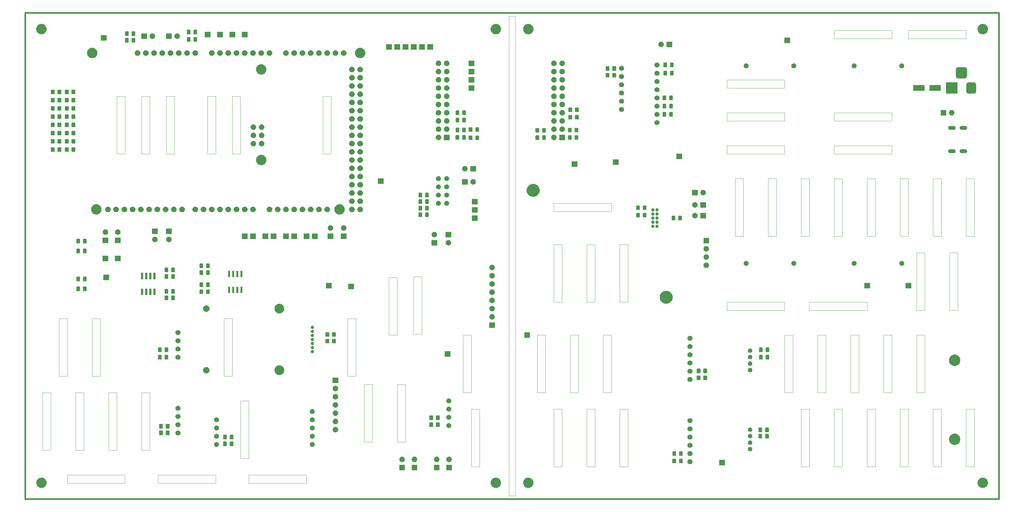
<source format=gbr>
%TF.GenerationSoftware,KiCad,Pcbnew,(5.0.2)-1*%
%TF.CreationDate,2019-11-19T01:28:37+09:00*%
%TF.ProjectId,sensor_board,73656e73-6f72-45f6-926f-6172642e6b69,rev?*%
%TF.SameCoordinates,Original*%
%TF.FileFunction,Soldermask,Bot*%
%TF.FilePolarity,Negative*%
%FSLAX46Y46*%
G04 Gerber Fmt 4.6, Leading zero omitted, Abs format (unit mm)*
G04 Created by KiCad (PCBNEW (5.0.2)-1) date 2019-11-19 오전 1:28:37*
%MOMM*%
%LPD*%
G01*
G04 APERTURE LIST*
%ADD10C,0.100000*%
%ADD11C,0.500000*%
G04 APERTURE END LIST*
D10*
X137160000Y-134620000D02*
X137160000Y-152400000D01*
X137160000Y-152400000D02*
X134620000Y-152400000D01*
X134620000Y-152400000D02*
X134620000Y-134620000D01*
X134620000Y-134620000D02*
X137160000Y-134620000D01*
X58420000Y-137160000D02*
X58420000Y-154940000D01*
X58420000Y-154940000D02*
X55880000Y-154940000D01*
X55880000Y-137160000D02*
X58420000Y-137160000D01*
X55880000Y-154940000D02*
X55880000Y-137160000D01*
X292100000Y-25400000D02*
X309880000Y-25400000D01*
X309880000Y-25400000D02*
X309880000Y-27940000D01*
X292100000Y-27940000D02*
X292100000Y-25400000D01*
X309880000Y-27940000D02*
X292100000Y-27940000D01*
X269240000Y-25400000D02*
X287020000Y-25400000D01*
X287020000Y-25400000D02*
X287020000Y-27940000D01*
X269240000Y-27940000D02*
X269240000Y-25400000D01*
X287020000Y-27940000D02*
X269240000Y-27940000D01*
X269240000Y-60960000D02*
X287020000Y-60960000D01*
X287020000Y-60960000D02*
X287020000Y-63500000D01*
X269240000Y-63500000D02*
X269240000Y-60960000D01*
X287020000Y-63500000D02*
X269240000Y-63500000D01*
X261620000Y-109220000D02*
X279400000Y-109220000D01*
X279400000Y-109220000D02*
X279400000Y-111760000D01*
X261620000Y-111760000D02*
X261620000Y-109220000D01*
X279400000Y-111760000D02*
X261620000Y-111760000D01*
X236220000Y-109220000D02*
X254000000Y-109220000D01*
X254000000Y-109220000D02*
X254000000Y-111760000D01*
X236220000Y-111760000D02*
X236220000Y-109220000D01*
X254000000Y-111760000D02*
X236220000Y-111760000D01*
X259080000Y-88900000D02*
X259080000Y-71120000D01*
X259080000Y-71120000D02*
X261620000Y-71120000D01*
X261620000Y-88900000D02*
X259080000Y-88900000D01*
X261620000Y-71120000D02*
X261620000Y-88900000D01*
X309880000Y-160020000D02*
X309880000Y-142240000D01*
X309880000Y-142240000D02*
X312420000Y-142240000D01*
X312420000Y-160020000D02*
X309880000Y-160020000D01*
X312420000Y-142240000D02*
X312420000Y-160020000D01*
X205740000Y-142240000D02*
X205740000Y-160020000D01*
X205740000Y-160020000D02*
X203200000Y-160020000D01*
X203200000Y-142240000D02*
X205740000Y-142240000D01*
X203200000Y-160020000D02*
X203200000Y-142240000D01*
X182880000Y-78740000D02*
X200660000Y-78740000D01*
X200660000Y-78740000D02*
X200660000Y-81280000D01*
X182880000Y-81280000D02*
X182880000Y-78740000D01*
X200660000Y-81280000D02*
X182880000Y-81280000D01*
X236220000Y-60960000D02*
X254000000Y-60960000D01*
X254000000Y-60960000D02*
X254000000Y-63500000D01*
X236220000Y-63500000D02*
X236220000Y-60960000D01*
X254000000Y-63500000D02*
X236220000Y-63500000D01*
X121920000Y-114300000D02*
X121920000Y-132080000D01*
X121920000Y-132080000D02*
X119380000Y-132080000D01*
X119380000Y-132080000D02*
X119380000Y-114300000D01*
X119380000Y-114300000D02*
X121920000Y-114300000D01*
X127000000Y-134620000D02*
X127000000Y-152400000D01*
X127000000Y-152400000D02*
X124460000Y-152400000D01*
X124460000Y-152400000D02*
X124460000Y-134620000D01*
X124460000Y-134620000D02*
X127000000Y-134620000D01*
X160020000Y-142240000D02*
X160020000Y-160020000D01*
X160020000Y-160020000D02*
X157480000Y-160020000D01*
X157480000Y-160020000D02*
X157480000Y-142240000D01*
X157480000Y-142240000D02*
X160020000Y-142240000D01*
X88900000Y-139700000D02*
X88900000Y-157480000D01*
X88900000Y-157480000D02*
X86360000Y-157480000D01*
X86360000Y-157480000D02*
X86360000Y-139700000D01*
X86360000Y-139700000D02*
X88900000Y-139700000D01*
X83820000Y-114300000D02*
X83820000Y-132080000D01*
X83820000Y-132080000D02*
X81280000Y-132080000D01*
X81280000Y-132080000D02*
X81280000Y-114300000D01*
X81280000Y-114300000D02*
X83820000Y-114300000D01*
X114300000Y-45720000D02*
X114300000Y-63500000D01*
X114300000Y-63500000D02*
X111760000Y-63500000D01*
X111760000Y-63500000D02*
X111760000Y-45720000D01*
X111760000Y-45720000D02*
X114300000Y-45720000D01*
X86360000Y-45720000D02*
X86360000Y-63500000D01*
X86360000Y-63500000D02*
X83820000Y-63500000D01*
X83820000Y-63500000D02*
X83820000Y-45720000D01*
X83820000Y-45720000D02*
X86360000Y-45720000D01*
X78740000Y-45720000D02*
X78740000Y-63500000D01*
X78740000Y-63500000D02*
X76200000Y-63500000D01*
X76200000Y-63500000D02*
X76200000Y-45720000D01*
X76200000Y-45720000D02*
X78740000Y-45720000D01*
X302260000Y-142240000D02*
X302260000Y-160020000D01*
X302260000Y-160020000D02*
X299720000Y-160020000D01*
X299720000Y-160020000D02*
X299720000Y-142240000D01*
X299720000Y-142240000D02*
X302260000Y-142240000D01*
X292100000Y-142240000D02*
X292100000Y-160020000D01*
X292100000Y-160020000D02*
X289560000Y-160020000D01*
X289560000Y-160020000D02*
X289560000Y-142240000D01*
X289560000Y-142240000D02*
X292100000Y-142240000D01*
X297180000Y-93980000D02*
X297180000Y-111760000D01*
X297180000Y-111760000D02*
X294640000Y-111760000D01*
X294640000Y-111760000D02*
X294640000Y-93980000D01*
X294640000Y-93980000D02*
X297180000Y-93980000D01*
X307340000Y-93980000D02*
X307340000Y-111760000D01*
X307340000Y-111760000D02*
X304800000Y-111760000D01*
X304800000Y-111760000D02*
X304800000Y-93980000D01*
X304800000Y-93980000D02*
X307340000Y-93980000D01*
X312420000Y-71120000D02*
X312420000Y-88900000D01*
X312420000Y-88900000D02*
X309880000Y-88900000D01*
X309880000Y-88900000D02*
X309880000Y-71120000D01*
X309880000Y-71120000D02*
X312420000Y-71120000D01*
X66040000Y-45720000D02*
X66040000Y-63500000D01*
X66040000Y-63500000D02*
X63500000Y-63500000D01*
X48260000Y-45720000D02*
X50800000Y-45720000D01*
X50800000Y-63500000D02*
X48260000Y-63500000D01*
X63500000Y-63500000D02*
X63500000Y-45720000D01*
X50800000Y-45720000D02*
X50800000Y-63500000D01*
X48260000Y-63500000D02*
X48260000Y-45720000D01*
X63500000Y-45720000D02*
X66040000Y-45720000D01*
X55880000Y-63500000D02*
X55880000Y-45720000D01*
X55880000Y-45720000D02*
X58420000Y-45720000D01*
X58420000Y-45720000D02*
X58420000Y-63500000D01*
X58420000Y-63500000D02*
X55880000Y-63500000D01*
X33020000Y-162560000D02*
X50800000Y-162560000D01*
X50800000Y-162560000D02*
X50800000Y-165100000D01*
X88900000Y-165100000D02*
X88900000Y-162560000D01*
X106680000Y-162560000D02*
X106680000Y-165100000D01*
X50800000Y-165100000D02*
X33020000Y-165100000D01*
X88900000Y-162560000D02*
X106680000Y-162560000D01*
X106680000Y-165100000D02*
X88900000Y-165100000D01*
X33020000Y-165100000D02*
X33020000Y-162560000D01*
X78740000Y-165100000D02*
X60960000Y-165100000D01*
X60960000Y-165100000D02*
X60960000Y-162560000D01*
X60960000Y-162560000D02*
X78740000Y-162560000D01*
X78740000Y-162560000D02*
X78740000Y-165100000D01*
X279400000Y-160020000D02*
X279400000Y-142240000D01*
X279400000Y-142240000D02*
X281940000Y-142240000D01*
X281940000Y-142240000D02*
X281940000Y-160020000D01*
X281940000Y-160020000D02*
X279400000Y-160020000D01*
X271780000Y-142240000D02*
X271780000Y-160020000D01*
X271780000Y-160020000D02*
X269240000Y-160020000D01*
X259080000Y-142240000D02*
X261620000Y-142240000D01*
X261620000Y-160020000D02*
X259080000Y-160020000D01*
X269240000Y-160020000D02*
X269240000Y-142240000D01*
X261620000Y-142240000D02*
X261620000Y-160020000D01*
X259080000Y-160020000D02*
X259080000Y-142240000D01*
X269240000Y-142240000D02*
X271780000Y-142240000D01*
X297180000Y-119380000D02*
X297180000Y-137160000D01*
X297180000Y-137160000D02*
X294640000Y-137160000D01*
X274320000Y-119380000D02*
X276860000Y-119380000D01*
X276860000Y-137160000D02*
X274320000Y-137160000D01*
X294640000Y-137160000D02*
X294640000Y-119380000D01*
X276860000Y-119380000D02*
X276860000Y-137160000D01*
X274320000Y-137160000D02*
X274320000Y-119380000D01*
X294640000Y-119380000D02*
X297180000Y-119380000D01*
X284480000Y-137160000D02*
X284480000Y-119380000D01*
X284480000Y-119380000D02*
X287020000Y-119380000D01*
X287020000Y-119380000D02*
X287020000Y-137160000D01*
X287020000Y-137160000D02*
X284480000Y-137160000D01*
X266700000Y-119380000D02*
X266700000Y-137160000D01*
X266700000Y-137160000D02*
X264160000Y-137160000D01*
X254000000Y-119380000D02*
X256540000Y-119380000D01*
X256540000Y-137160000D02*
X254000000Y-137160000D01*
X264160000Y-137160000D02*
X264160000Y-119380000D01*
X256540000Y-119380000D02*
X256540000Y-137160000D01*
X254000000Y-137160000D02*
X254000000Y-119380000D01*
X264160000Y-119380000D02*
X266700000Y-119380000D01*
X195580000Y-142240000D02*
X195580000Y-160020000D01*
X195580000Y-160020000D02*
X193040000Y-160020000D01*
X182880000Y-142240000D02*
X185420000Y-142240000D01*
X185420000Y-160020000D02*
X182880000Y-160020000D01*
X193040000Y-160020000D02*
X193040000Y-142240000D01*
X185420000Y-142240000D02*
X185420000Y-160020000D01*
X182880000Y-160020000D02*
X182880000Y-142240000D01*
X193040000Y-142240000D02*
X195580000Y-142240000D01*
X200660000Y-119380000D02*
X200660000Y-137160000D01*
X200660000Y-137160000D02*
X198120000Y-137160000D01*
X177800000Y-119380000D02*
X180340000Y-119380000D01*
X180340000Y-137160000D02*
X177800000Y-137160000D01*
X198120000Y-137160000D02*
X198120000Y-119380000D01*
X180340000Y-119380000D02*
X180340000Y-137160000D01*
X177800000Y-137160000D02*
X177800000Y-119380000D01*
X198120000Y-119380000D02*
X200660000Y-119380000D01*
X187960000Y-137160000D02*
X187960000Y-119380000D01*
X187960000Y-119380000D02*
X190500000Y-119380000D01*
X190500000Y-119380000D02*
X190500000Y-137160000D01*
X190500000Y-137160000D02*
X187960000Y-137160000D01*
X48260000Y-137160000D02*
X48260000Y-154940000D01*
X48260000Y-154940000D02*
X45720000Y-154940000D01*
X25400000Y-137160000D02*
X27940000Y-137160000D01*
X27940000Y-154940000D02*
X25400000Y-154940000D01*
X45720000Y-154940000D02*
X45720000Y-137160000D01*
X27940000Y-137160000D02*
X27940000Y-154940000D01*
X25400000Y-154940000D02*
X25400000Y-137160000D01*
X45720000Y-137160000D02*
X48260000Y-137160000D01*
X35560000Y-154940000D02*
X35560000Y-137160000D01*
X35560000Y-137160000D02*
X38100000Y-137160000D01*
X38100000Y-137160000D02*
X38100000Y-154940000D01*
X38100000Y-154940000D02*
X35560000Y-154940000D01*
X30480000Y-114300000D02*
X33020000Y-114300000D01*
X33020000Y-132080000D02*
X30480000Y-132080000D01*
X33020000Y-114300000D02*
X33020000Y-132080000D01*
X30480000Y-132080000D02*
X30480000Y-114300000D01*
X40640000Y-132080000D02*
X40640000Y-114300000D01*
X40640000Y-114300000D02*
X43180000Y-114300000D01*
X43180000Y-114300000D02*
X43180000Y-132080000D01*
X43180000Y-132080000D02*
X40640000Y-132080000D01*
X157480000Y-119380000D02*
X157480000Y-137160000D01*
X157480000Y-137160000D02*
X154940000Y-137160000D01*
X132080000Y-101600000D02*
X134620000Y-101600000D01*
X134620000Y-119380000D02*
X132080000Y-119380000D01*
X154940000Y-137160000D02*
X154940000Y-119380000D01*
X134620000Y-101600000D02*
X134620000Y-119380000D01*
X132080000Y-119380000D02*
X132080000Y-101600000D01*
X154940000Y-119380000D02*
X157480000Y-119380000D01*
X139700000Y-119126000D02*
X139700000Y-101346000D01*
X139700000Y-101346000D02*
X142240000Y-101346000D01*
X142240000Y-101346000D02*
X142240000Y-119126000D01*
X142240000Y-119126000D02*
X139700000Y-119126000D01*
X205740000Y-91440000D02*
X205740000Y-109220000D01*
X205740000Y-109220000D02*
X203200000Y-109220000D01*
X203200000Y-109220000D02*
X203200000Y-91440000D01*
X203200000Y-91440000D02*
X205740000Y-91440000D01*
X182880000Y-91440000D02*
X185420000Y-91440000D01*
X185420000Y-91440000D02*
X185420000Y-109220000D01*
X182880000Y-109220000D02*
X182880000Y-91440000D01*
X185420000Y-109220000D02*
X182880000Y-109220000D01*
X195580000Y-91440000D02*
X195580000Y-109220000D01*
X193040000Y-109220000D02*
X193040000Y-91440000D01*
X195580000Y-109220000D02*
X193040000Y-109220000D01*
X193040000Y-91440000D02*
X195580000Y-91440000D01*
X269240000Y-53340000D02*
X269240000Y-50800000D01*
X269240000Y-50800000D02*
X287020000Y-50800000D01*
X287020000Y-53340000D02*
X269240000Y-53340000D01*
X287020000Y-50800000D02*
X287020000Y-53340000D01*
X236220000Y-53340000D02*
X236220000Y-50800000D01*
X236220000Y-50800000D02*
X254000000Y-50800000D01*
X254000000Y-53340000D02*
X236220000Y-53340000D01*
X254000000Y-50800000D02*
X254000000Y-53340000D01*
X236220000Y-43180000D02*
X236220000Y-40640000D01*
X236220000Y-40640000D02*
X254000000Y-40640000D01*
X254000000Y-43180000D02*
X236220000Y-43180000D01*
X254000000Y-40640000D02*
X254000000Y-43180000D01*
X299720000Y-71120000D02*
X302260000Y-71120000D01*
X302260000Y-71120000D02*
X302260000Y-88900000D01*
X299720000Y-88900000D02*
X299720000Y-71120000D01*
X302260000Y-88900000D02*
X299720000Y-88900000D01*
X289560000Y-71120000D02*
X292100000Y-71120000D01*
X292100000Y-71120000D02*
X292100000Y-88900000D01*
X289560000Y-88900000D02*
X289560000Y-71120000D01*
X292100000Y-88900000D02*
X289560000Y-88900000D01*
X279400000Y-71120000D02*
X281940000Y-71120000D01*
X281940000Y-71120000D02*
X281940000Y-88900000D01*
X279400000Y-88900000D02*
X279400000Y-71120000D01*
X281940000Y-88900000D02*
X279400000Y-88900000D01*
X269240000Y-71120000D02*
X271780000Y-71120000D01*
X271780000Y-71120000D02*
X271780000Y-88900000D01*
X269240000Y-88900000D02*
X269240000Y-71120000D01*
X271780000Y-88900000D02*
X269240000Y-88900000D01*
X248920000Y-71120000D02*
X251460000Y-71120000D01*
X251460000Y-71120000D02*
X251460000Y-88900000D01*
X248920000Y-88900000D02*
X248920000Y-71120000D01*
X251460000Y-88900000D02*
X248920000Y-88900000D01*
X238760000Y-88900000D02*
X238760000Y-71120000D01*
X241300000Y-88900000D02*
X238760000Y-88900000D01*
X238760000Y-71120000D02*
X241300000Y-71120000D01*
X241300000Y-71120000D02*
X241300000Y-88900000D01*
X171000000Y-169000000D02*
X169000000Y-169000000D01*
X171000000Y-21000000D02*
X169000000Y-21000000D01*
X171000000Y-21000000D02*
X171000000Y-169000000D01*
X169000000Y-21000000D02*
X169000000Y-169000000D01*
D11*
X320000000Y-20000000D02*
X320000000Y-170000000D01*
X20000000Y-170000000D02*
X320000000Y-170000000D01*
X20000000Y-20000000D02*
X320000000Y-20000000D01*
X20000000Y-20000000D02*
X20000000Y-170000000D01*
D10*
G36*
X315466703Y-163461486D02*
X315757883Y-163582097D01*
X316019944Y-163757201D01*
X316242799Y-163980056D01*
X316417903Y-164242117D01*
X316538514Y-164533297D01*
X316600000Y-164842412D01*
X316600000Y-165157588D01*
X316538514Y-165466703D01*
X316417903Y-165757883D01*
X316242799Y-166019944D01*
X316019944Y-166242799D01*
X315757883Y-166417903D01*
X315466703Y-166538514D01*
X315157588Y-166600000D01*
X314842412Y-166600000D01*
X314533297Y-166538514D01*
X314242117Y-166417903D01*
X313980056Y-166242799D01*
X313757201Y-166019944D01*
X313582097Y-165757883D01*
X313461486Y-165466703D01*
X313400000Y-165157588D01*
X313400000Y-164842412D01*
X313461486Y-164533297D01*
X313582097Y-164242117D01*
X313757201Y-163980056D01*
X313980056Y-163757201D01*
X314242117Y-163582097D01*
X314533297Y-163461486D01*
X314842412Y-163400000D01*
X315157588Y-163400000D01*
X315466703Y-163461486D01*
X315466703Y-163461486D01*
G37*
G36*
X175466703Y-163461486D02*
X175757883Y-163582097D01*
X176019944Y-163757201D01*
X176242799Y-163980056D01*
X176417903Y-164242117D01*
X176538514Y-164533297D01*
X176600000Y-164842412D01*
X176600000Y-165157588D01*
X176538514Y-165466703D01*
X176417903Y-165757883D01*
X176242799Y-166019944D01*
X176019944Y-166242799D01*
X175757883Y-166417903D01*
X175466703Y-166538514D01*
X175157588Y-166600000D01*
X174842412Y-166600000D01*
X174533297Y-166538514D01*
X174242117Y-166417903D01*
X173980056Y-166242799D01*
X173757201Y-166019944D01*
X173582097Y-165757883D01*
X173461486Y-165466703D01*
X173400000Y-165157588D01*
X173400000Y-164842412D01*
X173461486Y-164533297D01*
X173582097Y-164242117D01*
X173757201Y-163980056D01*
X173980056Y-163757201D01*
X174242117Y-163582097D01*
X174533297Y-163461486D01*
X174842412Y-163400000D01*
X175157588Y-163400000D01*
X175466703Y-163461486D01*
X175466703Y-163461486D01*
G37*
G36*
X25466703Y-163461486D02*
X25757883Y-163582097D01*
X26019944Y-163757201D01*
X26242799Y-163980056D01*
X26417903Y-164242117D01*
X26538514Y-164533297D01*
X26600000Y-164842412D01*
X26600000Y-165157588D01*
X26538514Y-165466703D01*
X26417903Y-165757883D01*
X26242799Y-166019944D01*
X26019944Y-166242799D01*
X25757883Y-166417903D01*
X25466703Y-166538514D01*
X25157588Y-166600000D01*
X24842412Y-166600000D01*
X24533297Y-166538514D01*
X24242117Y-166417903D01*
X23980056Y-166242799D01*
X23757201Y-166019944D01*
X23582097Y-165757883D01*
X23461486Y-165466703D01*
X23400000Y-165157588D01*
X23400000Y-164842412D01*
X23461486Y-164533297D01*
X23582097Y-164242117D01*
X23757201Y-163980056D01*
X23980056Y-163757201D01*
X24242117Y-163582097D01*
X24533297Y-163461486D01*
X24842412Y-163400000D01*
X25157588Y-163400000D01*
X25466703Y-163461486D01*
X25466703Y-163461486D01*
G37*
G36*
X165466703Y-163461486D02*
X165757883Y-163582097D01*
X166019944Y-163757201D01*
X166242799Y-163980056D01*
X166417903Y-164242117D01*
X166538514Y-164533297D01*
X166600000Y-164842412D01*
X166600000Y-165157588D01*
X166538514Y-165466703D01*
X166417903Y-165757883D01*
X166242799Y-166019944D01*
X166019944Y-166242799D01*
X165757883Y-166417903D01*
X165466703Y-166538514D01*
X165157588Y-166600000D01*
X164842412Y-166600000D01*
X164533297Y-166538514D01*
X164242117Y-166417903D01*
X163980056Y-166242799D01*
X163757201Y-166019944D01*
X163582097Y-165757883D01*
X163461486Y-165466703D01*
X163400000Y-165157588D01*
X163400000Y-164842412D01*
X163461486Y-164533297D01*
X163582097Y-164242117D01*
X163757201Y-163980056D01*
X163980056Y-163757201D01*
X164242117Y-163582097D01*
X164533297Y-163461486D01*
X164842412Y-163400000D01*
X165157588Y-163400000D01*
X165466703Y-163461486D01*
X165466703Y-163461486D01*
G37*
G36*
X136949389Y-161173868D02*
X135249389Y-161173868D01*
X135249389Y-159473868D01*
X136949389Y-159473868D01*
X136949389Y-161173868D01*
X136949389Y-161173868D01*
G37*
G36*
X147601719Y-161173868D02*
X145901719Y-161173868D01*
X145901719Y-159473868D01*
X147601719Y-159473868D01*
X147601719Y-161173868D01*
X147601719Y-161173868D01*
G37*
G36*
X140759389Y-161173868D02*
X139059389Y-161173868D01*
X139059389Y-159473868D01*
X140759389Y-159473868D01*
X140759389Y-161173868D01*
X140759389Y-161173868D01*
G37*
G36*
X151411719Y-161173868D02*
X149711719Y-161173868D01*
X149711719Y-159473868D01*
X151411719Y-159473868D01*
X151411719Y-161173868D01*
X151411719Y-161173868D01*
G37*
G36*
X235546000Y-159600000D02*
X233846000Y-159600000D01*
X233846000Y-157900000D01*
X235546000Y-157900000D01*
X235546000Y-159600000D01*
X235546000Y-159600000D01*
G37*
G36*
X225014601Y-157755590D02*
X225154731Y-157813634D01*
X225280850Y-157897904D01*
X225388096Y-158005150D01*
X225472366Y-158131269D01*
X225530410Y-158271399D01*
X225560000Y-158420160D01*
X225560000Y-158571840D01*
X225530410Y-158720601D01*
X225472366Y-158860731D01*
X225388096Y-158986850D01*
X225280850Y-159094096D01*
X225154731Y-159178366D01*
X225014601Y-159236410D01*
X224865840Y-159266000D01*
X224714160Y-159266000D01*
X224565399Y-159236410D01*
X224425269Y-159178366D01*
X224299150Y-159094096D01*
X224191904Y-158986850D01*
X224107634Y-158860731D01*
X224049590Y-158720601D01*
X224020000Y-158571840D01*
X224020000Y-158420160D01*
X224049590Y-158271399D01*
X224107634Y-158131269D01*
X224191904Y-158005150D01*
X224299150Y-157897904D01*
X224425269Y-157813634D01*
X224565399Y-157755590D01*
X224714160Y-157726000D01*
X224865840Y-157726000D01*
X225014601Y-157755590D01*
X225014601Y-157755590D01*
G37*
G36*
X220376522Y-157574897D02*
X220410053Y-157585069D01*
X220440960Y-157601589D01*
X220468043Y-157623815D01*
X220490269Y-157650898D01*
X220506789Y-157681805D01*
X220516961Y-157715336D01*
X220521000Y-157756345D01*
X220521000Y-158785371D01*
X220516961Y-158826380D01*
X220506789Y-158859911D01*
X220490269Y-158890818D01*
X220468043Y-158917901D01*
X220440960Y-158940127D01*
X220410053Y-158956647D01*
X220376522Y-158966819D01*
X220335513Y-158970858D01*
X219556487Y-158970858D01*
X219515478Y-158966819D01*
X219481947Y-158956647D01*
X219451040Y-158940127D01*
X219423957Y-158917901D01*
X219401731Y-158890818D01*
X219385211Y-158859911D01*
X219375039Y-158826380D01*
X219371000Y-158785371D01*
X219371000Y-157756345D01*
X219375039Y-157715336D01*
X219385211Y-157681805D01*
X219401731Y-157650898D01*
X219423957Y-157623815D01*
X219451040Y-157601589D01*
X219481947Y-157585069D01*
X219515478Y-157574897D01*
X219556487Y-157570858D01*
X220335513Y-157570858D01*
X220376522Y-157574897D01*
X220376522Y-157574897D01*
G37*
G36*
X222426522Y-157574897D02*
X222460053Y-157585069D01*
X222490960Y-157601589D01*
X222518043Y-157623815D01*
X222540269Y-157650898D01*
X222556789Y-157681805D01*
X222566961Y-157715336D01*
X222571000Y-157756345D01*
X222571000Y-158785371D01*
X222566961Y-158826380D01*
X222556789Y-158859911D01*
X222540269Y-158890818D01*
X222518043Y-158917901D01*
X222490960Y-158940127D01*
X222460053Y-158956647D01*
X222426522Y-158966819D01*
X222385513Y-158970858D01*
X221606487Y-158970858D01*
X221565478Y-158966819D01*
X221531947Y-158956647D01*
X221501040Y-158940127D01*
X221473957Y-158917901D01*
X221451731Y-158890818D01*
X221435211Y-158859911D01*
X221425039Y-158826380D01*
X221421000Y-158785371D01*
X221421000Y-157756345D01*
X221425039Y-157715336D01*
X221435211Y-157681805D01*
X221451731Y-157650898D01*
X221473957Y-157623815D01*
X221501040Y-157601589D01*
X221531947Y-157585069D01*
X221565478Y-157574897D01*
X221606487Y-157570858D01*
X222385513Y-157570858D01*
X222426522Y-157574897D01*
X222426522Y-157574897D01*
G37*
G36*
X140076019Y-156946167D02*
X140236244Y-156994771D01*
X140383909Y-157073699D01*
X140513338Y-157179919D01*
X140619558Y-157309348D01*
X140698486Y-157457013D01*
X140747090Y-157617238D01*
X140763501Y-157783868D01*
X140747090Y-157950498D01*
X140698486Y-158110723D01*
X140619558Y-158258388D01*
X140513338Y-158387817D01*
X140383909Y-158494037D01*
X140236244Y-158572965D01*
X140076019Y-158621569D01*
X139951141Y-158633868D01*
X139867637Y-158633868D01*
X139742759Y-158621569D01*
X139582534Y-158572965D01*
X139434869Y-158494037D01*
X139305440Y-158387817D01*
X139199220Y-158258388D01*
X139120292Y-158110723D01*
X139071688Y-157950498D01*
X139055277Y-157783868D01*
X139071688Y-157617238D01*
X139120292Y-157457013D01*
X139199220Y-157309348D01*
X139305440Y-157179919D01*
X139434869Y-157073699D01*
X139582534Y-156994771D01*
X139742759Y-156946167D01*
X139867637Y-156933868D01*
X139951141Y-156933868D01*
X140076019Y-156946167D01*
X140076019Y-156946167D01*
G37*
G36*
X136266019Y-156946167D02*
X136426244Y-156994771D01*
X136573909Y-157073699D01*
X136703338Y-157179919D01*
X136809558Y-157309348D01*
X136888486Y-157457013D01*
X136937090Y-157617238D01*
X136953501Y-157783868D01*
X136937090Y-157950498D01*
X136888486Y-158110723D01*
X136809558Y-158258388D01*
X136703338Y-158387817D01*
X136573909Y-158494037D01*
X136426244Y-158572965D01*
X136266019Y-158621569D01*
X136141141Y-158633868D01*
X136057637Y-158633868D01*
X135932759Y-158621569D01*
X135772534Y-158572965D01*
X135624869Y-158494037D01*
X135495440Y-158387817D01*
X135389220Y-158258388D01*
X135310292Y-158110723D01*
X135261688Y-157950498D01*
X135245277Y-157783868D01*
X135261688Y-157617238D01*
X135310292Y-157457013D01*
X135389220Y-157309348D01*
X135495440Y-157179919D01*
X135624869Y-157073699D01*
X135772534Y-156994771D01*
X135932759Y-156946167D01*
X136057637Y-156933868D01*
X136141141Y-156933868D01*
X136266019Y-156946167D01*
X136266019Y-156946167D01*
G37*
G36*
X146918349Y-156946167D02*
X147078574Y-156994771D01*
X147226239Y-157073699D01*
X147355668Y-157179919D01*
X147461888Y-157309348D01*
X147540816Y-157457013D01*
X147589420Y-157617238D01*
X147605831Y-157783868D01*
X147589420Y-157950498D01*
X147540816Y-158110723D01*
X147461888Y-158258388D01*
X147355668Y-158387817D01*
X147226239Y-158494037D01*
X147078574Y-158572965D01*
X146918349Y-158621569D01*
X146793471Y-158633868D01*
X146709967Y-158633868D01*
X146585089Y-158621569D01*
X146424864Y-158572965D01*
X146277199Y-158494037D01*
X146147770Y-158387817D01*
X146041550Y-158258388D01*
X145962622Y-158110723D01*
X145914018Y-157950498D01*
X145897607Y-157783868D01*
X145914018Y-157617238D01*
X145962622Y-157457013D01*
X146041550Y-157309348D01*
X146147770Y-157179919D01*
X146277199Y-157073699D01*
X146424864Y-156994771D01*
X146585089Y-156946167D01*
X146709967Y-156933868D01*
X146793471Y-156933868D01*
X146918349Y-156946167D01*
X146918349Y-156946167D01*
G37*
G36*
X150728349Y-156946167D02*
X150888574Y-156994771D01*
X151036239Y-157073699D01*
X151165668Y-157179919D01*
X151271888Y-157309348D01*
X151350816Y-157457013D01*
X151399420Y-157617238D01*
X151415831Y-157783868D01*
X151399420Y-157950498D01*
X151350816Y-158110723D01*
X151271888Y-158258388D01*
X151165668Y-158387817D01*
X151036239Y-158494037D01*
X150888574Y-158572965D01*
X150728349Y-158621569D01*
X150603471Y-158633868D01*
X150519967Y-158633868D01*
X150395089Y-158621569D01*
X150234864Y-158572965D01*
X150087199Y-158494037D01*
X149957770Y-158387817D01*
X149851550Y-158258388D01*
X149772622Y-158110723D01*
X149724018Y-157950498D01*
X149707607Y-157783868D01*
X149724018Y-157617238D01*
X149772622Y-157457013D01*
X149851550Y-157309348D01*
X149957770Y-157179919D01*
X150087199Y-157073699D01*
X150234864Y-156994771D01*
X150395089Y-156946167D01*
X150519967Y-156933868D01*
X150603471Y-156933868D01*
X150728349Y-156946167D01*
X150728349Y-156946167D01*
G37*
G36*
X225014601Y-155215590D02*
X225154731Y-155273634D01*
X225280850Y-155357904D01*
X225388096Y-155465150D01*
X225472366Y-155591269D01*
X225530410Y-155731399D01*
X225560000Y-155880160D01*
X225560000Y-156031840D01*
X225530410Y-156180601D01*
X225472366Y-156320731D01*
X225388096Y-156446850D01*
X225280850Y-156554096D01*
X225154731Y-156638366D01*
X225014601Y-156696410D01*
X224865840Y-156726000D01*
X224714160Y-156726000D01*
X224565399Y-156696410D01*
X224425269Y-156638366D01*
X224299150Y-156554096D01*
X224191904Y-156446850D01*
X224107634Y-156320731D01*
X224049590Y-156180601D01*
X224020000Y-156031840D01*
X224020000Y-155880160D01*
X224049590Y-155731399D01*
X224107634Y-155591269D01*
X224191904Y-155465150D01*
X224299150Y-155357904D01*
X224425269Y-155273634D01*
X224565399Y-155215590D01*
X224714160Y-155186000D01*
X224865840Y-155186000D01*
X225014601Y-155215590D01*
X225014601Y-155215590D01*
G37*
G36*
X222435522Y-155288897D02*
X222469053Y-155299069D01*
X222499960Y-155315589D01*
X222527043Y-155337815D01*
X222549269Y-155364898D01*
X222565789Y-155395805D01*
X222575961Y-155429336D01*
X222580000Y-155470345D01*
X222580000Y-156499371D01*
X222575961Y-156540380D01*
X222565789Y-156573911D01*
X222549269Y-156604818D01*
X222527043Y-156631901D01*
X222499960Y-156654127D01*
X222469053Y-156670647D01*
X222435522Y-156680819D01*
X222394513Y-156684858D01*
X221615487Y-156684858D01*
X221574478Y-156680819D01*
X221540947Y-156670647D01*
X221510040Y-156654127D01*
X221482957Y-156631901D01*
X221460731Y-156604818D01*
X221444211Y-156573911D01*
X221434039Y-156540380D01*
X221430000Y-156499371D01*
X221430000Y-155470345D01*
X221434039Y-155429336D01*
X221444211Y-155395805D01*
X221460731Y-155364898D01*
X221482957Y-155337815D01*
X221510040Y-155315589D01*
X221540947Y-155299069D01*
X221574478Y-155288897D01*
X221615487Y-155284858D01*
X222394513Y-155284858D01*
X222435522Y-155288897D01*
X222435522Y-155288897D01*
G37*
G36*
X220385522Y-155288897D02*
X220419053Y-155299069D01*
X220449960Y-155315589D01*
X220477043Y-155337815D01*
X220499269Y-155364898D01*
X220515789Y-155395805D01*
X220525961Y-155429336D01*
X220530000Y-155470345D01*
X220530000Y-156499371D01*
X220525961Y-156540380D01*
X220515789Y-156573911D01*
X220499269Y-156604818D01*
X220477043Y-156631901D01*
X220449960Y-156654127D01*
X220419053Y-156670647D01*
X220385522Y-156680819D01*
X220344513Y-156684858D01*
X219565487Y-156684858D01*
X219524478Y-156680819D01*
X219490947Y-156670647D01*
X219460040Y-156654127D01*
X219432957Y-156631901D01*
X219410731Y-156604818D01*
X219394211Y-156573911D01*
X219384039Y-156540380D01*
X219380000Y-156499371D01*
X219380000Y-155470345D01*
X219384039Y-155429336D01*
X219394211Y-155395805D01*
X219410731Y-155364898D01*
X219432957Y-155337815D01*
X219460040Y-155315589D01*
X219490947Y-155299069D01*
X219524478Y-155288897D01*
X219565487Y-155284858D01*
X220344513Y-155284858D01*
X220385522Y-155288897D01*
X220385522Y-155288897D01*
G37*
G36*
X243528888Y-153940939D02*
X243651733Y-153991823D01*
X243762290Y-154065695D01*
X243856305Y-154159710D01*
X243930177Y-154270267D01*
X243981061Y-154393112D01*
X244007000Y-154523517D01*
X244007000Y-154656483D01*
X243981061Y-154786888D01*
X243930177Y-154909733D01*
X243856305Y-155020290D01*
X243762290Y-155114305D01*
X243651733Y-155188177D01*
X243528888Y-155239061D01*
X243398483Y-155265000D01*
X243265517Y-155265000D01*
X243135112Y-155239061D01*
X243012267Y-155188177D01*
X242901710Y-155114305D01*
X242807695Y-155020290D01*
X242733823Y-154909733D01*
X242682939Y-154786888D01*
X242657000Y-154656483D01*
X242657000Y-154523517D01*
X242682939Y-154393112D01*
X242733823Y-154270267D01*
X242807695Y-154159710D01*
X242901710Y-154065695D01*
X243012267Y-153991823D01*
X243135112Y-153940939D01*
X243265517Y-153915000D01*
X243398483Y-153915000D01*
X243528888Y-153940939D01*
X243528888Y-153940939D01*
G37*
G36*
X225014601Y-152675590D02*
X225154731Y-152733634D01*
X225280850Y-152817904D01*
X225388096Y-152925150D01*
X225472366Y-153051269D01*
X225530410Y-153191399D01*
X225560000Y-153340160D01*
X225560000Y-153491840D01*
X225530410Y-153640601D01*
X225472366Y-153780731D01*
X225388096Y-153906850D01*
X225280850Y-154014096D01*
X225154731Y-154098366D01*
X225014601Y-154156410D01*
X224865840Y-154186000D01*
X224714160Y-154186000D01*
X224565399Y-154156410D01*
X224425269Y-154098366D01*
X224299150Y-154014096D01*
X224191904Y-153906850D01*
X224107634Y-153780731D01*
X224049590Y-153640601D01*
X224020000Y-153491840D01*
X224020000Y-153340160D01*
X224049590Y-153191399D01*
X224107634Y-153051269D01*
X224191904Y-152925150D01*
X224299150Y-152817904D01*
X224425269Y-152733634D01*
X224565399Y-152675590D01*
X224714160Y-152646000D01*
X224865840Y-152646000D01*
X225014601Y-152675590D01*
X225014601Y-152675590D01*
G37*
G36*
X108625066Y-152418303D02*
X108680267Y-152429283D01*
X108818942Y-152486724D01*
X108943750Y-152570118D01*
X109049882Y-152676250D01*
X109049884Y-152676253D01*
X109133276Y-152801058D01*
X109184678Y-152925153D01*
X109190717Y-152939734D01*
X109220000Y-153086948D01*
X109220000Y-153237052D01*
X109212899Y-153272749D01*
X109190717Y-153384267D01*
X109151690Y-153478487D01*
X109133276Y-153522942D01*
X109049882Y-153647750D01*
X108943750Y-153753882D01*
X108943747Y-153753884D01*
X108818942Y-153837276D01*
X108680267Y-153894717D01*
X108631195Y-153904478D01*
X108533052Y-153924000D01*
X108382948Y-153924000D01*
X108284805Y-153904478D01*
X108235733Y-153894717D01*
X108097058Y-153837276D01*
X107972253Y-153753884D01*
X107972250Y-153753882D01*
X107866118Y-153647750D01*
X107782724Y-153522942D01*
X107764310Y-153478487D01*
X107725283Y-153384267D01*
X107703101Y-153272749D01*
X107696000Y-153237052D01*
X107696000Y-153086948D01*
X107725283Y-152939734D01*
X107731323Y-152925153D01*
X107782724Y-152801058D01*
X107866116Y-152676253D01*
X107866118Y-152676250D01*
X107972250Y-152570118D01*
X108097058Y-152486724D01*
X108235733Y-152429283D01*
X108290934Y-152418303D01*
X108382948Y-152400000D01*
X108533052Y-152400000D01*
X108625066Y-152418303D01*
X108625066Y-152418303D01*
G37*
G36*
X79085066Y-152418303D02*
X79140267Y-152429283D01*
X79278942Y-152486724D01*
X79403750Y-152570118D01*
X79509882Y-152676250D01*
X79509884Y-152676253D01*
X79593276Y-152801058D01*
X79644678Y-152925153D01*
X79650717Y-152939734D01*
X79680000Y-153086948D01*
X79680000Y-153237052D01*
X79672899Y-153272749D01*
X79650717Y-153384267D01*
X79611690Y-153478487D01*
X79593276Y-153522942D01*
X79509882Y-153647750D01*
X79403750Y-153753882D01*
X79403747Y-153753884D01*
X79278942Y-153837276D01*
X79140267Y-153894717D01*
X79091195Y-153904478D01*
X78993052Y-153924000D01*
X78842948Y-153924000D01*
X78744805Y-153904478D01*
X78695733Y-153894717D01*
X78557058Y-153837276D01*
X78432253Y-153753884D01*
X78432250Y-153753882D01*
X78326118Y-153647750D01*
X78242724Y-153522942D01*
X78224310Y-153478487D01*
X78185283Y-153384267D01*
X78163101Y-153272749D01*
X78156000Y-153237052D01*
X78156000Y-153086948D01*
X78185283Y-152939734D01*
X78191323Y-152925153D01*
X78242724Y-152801058D01*
X78326116Y-152676253D01*
X78326118Y-152676250D01*
X78432250Y-152570118D01*
X78557058Y-152486724D01*
X78695733Y-152429283D01*
X78750934Y-152418303D01*
X78842948Y-152400000D01*
X78993052Y-152400000D01*
X79085066Y-152418303D01*
X79085066Y-152418303D01*
G37*
G36*
X84014522Y-152268013D02*
X84048053Y-152278185D01*
X84078960Y-152294705D01*
X84106043Y-152316931D01*
X84128269Y-152344014D01*
X84144789Y-152374921D01*
X84154961Y-152408452D01*
X84159000Y-152449461D01*
X84159000Y-153478487D01*
X84154961Y-153519496D01*
X84144789Y-153553027D01*
X84128269Y-153583934D01*
X84106043Y-153611017D01*
X84078960Y-153633243D01*
X84048053Y-153649763D01*
X84014522Y-153659935D01*
X83973513Y-153663974D01*
X83194487Y-153663974D01*
X83153478Y-153659935D01*
X83119947Y-153649763D01*
X83089040Y-153633243D01*
X83061957Y-153611017D01*
X83039731Y-153583934D01*
X83023211Y-153553027D01*
X83013039Y-153519496D01*
X83009000Y-153478487D01*
X83009000Y-152449461D01*
X83013039Y-152408452D01*
X83023211Y-152374921D01*
X83039731Y-152344014D01*
X83061957Y-152316931D01*
X83089040Y-152294705D01*
X83119947Y-152278185D01*
X83153478Y-152268013D01*
X83194487Y-152263974D01*
X83973513Y-152263974D01*
X84014522Y-152268013D01*
X84014522Y-152268013D01*
G37*
G36*
X81964522Y-152268013D02*
X81998053Y-152278185D01*
X82028960Y-152294705D01*
X82056043Y-152316931D01*
X82078269Y-152344014D01*
X82094789Y-152374921D01*
X82104961Y-152408452D01*
X82109000Y-152449461D01*
X82109000Y-153478487D01*
X82104961Y-153519496D01*
X82094789Y-153553027D01*
X82078269Y-153583934D01*
X82056043Y-153611017D01*
X82028960Y-153633243D01*
X81998053Y-153649763D01*
X81964522Y-153659935D01*
X81923513Y-153663974D01*
X81144487Y-153663974D01*
X81103478Y-153659935D01*
X81069947Y-153649763D01*
X81039040Y-153633243D01*
X81011957Y-153611017D01*
X80989731Y-153583934D01*
X80973211Y-153553027D01*
X80963039Y-153519496D01*
X80959000Y-153478487D01*
X80959000Y-152449461D01*
X80963039Y-152408452D01*
X80973211Y-152374921D01*
X80989731Y-152344014D01*
X81011957Y-152316931D01*
X81039040Y-152294705D01*
X81069947Y-152278185D01*
X81103478Y-152268013D01*
X81144487Y-152263974D01*
X81923513Y-152263974D01*
X81964522Y-152268013D01*
X81964522Y-152268013D01*
G37*
G36*
X306842456Y-149907251D02*
X307160936Y-150039170D01*
X307447560Y-150230686D01*
X307691314Y-150474440D01*
X307882830Y-150761064D01*
X308014749Y-151079544D01*
X308082000Y-151417640D01*
X308082000Y-151762360D01*
X308014749Y-152100456D01*
X307882830Y-152418936D01*
X307691314Y-152705560D01*
X307447560Y-152949314D01*
X307160936Y-153140830D01*
X306842456Y-153272749D01*
X306504360Y-153340000D01*
X306159640Y-153340000D01*
X305821544Y-153272749D01*
X305503064Y-153140830D01*
X305216440Y-152949314D01*
X304972686Y-152705560D01*
X304781170Y-152418936D01*
X304649251Y-152100456D01*
X304582000Y-151762360D01*
X304582000Y-151417640D01*
X304649251Y-151079544D01*
X304781170Y-150761064D01*
X304972686Y-150474440D01*
X305216440Y-150230686D01*
X305503064Y-150039170D01*
X305821544Y-149907251D01*
X306159640Y-149840000D01*
X306504360Y-149840000D01*
X306842456Y-149907251D01*
X306842456Y-149907251D01*
G37*
G36*
X243528888Y-151940939D02*
X243651733Y-151991823D01*
X243762290Y-152065695D01*
X243856305Y-152159710D01*
X243930177Y-152270267D01*
X243981061Y-152393112D01*
X244007000Y-152523517D01*
X244007000Y-152656483D01*
X243981061Y-152786888D01*
X243930177Y-152909733D01*
X243856305Y-153020290D01*
X243762290Y-153114305D01*
X243651733Y-153188177D01*
X243528888Y-153239061D01*
X243398483Y-153265000D01*
X243265517Y-153265000D01*
X243135112Y-153239061D01*
X243012267Y-153188177D01*
X242901710Y-153114305D01*
X242807695Y-153020290D01*
X242733823Y-152909733D01*
X242682939Y-152786888D01*
X242657000Y-152656483D01*
X242657000Y-152523517D01*
X242682939Y-152393112D01*
X242733823Y-152270267D01*
X242807695Y-152159710D01*
X242901710Y-152065695D01*
X243012267Y-151991823D01*
X243135112Y-151940939D01*
X243265517Y-151915000D01*
X243398483Y-151915000D01*
X243528888Y-151940939D01*
X243528888Y-151940939D01*
G37*
G36*
X225014601Y-150135590D02*
X225154731Y-150193634D01*
X225280850Y-150277904D01*
X225388096Y-150385150D01*
X225472366Y-150511269D01*
X225530410Y-150651399D01*
X225560000Y-150800160D01*
X225560000Y-150951840D01*
X225530410Y-151100601D01*
X225472366Y-151240731D01*
X225388096Y-151366850D01*
X225280850Y-151474096D01*
X225154731Y-151558366D01*
X225014601Y-151616410D01*
X224865840Y-151646000D01*
X224714160Y-151646000D01*
X224565399Y-151616410D01*
X224425269Y-151558366D01*
X224299150Y-151474096D01*
X224191904Y-151366850D01*
X224107634Y-151240731D01*
X224049590Y-151100601D01*
X224020000Y-150951840D01*
X224020000Y-150800160D01*
X224049590Y-150651399D01*
X224107634Y-150511269D01*
X224191904Y-150385150D01*
X224299150Y-150277904D01*
X224425269Y-150193634D01*
X224565399Y-150135590D01*
X224714160Y-150106000D01*
X224865840Y-150106000D01*
X225014601Y-150135590D01*
X225014601Y-150135590D01*
G37*
G36*
X84014522Y-150180039D02*
X84048053Y-150190211D01*
X84078960Y-150206731D01*
X84106043Y-150228957D01*
X84128269Y-150256040D01*
X84144789Y-150286947D01*
X84154961Y-150320478D01*
X84159000Y-150361487D01*
X84159000Y-151390513D01*
X84154961Y-151431522D01*
X84144789Y-151465053D01*
X84128269Y-151495960D01*
X84106043Y-151523043D01*
X84078960Y-151545269D01*
X84048053Y-151561789D01*
X84014522Y-151571961D01*
X83973513Y-151576000D01*
X83194487Y-151576000D01*
X83153478Y-151571961D01*
X83119947Y-151561789D01*
X83089040Y-151545269D01*
X83061957Y-151523043D01*
X83039731Y-151495960D01*
X83023211Y-151465053D01*
X83013039Y-151431522D01*
X83009000Y-151390513D01*
X83009000Y-150361487D01*
X83013039Y-150320478D01*
X83023211Y-150286947D01*
X83039731Y-150256040D01*
X83061957Y-150228957D01*
X83089040Y-150206731D01*
X83119947Y-150190211D01*
X83153478Y-150180039D01*
X83194487Y-150176000D01*
X83973513Y-150176000D01*
X84014522Y-150180039D01*
X84014522Y-150180039D01*
G37*
G36*
X81964522Y-150180039D02*
X81998053Y-150190211D01*
X82028960Y-150206731D01*
X82056043Y-150228957D01*
X82078269Y-150256040D01*
X82094789Y-150286947D01*
X82104961Y-150320478D01*
X82109000Y-150361487D01*
X82109000Y-151390513D01*
X82104961Y-151431522D01*
X82094789Y-151465053D01*
X82078269Y-151495960D01*
X82056043Y-151523043D01*
X82028960Y-151545269D01*
X81998053Y-151561789D01*
X81964522Y-151571961D01*
X81923513Y-151576000D01*
X81144487Y-151576000D01*
X81103478Y-151571961D01*
X81069947Y-151561789D01*
X81039040Y-151545269D01*
X81011957Y-151523043D01*
X80989731Y-151495960D01*
X80973211Y-151465053D01*
X80963039Y-151431522D01*
X80959000Y-151390513D01*
X80959000Y-150361487D01*
X80963039Y-150320478D01*
X80973211Y-150286947D01*
X80989731Y-150256040D01*
X81011957Y-150228957D01*
X81039040Y-150206731D01*
X81069947Y-150190211D01*
X81103478Y-150180039D01*
X81144487Y-150176000D01*
X81923513Y-150176000D01*
X81964522Y-150180039D01*
X81964522Y-150180039D01*
G37*
G36*
X108631195Y-149879522D02*
X108680267Y-149889283D01*
X108793491Y-149936182D01*
X108818942Y-149946724D01*
X108943750Y-150030118D01*
X109049882Y-150136250D01*
X109049884Y-150136253D01*
X109133276Y-150261058D01*
X109190717Y-150399733D01*
X109200478Y-150448805D01*
X109212903Y-150511268D01*
X109220000Y-150546950D01*
X109220000Y-150697050D01*
X109190717Y-150844267D01*
X109163600Y-150909733D01*
X109133276Y-150982942D01*
X109049882Y-151107750D01*
X108943750Y-151213882D01*
X108943747Y-151213884D01*
X108818942Y-151297276D01*
X108680267Y-151354717D01*
X108631195Y-151364478D01*
X108533052Y-151384000D01*
X108382948Y-151384000D01*
X108284805Y-151364478D01*
X108235733Y-151354717D01*
X108097058Y-151297276D01*
X107972253Y-151213884D01*
X107972250Y-151213882D01*
X107866118Y-151107750D01*
X107782724Y-150982942D01*
X107752400Y-150909733D01*
X107725283Y-150844267D01*
X107696000Y-150697050D01*
X107696000Y-150546950D01*
X107703098Y-150511268D01*
X107715522Y-150448805D01*
X107725283Y-150399733D01*
X107782724Y-150261058D01*
X107866116Y-150136253D01*
X107866118Y-150136250D01*
X107972250Y-150030118D01*
X108097058Y-149946724D01*
X108122509Y-149936182D01*
X108235733Y-149889283D01*
X108284805Y-149879522D01*
X108382948Y-149860000D01*
X108533052Y-149860000D01*
X108631195Y-149879522D01*
X108631195Y-149879522D01*
G37*
G36*
X79091195Y-149879522D02*
X79140267Y-149889283D01*
X79253491Y-149936182D01*
X79278942Y-149946724D01*
X79403750Y-150030118D01*
X79509882Y-150136250D01*
X79509884Y-150136253D01*
X79593276Y-150261058D01*
X79650717Y-150399733D01*
X79660478Y-150448805D01*
X79672903Y-150511268D01*
X79680000Y-150546950D01*
X79680000Y-150697050D01*
X79650717Y-150844267D01*
X79623600Y-150909733D01*
X79593276Y-150982942D01*
X79509882Y-151107750D01*
X79403750Y-151213882D01*
X79403747Y-151213884D01*
X79278942Y-151297276D01*
X79140267Y-151354717D01*
X79091195Y-151364478D01*
X78993052Y-151384000D01*
X78842948Y-151384000D01*
X78744805Y-151364478D01*
X78695733Y-151354717D01*
X78557058Y-151297276D01*
X78432253Y-151213884D01*
X78432250Y-151213882D01*
X78326118Y-151107750D01*
X78242724Y-150982942D01*
X78212400Y-150909733D01*
X78185283Y-150844267D01*
X78156000Y-150697050D01*
X78156000Y-150546950D01*
X78163098Y-150511268D01*
X78175522Y-150448805D01*
X78185283Y-150399733D01*
X78242724Y-150261058D01*
X78326116Y-150136253D01*
X78326118Y-150136250D01*
X78432250Y-150030118D01*
X78557058Y-149946724D01*
X78582509Y-149936182D01*
X78695733Y-149889283D01*
X78744805Y-149879522D01*
X78842948Y-149860000D01*
X78993052Y-149860000D01*
X79091195Y-149879522D01*
X79091195Y-149879522D01*
G37*
G36*
X248948523Y-149926010D02*
X248982054Y-149936182D01*
X249012961Y-149952702D01*
X249040044Y-149974928D01*
X249062270Y-150002011D01*
X249078790Y-150032918D01*
X249088962Y-150066449D01*
X249093001Y-150107458D01*
X249093001Y-151136484D01*
X249088962Y-151177493D01*
X249078790Y-151211024D01*
X249062270Y-151241931D01*
X249040044Y-151269014D01*
X249012961Y-151291240D01*
X248982054Y-151307760D01*
X248948523Y-151317932D01*
X248907514Y-151321971D01*
X248128488Y-151321971D01*
X248087479Y-151317932D01*
X248053948Y-151307760D01*
X248023041Y-151291240D01*
X247995958Y-151269014D01*
X247973732Y-151241931D01*
X247957212Y-151211024D01*
X247947040Y-151177493D01*
X247943001Y-151136484D01*
X247943001Y-150107458D01*
X247947040Y-150066449D01*
X247957212Y-150032918D01*
X247973732Y-150002011D01*
X247995958Y-149974928D01*
X248023041Y-149952702D01*
X248053948Y-149936182D01*
X248087479Y-149926010D01*
X248128488Y-149921971D01*
X248907514Y-149921971D01*
X248948523Y-149926010D01*
X248948523Y-149926010D01*
G37*
G36*
X246898523Y-149926010D02*
X246932054Y-149936182D01*
X246962961Y-149952702D01*
X246990044Y-149974928D01*
X247012270Y-150002011D01*
X247028790Y-150032918D01*
X247038962Y-150066449D01*
X247043001Y-150107458D01*
X247043001Y-151136484D01*
X247038962Y-151177493D01*
X247028790Y-151211024D01*
X247012270Y-151241931D01*
X246990044Y-151269014D01*
X246962961Y-151291240D01*
X246932054Y-151307760D01*
X246898523Y-151317932D01*
X246857514Y-151321971D01*
X246078488Y-151321971D01*
X246037479Y-151317932D01*
X246003948Y-151307760D01*
X245973041Y-151291240D01*
X245945958Y-151269014D01*
X245923732Y-151241931D01*
X245907212Y-151211024D01*
X245897040Y-151177493D01*
X245893001Y-151136484D01*
X245893001Y-150107458D01*
X245897040Y-150066449D01*
X245907212Y-150032918D01*
X245923732Y-150002011D01*
X245945958Y-149974928D01*
X245973041Y-149952702D01*
X246003948Y-149936182D01*
X246037479Y-149926010D01*
X246078488Y-149921971D01*
X246857514Y-149921971D01*
X246898523Y-149926010D01*
X246898523Y-149926010D01*
G37*
G36*
X243528888Y-149940939D02*
X243651733Y-149991823D01*
X243762290Y-150065695D01*
X243856305Y-150159710D01*
X243930177Y-150270267D01*
X243981061Y-150393112D01*
X244007000Y-150523517D01*
X244007000Y-150656483D01*
X243981061Y-150786888D01*
X243930177Y-150909733D01*
X243856305Y-151020290D01*
X243762290Y-151114305D01*
X243651733Y-151188177D01*
X243528888Y-151239061D01*
X243398483Y-151265000D01*
X243265517Y-151265000D01*
X243135112Y-151239061D01*
X243012267Y-151188177D01*
X242901710Y-151114305D01*
X242807695Y-151020290D01*
X242733823Y-150909733D01*
X242682939Y-150786888D01*
X242657000Y-150656483D01*
X242657000Y-150523517D01*
X242682939Y-150393112D01*
X242733823Y-150270267D01*
X242807695Y-150159710D01*
X242901710Y-150065695D01*
X243012267Y-149991823D01*
X243135112Y-149940939D01*
X243265517Y-149915000D01*
X243398483Y-149915000D01*
X243528888Y-149940939D01*
X243528888Y-149940939D01*
G37*
G36*
X67280601Y-148865590D02*
X67420731Y-148923634D01*
X67546850Y-149007904D01*
X67654096Y-149115150D01*
X67738366Y-149241269D01*
X67796410Y-149381399D01*
X67826000Y-149530160D01*
X67826000Y-149681840D01*
X67796410Y-149830601D01*
X67738366Y-149970731D01*
X67654096Y-150096850D01*
X67546850Y-150204096D01*
X67420731Y-150288366D01*
X67280601Y-150346410D01*
X67131840Y-150376000D01*
X66980160Y-150376000D01*
X66831399Y-150346410D01*
X66691269Y-150288366D01*
X66565150Y-150204096D01*
X66457904Y-150096850D01*
X66373634Y-149970731D01*
X66315590Y-149830601D01*
X66286000Y-149681840D01*
X66286000Y-149530160D01*
X66315590Y-149381399D01*
X66373634Y-149241269D01*
X66457904Y-149115150D01*
X66565150Y-149007904D01*
X66691269Y-148923634D01*
X66831399Y-148865590D01*
X66980160Y-148836000D01*
X67131840Y-148836000D01*
X67280601Y-148865590D01*
X67280601Y-148865590D01*
G37*
G36*
X62263040Y-148868696D02*
X62296571Y-148878868D01*
X62327478Y-148895388D01*
X62354561Y-148917614D01*
X62376787Y-148944697D01*
X62393307Y-148975604D01*
X62403479Y-149009135D01*
X62407518Y-149050144D01*
X62407518Y-150079170D01*
X62403479Y-150120179D01*
X62393307Y-150153710D01*
X62376787Y-150184617D01*
X62354561Y-150211700D01*
X62327478Y-150233926D01*
X62296571Y-150250446D01*
X62263040Y-150260618D01*
X62222031Y-150264657D01*
X61443005Y-150264657D01*
X61401996Y-150260618D01*
X61368465Y-150250446D01*
X61337558Y-150233926D01*
X61310475Y-150211700D01*
X61288249Y-150184617D01*
X61271729Y-150153710D01*
X61261557Y-150120179D01*
X61257518Y-150079170D01*
X61257518Y-149050144D01*
X61261557Y-149009135D01*
X61271729Y-148975604D01*
X61288249Y-148944697D01*
X61310475Y-148917614D01*
X61337558Y-148895388D01*
X61368465Y-148878868D01*
X61401996Y-148868696D01*
X61443005Y-148864657D01*
X62222031Y-148864657D01*
X62263040Y-148868696D01*
X62263040Y-148868696D01*
G37*
G36*
X64313040Y-148868696D02*
X64346571Y-148878868D01*
X64377478Y-148895388D01*
X64404561Y-148917614D01*
X64426787Y-148944697D01*
X64443307Y-148975604D01*
X64453479Y-149009135D01*
X64457518Y-149050144D01*
X64457518Y-150079170D01*
X64453479Y-150120179D01*
X64443307Y-150153710D01*
X64426787Y-150184617D01*
X64404561Y-150211700D01*
X64377478Y-150233926D01*
X64346571Y-150250446D01*
X64313040Y-150260618D01*
X64272031Y-150264657D01*
X63493005Y-150264657D01*
X63451996Y-150260618D01*
X63418465Y-150250446D01*
X63387558Y-150233926D01*
X63360475Y-150211700D01*
X63338249Y-150184617D01*
X63321729Y-150153710D01*
X63311557Y-150120179D01*
X63307518Y-150079170D01*
X63307518Y-149050144D01*
X63311557Y-149009135D01*
X63321729Y-148975604D01*
X63338249Y-148944697D01*
X63360475Y-148917614D01*
X63387558Y-148895388D01*
X63418465Y-148878868D01*
X63451996Y-148868696D01*
X63493005Y-148864657D01*
X64272031Y-148864657D01*
X64313040Y-148868696D01*
X64313040Y-148868696D01*
G37*
G36*
X115736630Y-147752299D02*
X115896855Y-147800903D01*
X116044520Y-147879831D01*
X116173949Y-147986051D01*
X116280169Y-148115480D01*
X116359097Y-148263145D01*
X116407701Y-148423370D01*
X116424112Y-148590000D01*
X116407701Y-148756630D01*
X116359097Y-148916855D01*
X116280169Y-149064520D01*
X116173949Y-149193949D01*
X116044520Y-149300169D01*
X115896855Y-149379097D01*
X115736630Y-149427701D01*
X115611752Y-149440000D01*
X115528248Y-149440000D01*
X115403370Y-149427701D01*
X115243145Y-149379097D01*
X115095480Y-149300169D01*
X114966051Y-149193949D01*
X114859831Y-149064520D01*
X114780903Y-148916855D01*
X114732299Y-148756630D01*
X114715888Y-148590000D01*
X114732299Y-148423370D01*
X114780903Y-148263145D01*
X114859831Y-148115480D01*
X114966051Y-147986051D01*
X115095480Y-147879831D01*
X115243145Y-147800903D01*
X115403370Y-147752299D01*
X115528248Y-147740000D01*
X115611752Y-147740000D01*
X115736630Y-147752299D01*
X115736630Y-147752299D01*
G37*
G36*
X248948523Y-147976010D02*
X248982054Y-147986182D01*
X249012961Y-148002702D01*
X249040044Y-148024928D01*
X249062270Y-148052011D01*
X249078790Y-148082918D01*
X249088962Y-148116449D01*
X249093001Y-148157458D01*
X249093001Y-149186484D01*
X249088962Y-149227493D01*
X249078790Y-149261024D01*
X249062270Y-149291931D01*
X249040044Y-149319014D01*
X249012961Y-149341240D01*
X248982054Y-149357760D01*
X248948523Y-149367932D01*
X248907514Y-149371971D01*
X248128488Y-149371971D01*
X248087479Y-149367932D01*
X248053948Y-149357760D01*
X248023041Y-149341240D01*
X247995958Y-149319014D01*
X247973732Y-149291931D01*
X247957212Y-149261024D01*
X247947040Y-149227493D01*
X247943001Y-149186484D01*
X247943001Y-148157458D01*
X247947040Y-148116449D01*
X247957212Y-148082918D01*
X247973732Y-148052011D01*
X247995958Y-148024928D01*
X248023041Y-148002702D01*
X248053948Y-147986182D01*
X248087479Y-147976010D01*
X248128488Y-147971971D01*
X248907514Y-147971971D01*
X248948523Y-147976010D01*
X248948523Y-147976010D01*
G37*
G36*
X246898523Y-147976010D02*
X246932054Y-147986182D01*
X246962961Y-148002702D01*
X246990044Y-148024928D01*
X247012270Y-148052011D01*
X247028790Y-148082918D01*
X247038962Y-148116449D01*
X247043001Y-148157458D01*
X247043001Y-149186484D01*
X247038962Y-149227493D01*
X247028790Y-149261024D01*
X247012270Y-149291931D01*
X246990044Y-149319014D01*
X246962961Y-149341240D01*
X246932054Y-149357760D01*
X246898523Y-149367932D01*
X246857514Y-149371971D01*
X246078488Y-149371971D01*
X246037479Y-149367932D01*
X246003948Y-149357760D01*
X245973041Y-149341240D01*
X245945958Y-149319014D01*
X245923732Y-149291931D01*
X245907212Y-149261024D01*
X245897040Y-149227493D01*
X245893001Y-149186484D01*
X245893001Y-148157458D01*
X245897040Y-148116449D01*
X245907212Y-148082918D01*
X245923732Y-148052011D01*
X245945958Y-148024928D01*
X245973041Y-148002702D01*
X246003948Y-147986182D01*
X246037479Y-147976010D01*
X246078488Y-147971971D01*
X246857514Y-147971971D01*
X246898523Y-147976010D01*
X246898523Y-147976010D01*
G37*
G36*
X243528888Y-147940939D02*
X243651733Y-147991823D01*
X243762290Y-148065695D01*
X243856305Y-148159710D01*
X243930177Y-148270267D01*
X243981061Y-148393112D01*
X244007000Y-148523517D01*
X244007000Y-148656483D01*
X243981061Y-148786888D01*
X243930177Y-148909733D01*
X243856305Y-149020290D01*
X243762290Y-149114305D01*
X243651733Y-149188177D01*
X243528888Y-149239061D01*
X243398483Y-149265000D01*
X243265517Y-149265000D01*
X243135112Y-149239061D01*
X243012267Y-149188177D01*
X242901710Y-149114305D01*
X242807695Y-149020290D01*
X242733823Y-148909733D01*
X242682939Y-148786888D01*
X242657000Y-148656483D01*
X242657000Y-148523517D01*
X242682939Y-148393112D01*
X242733823Y-148270267D01*
X242807695Y-148159710D01*
X242901710Y-148065695D01*
X243012267Y-147991823D01*
X243135112Y-147940939D01*
X243265517Y-147915000D01*
X243398483Y-147915000D01*
X243528888Y-147940939D01*
X243528888Y-147940939D01*
G37*
G36*
X225014601Y-147595590D02*
X225154731Y-147653634D01*
X225280850Y-147737904D01*
X225388096Y-147845150D01*
X225472366Y-147971269D01*
X225530410Y-148111399D01*
X225560000Y-148260160D01*
X225560000Y-148411840D01*
X225530410Y-148560601D01*
X225472366Y-148700731D01*
X225388096Y-148826850D01*
X225280850Y-148934096D01*
X225154731Y-149018366D01*
X225014601Y-149076410D01*
X224865840Y-149106000D01*
X224714160Y-149106000D01*
X224565399Y-149076410D01*
X224425269Y-149018366D01*
X224299150Y-148934096D01*
X224191904Y-148826850D01*
X224107634Y-148700731D01*
X224049590Y-148560601D01*
X224020000Y-148411840D01*
X224020000Y-148260160D01*
X224049590Y-148111399D01*
X224107634Y-147971269D01*
X224191904Y-147845150D01*
X224299150Y-147737904D01*
X224425269Y-147653634D01*
X224565399Y-147595590D01*
X224714160Y-147566000D01*
X224865840Y-147566000D01*
X225014601Y-147595590D01*
X225014601Y-147595590D01*
G37*
G36*
X79091195Y-147339522D02*
X79140267Y-147349283D01*
X79278942Y-147406724D01*
X79403750Y-147490118D01*
X79509882Y-147596250D01*
X79509884Y-147596253D01*
X79593276Y-147721058D01*
X79644678Y-147845153D01*
X79650717Y-147859734D01*
X79680000Y-148006948D01*
X79680000Y-148157052D01*
X79650717Y-148304266D01*
X79593276Y-148442942D01*
X79509882Y-148567750D01*
X79403750Y-148673882D01*
X79403747Y-148673884D01*
X79278942Y-148757276D01*
X79140267Y-148814717D01*
X79091195Y-148824478D01*
X78993052Y-148844000D01*
X78842948Y-148844000D01*
X78744805Y-148824478D01*
X78695733Y-148814717D01*
X78557058Y-148757276D01*
X78432253Y-148673884D01*
X78432250Y-148673882D01*
X78326118Y-148567750D01*
X78242724Y-148442942D01*
X78185283Y-148304266D01*
X78156000Y-148157052D01*
X78156000Y-148006948D01*
X78185283Y-147859734D01*
X78191323Y-147845153D01*
X78242724Y-147721058D01*
X78326116Y-147596253D01*
X78326118Y-147596250D01*
X78432250Y-147490118D01*
X78557058Y-147406724D01*
X78695733Y-147349283D01*
X78744805Y-147339522D01*
X78842948Y-147320000D01*
X78993052Y-147320000D01*
X79091195Y-147339522D01*
X79091195Y-147339522D01*
G37*
G36*
X108631195Y-147339522D02*
X108680267Y-147349283D01*
X108818942Y-147406724D01*
X108943750Y-147490118D01*
X109049882Y-147596250D01*
X109049884Y-147596253D01*
X109133276Y-147721058D01*
X109184678Y-147845153D01*
X109190717Y-147859734D01*
X109220000Y-148006948D01*
X109220000Y-148157052D01*
X109190717Y-148304266D01*
X109133276Y-148442942D01*
X109049882Y-148567750D01*
X108943750Y-148673882D01*
X108943747Y-148673884D01*
X108818942Y-148757276D01*
X108680267Y-148814717D01*
X108631195Y-148824478D01*
X108533052Y-148844000D01*
X108382948Y-148844000D01*
X108284805Y-148824478D01*
X108235733Y-148814717D01*
X108097058Y-148757276D01*
X107972253Y-148673884D01*
X107972250Y-148673882D01*
X107866118Y-148567750D01*
X107782724Y-148442942D01*
X107725283Y-148304266D01*
X107696000Y-148157052D01*
X107696000Y-148006948D01*
X107725283Y-147859734D01*
X107731323Y-147845153D01*
X107782724Y-147721058D01*
X107866116Y-147596253D01*
X107866118Y-147596250D01*
X107972250Y-147490118D01*
X108097058Y-147406724D01*
X108235733Y-147349283D01*
X108284805Y-147339522D01*
X108382948Y-147320000D01*
X108533052Y-147320000D01*
X108631195Y-147339522D01*
X108631195Y-147339522D01*
G37*
G36*
X64304040Y-146836696D02*
X64337571Y-146846868D01*
X64368478Y-146863388D01*
X64395561Y-146885614D01*
X64417787Y-146912697D01*
X64434307Y-146943604D01*
X64444479Y-146977135D01*
X64448518Y-147018144D01*
X64448518Y-148047170D01*
X64444479Y-148088179D01*
X64434307Y-148121710D01*
X64417787Y-148152617D01*
X64395561Y-148179700D01*
X64368478Y-148201926D01*
X64337571Y-148218446D01*
X64304040Y-148228618D01*
X64263031Y-148232657D01*
X63484005Y-148232657D01*
X63442996Y-148228618D01*
X63409465Y-148218446D01*
X63378558Y-148201926D01*
X63351475Y-148179700D01*
X63329249Y-148152617D01*
X63312729Y-148121710D01*
X63302557Y-148088179D01*
X63298518Y-148047170D01*
X63298518Y-147018144D01*
X63302557Y-146977135D01*
X63312729Y-146943604D01*
X63329249Y-146912697D01*
X63351475Y-146885614D01*
X63378558Y-146863388D01*
X63409465Y-146846868D01*
X63442996Y-146836696D01*
X63484005Y-146832657D01*
X64263031Y-146832657D01*
X64304040Y-146836696D01*
X64304040Y-146836696D01*
G37*
G36*
X62254040Y-146836696D02*
X62287571Y-146846868D01*
X62318478Y-146863388D01*
X62345561Y-146885614D01*
X62367787Y-146912697D01*
X62384307Y-146943604D01*
X62394479Y-146977135D01*
X62398518Y-147018144D01*
X62398518Y-148047170D01*
X62394479Y-148088179D01*
X62384307Y-148121710D01*
X62367787Y-148152617D01*
X62345561Y-148179700D01*
X62318478Y-148201926D01*
X62287571Y-148218446D01*
X62254040Y-148228618D01*
X62213031Y-148232657D01*
X61434005Y-148232657D01*
X61392996Y-148228618D01*
X61359465Y-148218446D01*
X61328558Y-148201926D01*
X61301475Y-148179700D01*
X61279249Y-148152617D01*
X61262729Y-148121710D01*
X61252557Y-148088179D01*
X61248518Y-148047170D01*
X61248518Y-147018144D01*
X61252557Y-146977135D01*
X61262729Y-146943604D01*
X61279249Y-146912697D01*
X61301475Y-146885614D01*
X61328558Y-146863388D01*
X61359465Y-146846868D01*
X61392996Y-146836696D01*
X61434005Y-146832657D01*
X62213031Y-146832657D01*
X62254040Y-146836696D01*
X62254040Y-146836696D01*
G37*
G36*
X150719601Y-146579590D02*
X150859731Y-146637634D01*
X150985850Y-146721904D01*
X151093096Y-146829150D01*
X151177366Y-146955269D01*
X151235410Y-147095399D01*
X151265000Y-147244160D01*
X151265000Y-147395840D01*
X151235410Y-147544601D01*
X151177366Y-147684731D01*
X151093096Y-147810850D01*
X150985850Y-147918096D01*
X150859731Y-148002366D01*
X150719601Y-148060410D01*
X150570840Y-148090000D01*
X150419160Y-148090000D01*
X150270399Y-148060410D01*
X150130269Y-148002366D01*
X150004150Y-147918096D01*
X149896904Y-147810850D01*
X149812634Y-147684731D01*
X149754590Y-147544601D01*
X149725000Y-147395840D01*
X149725000Y-147244160D01*
X149754590Y-147095399D01*
X149812634Y-146955269D01*
X149896904Y-146829150D01*
X150004150Y-146721904D01*
X150130269Y-146637634D01*
X150270399Y-146579590D01*
X150419160Y-146550000D01*
X150570840Y-146550000D01*
X150719601Y-146579590D01*
X150719601Y-146579590D01*
G37*
G36*
X67280601Y-146325590D02*
X67420731Y-146383634D01*
X67546850Y-146467904D01*
X67654096Y-146575150D01*
X67738366Y-146701269D01*
X67796410Y-146841399D01*
X67826000Y-146990160D01*
X67826000Y-147141840D01*
X67796410Y-147290601D01*
X67738366Y-147430731D01*
X67654096Y-147556850D01*
X67546850Y-147664096D01*
X67420731Y-147748366D01*
X67280601Y-147806410D01*
X67131840Y-147836000D01*
X66980160Y-147836000D01*
X66831399Y-147806410D01*
X66691269Y-147748366D01*
X66565150Y-147664096D01*
X66457904Y-147556850D01*
X66373634Y-147430731D01*
X66315590Y-147290601D01*
X66286000Y-147141840D01*
X66286000Y-146990160D01*
X66315590Y-146841399D01*
X66373634Y-146701269D01*
X66457904Y-146575150D01*
X66565150Y-146467904D01*
X66691269Y-146383634D01*
X66831399Y-146325590D01*
X66980160Y-146296000D01*
X67131840Y-146296000D01*
X67280601Y-146325590D01*
X67280601Y-146325590D01*
G37*
G36*
X145504405Y-146370039D02*
X145537936Y-146380211D01*
X145568843Y-146396731D01*
X145595926Y-146418957D01*
X145618152Y-146446040D01*
X145634672Y-146476947D01*
X145644844Y-146510478D01*
X145648883Y-146551487D01*
X145648883Y-147580513D01*
X145644844Y-147621522D01*
X145634672Y-147655053D01*
X145618152Y-147685960D01*
X145595926Y-147713043D01*
X145568843Y-147735269D01*
X145537936Y-147751789D01*
X145504405Y-147761961D01*
X145463396Y-147766000D01*
X144684370Y-147766000D01*
X144643361Y-147761961D01*
X144609830Y-147751789D01*
X144578923Y-147735269D01*
X144551840Y-147713043D01*
X144529614Y-147685960D01*
X144513094Y-147655053D01*
X144502922Y-147621522D01*
X144498883Y-147580513D01*
X144498883Y-146551487D01*
X144502922Y-146510478D01*
X144513094Y-146476947D01*
X144529614Y-146446040D01*
X144551840Y-146418957D01*
X144578923Y-146396731D01*
X144609830Y-146380211D01*
X144643361Y-146370039D01*
X144684370Y-146366000D01*
X145463396Y-146366000D01*
X145504405Y-146370039D01*
X145504405Y-146370039D01*
G37*
G36*
X147554405Y-146370039D02*
X147587936Y-146380211D01*
X147618843Y-146396731D01*
X147645926Y-146418957D01*
X147668152Y-146446040D01*
X147684672Y-146476947D01*
X147694844Y-146510478D01*
X147698883Y-146551487D01*
X147698883Y-147580513D01*
X147694844Y-147621522D01*
X147684672Y-147655053D01*
X147668152Y-147685960D01*
X147645926Y-147713043D01*
X147618843Y-147735269D01*
X147587936Y-147751789D01*
X147554405Y-147761961D01*
X147513396Y-147766000D01*
X146734370Y-147766000D01*
X146693361Y-147761961D01*
X146659830Y-147751789D01*
X146628923Y-147735269D01*
X146601840Y-147713043D01*
X146579614Y-147685960D01*
X146563094Y-147655053D01*
X146552922Y-147621522D01*
X146548883Y-147580513D01*
X146548883Y-146551487D01*
X146552922Y-146510478D01*
X146563094Y-146476947D01*
X146579614Y-146446040D01*
X146601840Y-146418957D01*
X146628923Y-146396731D01*
X146659830Y-146380211D01*
X146693361Y-146370039D01*
X146734370Y-146366000D01*
X147513396Y-146366000D01*
X147554405Y-146370039D01*
X147554405Y-146370039D01*
G37*
G36*
X115736630Y-145212299D02*
X115896855Y-145260903D01*
X116044520Y-145339831D01*
X116173949Y-145446051D01*
X116280169Y-145575480D01*
X116359097Y-145723145D01*
X116407701Y-145883370D01*
X116424112Y-146050000D01*
X116407701Y-146216630D01*
X116359097Y-146376855D01*
X116280169Y-146524520D01*
X116173949Y-146653949D01*
X116044520Y-146760169D01*
X115896855Y-146839097D01*
X115736630Y-146887701D01*
X115611752Y-146900000D01*
X115528248Y-146900000D01*
X115403370Y-146887701D01*
X115243145Y-146839097D01*
X115095480Y-146760169D01*
X114966051Y-146653949D01*
X114859831Y-146524520D01*
X114780903Y-146376855D01*
X114732299Y-146216630D01*
X114715888Y-146050000D01*
X114732299Y-145883370D01*
X114780903Y-145723145D01*
X114859831Y-145575480D01*
X114966051Y-145446051D01*
X115095480Y-145339831D01*
X115243145Y-145260903D01*
X115403370Y-145212299D01*
X115528248Y-145200000D01*
X115611752Y-145200000D01*
X115736630Y-145212299D01*
X115736630Y-145212299D01*
G37*
G36*
X225014601Y-145055590D02*
X225154731Y-145113634D01*
X225280850Y-145197904D01*
X225388096Y-145305150D01*
X225472366Y-145431269D01*
X225530410Y-145571399D01*
X225560000Y-145720160D01*
X225560000Y-145871840D01*
X225530410Y-146020601D01*
X225472366Y-146160731D01*
X225388096Y-146286850D01*
X225280850Y-146394096D01*
X225154731Y-146478366D01*
X225014601Y-146536410D01*
X224865840Y-146566000D01*
X224714160Y-146566000D01*
X224565399Y-146536410D01*
X224425269Y-146478366D01*
X224299150Y-146394096D01*
X224191904Y-146286850D01*
X224107634Y-146160731D01*
X224049590Y-146020601D01*
X224020000Y-145871840D01*
X224020000Y-145720160D01*
X224049590Y-145571399D01*
X224107634Y-145431269D01*
X224191904Y-145305150D01*
X224299150Y-145197904D01*
X224425269Y-145113634D01*
X224565399Y-145055590D01*
X224714160Y-145026000D01*
X224865840Y-145026000D01*
X225014601Y-145055590D01*
X225014601Y-145055590D01*
G37*
G36*
X108631195Y-144799522D02*
X108680267Y-144809283D01*
X108818942Y-144866724D01*
X108943750Y-144950118D01*
X109049882Y-145056250D01*
X109049884Y-145056253D01*
X109133276Y-145181058D01*
X109184678Y-145305153D01*
X109190717Y-145319734D01*
X109220000Y-145466948D01*
X109220000Y-145617052D01*
X109190717Y-145764266D01*
X109133276Y-145902942D01*
X109049882Y-146027750D01*
X108943750Y-146133882D01*
X108943747Y-146133884D01*
X108818942Y-146217276D01*
X108680267Y-146274717D01*
X108631195Y-146284478D01*
X108533052Y-146304000D01*
X108382948Y-146304000D01*
X108284805Y-146284478D01*
X108235733Y-146274717D01*
X108097058Y-146217276D01*
X107972253Y-146133884D01*
X107972250Y-146133882D01*
X107866118Y-146027750D01*
X107782724Y-145902942D01*
X107725283Y-145764266D01*
X107696000Y-145617052D01*
X107696000Y-145466948D01*
X107725283Y-145319734D01*
X107731323Y-145305153D01*
X107782724Y-145181058D01*
X107866116Y-145056253D01*
X107866118Y-145056250D01*
X107972250Y-144950118D01*
X108097058Y-144866724D01*
X108235733Y-144809283D01*
X108284805Y-144799522D01*
X108382948Y-144780000D01*
X108533052Y-144780000D01*
X108631195Y-144799522D01*
X108631195Y-144799522D01*
G37*
G36*
X79091195Y-144799522D02*
X79140267Y-144809283D01*
X79278942Y-144866724D01*
X79403750Y-144950118D01*
X79509882Y-145056250D01*
X79509884Y-145056253D01*
X79593276Y-145181058D01*
X79644678Y-145305153D01*
X79650717Y-145319734D01*
X79680000Y-145466948D01*
X79680000Y-145617052D01*
X79650717Y-145764266D01*
X79593276Y-145902942D01*
X79509882Y-146027750D01*
X79403750Y-146133882D01*
X79403747Y-146133884D01*
X79278942Y-146217276D01*
X79140267Y-146274717D01*
X79091195Y-146284478D01*
X78993052Y-146304000D01*
X78842948Y-146304000D01*
X78744805Y-146284478D01*
X78695733Y-146274717D01*
X78557058Y-146217276D01*
X78432253Y-146133884D01*
X78432250Y-146133882D01*
X78326118Y-146027750D01*
X78242724Y-145902942D01*
X78185283Y-145764266D01*
X78156000Y-145617052D01*
X78156000Y-145466948D01*
X78185283Y-145319734D01*
X78191323Y-145305153D01*
X78242724Y-145181058D01*
X78326116Y-145056253D01*
X78326118Y-145056250D01*
X78432250Y-144950118D01*
X78557058Y-144866724D01*
X78695733Y-144809283D01*
X78744805Y-144799522D01*
X78842948Y-144780000D01*
X78993052Y-144780000D01*
X79091195Y-144799522D01*
X79091195Y-144799522D01*
G37*
G36*
X147554405Y-144216982D02*
X147587936Y-144227154D01*
X147618843Y-144243674D01*
X147645926Y-144265900D01*
X147668152Y-144292983D01*
X147684672Y-144323890D01*
X147694844Y-144357421D01*
X147698883Y-144398430D01*
X147698883Y-145427456D01*
X147694844Y-145468465D01*
X147684672Y-145501996D01*
X147668152Y-145532903D01*
X147645926Y-145559986D01*
X147618843Y-145582212D01*
X147587936Y-145598732D01*
X147554405Y-145608904D01*
X147513396Y-145612943D01*
X146734370Y-145612943D01*
X146693361Y-145608904D01*
X146659830Y-145598732D01*
X146628923Y-145582212D01*
X146601840Y-145559986D01*
X146579614Y-145532903D01*
X146563094Y-145501996D01*
X146552922Y-145468465D01*
X146548883Y-145427456D01*
X146548883Y-144398430D01*
X146552922Y-144357421D01*
X146563094Y-144323890D01*
X146579614Y-144292983D01*
X146601840Y-144265900D01*
X146628923Y-144243674D01*
X146659830Y-144227154D01*
X146693361Y-144216982D01*
X146734370Y-144212943D01*
X147513396Y-144212943D01*
X147554405Y-144216982D01*
X147554405Y-144216982D01*
G37*
G36*
X145504405Y-144216982D02*
X145537936Y-144227154D01*
X145568843Y-144243674D01*
X145595926Y-144265900D01*
X145618152Y-144292983D01*
X145634672Y-144323890D01*
X145644844Y-144357421D01*
X145648883Y-144398430D01*
X145648883Y-145427456D01*
X145644844Y-145468465D01*
X145634672Y-145501996D01*
X145618152Y-145532903D01*
X145595926Y-145559986D01*
X145568843Y-145582212D01*
X145537936Y-145598732D01*
X145504405Y-145608904D01*
X145463396Y-145612943D01*
X144684370Y-145612943D01*
X144643361Y-145608904D01*
X144609830Y-145598732D01*
X144578923Y-145582212D01*
X144551840Y-145559986D01*
X144529614Y-145532903D01*
X144513094Y-145501996D01*
X144502922Y-145468465D01*
X144498883Y-145427456D01*
X144498883Y-144398430D01*
X144502922Y-144357421D01*
X144513094Y-144323890D01*
X144529614Y-144292983D01*
X144551840Y-144265900D01*
X144578923Y-144243674D01*
X144609830Y-144227154D01*
X144643361Y-144216982D01*
X144684370Y-144212943D01*
X145463396Y-144212943D01*
X145504405Y-144216982D01*
X145504405Y-144216982D01*
G37*
G36*
X150719601Y-144039590D02*
X150859731Y-144097634D01*
X150985850Y-144181904D01*
X151093096Y-144289150D01*
X151177366Y-144415269D01*
X151235410Y-144555399D01*
X151265000Y-144704160D01*
X151265000Y-144855840D01*
X151235410Y-145004601D01*
X151177366Y-145144731D01*
X151093096Y-145270850D01*
X150985850Y-145378096D01*
X150859731Y-145462366D01*
X150719601Y-145520410D01*
X150570840Y-145550000D01*
X150419160Y-145550000D01*
X150270399Y-145520410D01*
X150130269Y-145462366D01*
X150004150Y-145378096D01*
X149896904Y-145270850D01*
X149812634Y-145144731D01*
X149754590Y-145004601D01*
X149725000Y-144855840D01*
X149725000Y-144704160D01*
X149754590Y-144555399D01*
X149812634Y-144415269D01*
X149896904Y-144289150D01*
X150004150Y-144181904D01*
X150130269Y-144097634D01*
X150270399Y-144039590D01*
X150419160Y-144010000D01*
X150570840Y-144010000D01*
X150719601Y-144039590D01*
X150719601Y-144039590D01*
G37*
G36*
X67280601Y-143785590D02*
X67420731Y-143843634D01*
X67546850Y-143927904D01*
X67654096Y-144035150D01*
X67738366Y-144161269D01*
X67796410Y-144301399D01*
X67826000Y-144450160D01*
X67826000Y-144601840D01*
X67796410Y-144750601D01*
X67738366Y-144890731D01*
X67654096Y-145016850D01*
X67546850Y-145124096D01*
X67420731Y-145208366D01*
X67280601Y-145266410D01*
X67131840Y-145296000D01*
X66980160Y-145296000D01*
X66831399Y-145266410D01*
X66691269Y-145208366D01*
X66565150Y-145124096D01*
X66457904Y-145016850D01*
X66373634Y-144890731D01*
X66315590Y-144750601D01*
X66286000Y-144601840D01*
X66286000Y-144450160D01*
X66315590Y-144301399D01*
X66373634Y-144161269D01*
X66457904Y-144035150D01*
X66565150Y-143927904D01*
X66691269Y-143843634D01*
X66831399Y-143785590D01*
X66980160Y-143756000D01*
X67131840Y-143756000D01*
X67280601Y-143785590D01*
X67280601Y-143785590D01*
G37*
G36*
X115736630Y-142672299D02*
X115896855Y-142720903D01*
X116044520Y-142799831D01*
X116173949Y-142906051D01*
X116280169Y-143035480D01*
X116359097Y-143183145D01*
X116407701Y-143343370D01*
X116424112Y-143510000D01*
X116407701Y-143676630D01*
X116359097Y-143836855D01*
X116280169Y-143984520D01*
X116173949Y-144113949D01*
X116044520Y-144220169D01*
X115896855Y-144299097D01*
X115736630Y-144347701D01*
X115611752Y-144360000D01*
X115528248Y-144360000D01*
X115403370Y-144347701D01*
X115243145Y-144299097D01*
X115095480Y-144220169D01*
X114966051Y-144113949D01*
X114859831Y-143984520D01*
X114780903Y-143836855D01*
X114732299Y-143676630D01*
X114715888Y-143510000D01*
X114732299Y-143343370D01*
X114780903Y-143183145D01*
X114859831Y-143035480D01*
X114966051Y-142906051D01*
X115095480Y-142799831D01*
X115243145Y-142720903D01*
X115403370Y-142672299D01*
X115528248Y-142660000D01*
X115611752Y-142660000D01*
X115736630Y-142672299D01*
X115736630Y-142672299D01*
G37*
G36*
X108631195Y-142259522D02*
X108680267Y-142269283D01*
X108818942Y-142326724D01*
X108943750Y-142410118D01*
X109049882Y-142516250D01*
X109133276Y-142641058D01*
X109190717Y-142779734D01*
X109220000Y-142926948D01*
X109220000Y-143077052D01*
X109190717Y-143224266D01*
X109133276Y-143362942D01*
X109049882Y-143487750D01*
X108943750Y-143593882D01*
X108943747Y-143593884D01*
X108818942Y-143677276D01*
X108680267Y-143734717D01*
X108631195Y-143744478D01*
X108533052Y-143764000D01*
X108382948Y-143764000D01*
X108284805Y-143744478D01*
X108235733Y-143734717D01*
X108097058Y-143677276D01*
X107972253Y-143593884D01*
X107972250Y-143593882D01*
X107866118Y-143487750D01*
X107782724Y-143362942D01*
X107725283Y-143224266D01*
X107696000Y-143077052D01*
X107696000Y-142926948D01*
X107725283Y-142779734D01*
X107782724Y-142641058D01*
X107866118Y-142516250D01*
X107972250Y-142410118D01*
X108097058Y-142326724D01*
X108235733Y-142269283D01*
X108284805Y-142259522D01*
X108382948Y-142240000D01*
X108533052Y-142240000D01*
X108631195Y-142259522D01*
X108631195Y-142259522D01*
G37*
G36*
X150719601Y-141499590D02*
X150859731Y-141557634D01*
X150985850Y-141641904D01*
X151093096Y-141749150D01*
X151177366Y-141875269D01*
X151235410Y-142015399D01*
X151265000Y-142164160D01*
X151265000Y-142315840D01*
X151235410Y-142464601D01*
X151177366Y-142604731D01*
X151093096Y-142730850D01*
X150985850Y-142838096D01*
X150859731Y-142922366D01*
X150719601Y-142980410D01*
X150570840Y-143010000D01*
X150419160Y-143010000D01*
X150270399Y-142980410D01*
X150130269Y-142922366D01*
X150004150Y-142838096D01*
X149896904Y-142730850D01*
X149812634Y-142604731D01*
X149754590Y-142464601D01*
X149725000Y-142315840D01*
X149725000Y-142164160D01*
X149754590Y-142015399D01*
X149812634Y-141875269D01*
X149896904Y-141749150D01*
X150004150Y-141641904D01*
X150130269Y-141557634D01*
X150270399Y-141499590D01*
X150419160Y-141470000D01*
X150570840Y-141470000D01*
X150719601Y-141499590D01*
X150719601Y-141499590D01*
G37*
G36*
X67280601Y-141245590D02*
X67420731Y-141303634D01*
X67546850Y-141387904D01*
X67654096Y-141495150D01*
X67738366Y-141621269D01*
X67796410Y-141761399D01*
X67826000Y-141910160D01*
X67826000Y-142061840D01*
X67796410Y-142210601D01*
X67738366Y-142350731D01*
X67654096Y-142476850D01*
X67546850Y-142584096D01*
X67420731Y-142668366D01*
X67280601Y-142726410D01*
X67131840Y-142756000D01*
X66980160Y-142756000D01*
X66831399Y-142726410D01*
X66691269Y-142668366D01*
X66565150Y-142584096D01*
X66457904Y-142476850D01*
X66373634Y-142350731D01*
X66315590Y-142210601D01*
X66286000Y-142061840D01*
X66286000Y-141910160D01*
X66315590Y-141761399D01*
X66373634Y-141621269D01*
X66457904Y-141495150D01*
X66565150Y-141387904D01*
X66691269Y-141303634D01*
X66831399Y-141245590D01*
X66980160Y-141216000D01*
X67131840Y-141216000D01*
X67280601Y-141245590D01*
X67280601Y-141245590D01*
G37*
G36*
X115736630Y-140132299D02*
X115896855Y-140180903D01*
X116044520Y-140259831D01*
X116173949Y-140366051D01*
X116280169Y-140495480D01*
X116359097Y-140643145D01*
X116407701Y-140803370D01*
X116424112Y-140970000D01*
X116407701Y-141136630D01*
X116359097Y-141296855D01*
X116280169Y-141444520D01*
X116173949Y-141573949D01*
X116044520Y-141680169D01*
X115896855Y-141759097D01*
X115736630Y-141807701D01*
X115611752Y-141820000D01*
X115528248Y-141820000D01*
X115403370Y-141807701D01*
X115243145Y-141759097D01*
X115095480Y-141680169D01*
X114966051Y-141573949D01*
X114859831Y-141444520D01*
X114780903Y-141296855D01*
X114732299Y-141136630D01*
X114715888Y-140970000D01*
X114732299Y-140803370D01*
X114780903Y-140643145D01*
X114859831Y-140495480D01*
X114966051Y-140366051D01*
X115095480Y-140259831D01*
X115243145Y-140180903D01*
X115403370Y-140132299D01*
X115528248Y-140120000D01*
X115611752Y-140120000D01*
X115736630Y-140132299D01*
X115736630Y-140132299D01*
G37*
G36*
X150719601Y-138959590D02*
X150859731Y-139017634D01*
X150985850Y-139101904D01*
X151093096Y-139209150D01*
X151177366Y-139335269D01*
X151235410Y-139475399D01*
X151265000Y-139624160D01*
X151265000Y-139775840D01*
X151235410Y-139924601D01*
X151177366Y-140064731D01*
X151093096Y-140190850D01*
X150985850Y-140298096D01*
X150859731Y-140382366D01*
X150719601Y-140440410D01*
X150570840Y-140470000D01*
X150419160Y-140470000D01*
X150270399Y-140440410D01*
X150130269Y-140382366D01*
X150004150Y-140298096D01*
X149896904Y-140190850D01*
X149812634Y-140064731D01*
X149754590Y-139924601D01*
X149725000Y-139775840D01*
X149725000Y-139624160D01*
X149754590Y-139475399D01*
X149812634Y-139335269D01*
X149896904Y-139209150D01*
X150004150Y-139101904D01*
X150130269Y-139017634D01*
X150270399Y-138959590D01*
X150419160Y-138930000D01*
X150570840Y-138930000D01*
X150719601Y-138959590D01*
X150719601Y-138959590D01*
G37*
G36*
X115736630Y-137592299D02*
X115896855Y-137640903D01*
X116044520Y-137719831D01*
X116173949Y-137826051D01*
X116280169Y-137955480D01*
X116359097Y-138103145D01*
X116407701Y-138263370D01*
X116424112Y-138430000D01*
X116407701Y-138596630D01*
X116359097Y-138756855D01*
X116280169Y-138904520D01*
X116173949Y-139033949D01*
X116044520Y-139140169D01*
X115896855Y-139219097D01*
X115736630Y-139267701D01*
X115611752Y-139280000D01*
X115528248Y-139280000D01*
X115403370Y-139267701D01*
X115243145Y-139219097D01*
X115095480Y-139140169D01*
X114966051Y-139033949D01*
X114859831Y-138904520D01*
X114780903Y-138756855D01*
X114732299Y-138596630D01*
X114715888Y-138430000D01*
X114732299Y-138263370D01*
X114780903Y-138103145D01*
X114859831Y-137955480D01*
X114966051Y-137826051D01*
X115095480Y-137719831D01*
X115243145Y-137640903D01*
X115403370Y-137592299D01*
X115528248Y-137580000D01*
X115611752Y-137580000D01*
X115736630Y-137592299D01*
X115736630Y-137592299D01*
G37*
G36*
X115736630Y-135052299D02*
X115896855Y-135100903D01*
X116044520Y-135179831D01*
X116173949Y-135286051D01*
X116280169Y-135415480D01*
X116359097Y-135563145D01*
X116407701Y-135723370D01*
X116424112Y-135890000D01*
X116407701Y-136056630D01*
X116359097Y-136216855D01*
X116280169Y-136364520D01*
X116173949Y-136493949D01*
X116044520Y-136600169D01*
X115896855Y-136679097D01*
X115736630Y-136727701D01*
X115611752Y-136740000D01*
X115528248Y-136740000D01*
X115403370Y-136727701D01*
X115243145Y-136679097D01*
X115095480Y-136600169D01*
X114966051Y-136493949D01*
X114859831Y-136364520D01*
X114780903Y-136216855D01*
X114732299Y-136056630D01*
X114715888Y-135890000D01*
X114732299Y-135723370D01*
X114780903Y-135563145D01*
X114859831Y-135415480D01*
X114966051Y-135286051D01*
X115095480Y-135179831D01*
X115243145Y-135100903D01*
X115403370Y-135052299D01*
X115528248Y-135040000D01*
X115611752Y-135040000D01*
X115736630Y-135052299D01*
X115736630Y-135052299D01*
G37*
G36*
X116420000Y-134200000D02*
X114720000Y-134200000D01*
X114720000Y-132500000D01*
X116420000Y-132500000D01*
X116420000Y-134200000D01*
X116420000Y-134200000D01*
G37*
G36*
X225014601Y-132355590D02*
X225154731Y-132413634D01*
X225280850Y-132497904D01*
X225388096Y-132605150D01*
X225472366Y-132731269D01*
X225530410Y-132871399D01*
X225560000Y-133020160D01*
X225560000Y-133171840D01*
X225530410Y-133320601D01*
X225472366Y-133460731D01*
X225388096Y-133586850D01*
X225280850Y-133694096D01*
X225154731Y-133778366D01*
X225014601Y-133836410D01*
X224865840Y-133866000D01*
X224714160Y-133866000D01*
X224565399Y-133836410D01*
X224425269Y-133778366D01*
X224299150Y-133694096D01*
X224191904Y-133586850D01*
X224107634Y-133460731D01*
X224049590Y-133320601D01*
X224020000Y-133171840D01*
X224020000Y-133020160D01*
X224049590Y-132871399D01*
X224107634Y-132731269D01*
X224191904Y-132605150D01*
X224299150Y-132497904D01*
X224425269Y-132413634D01*
X224565399Y-132355590D01*
X224714160Y-132326000D01*
X224865840Y-132326000D01*
X225014601Y-132355590D01*
X225014601Y-132355590D01*
G37*
G36*
X227872043Y-131926807D02*
X227905574Y-131936979D01*
X227936481Y-131953499D01*
X227963564Y-131975725D01*
X227985790Y-132002808D01*
X228002310Y-132033715D01*
X228012482Y-132067246D01*
X228016521Y-132108255D01*
X228016521Y-133137281D01*
X228012482Y-133178290D01*
X228002310Y-133211821D01*
X227985790Y-133242728D01*
X227963564Y-133269811D01*
X227936481Y-133292037D01*
X227905574Y-133308557D01*
X227872043Y-133318729D01*
X227831034Y-133322768D01*
X227052008Y-133322768D01*
X227010999Y-133318729D01*
X226977468Y-133308557D01*
X226946561Y-133292037D01*
X226919478Y-133269811D01*
X226897252Y-133242728D01*
X226880732Y-133211821D01*
X226870560Y-133178290D01*
X226866521Y-133137281D01*
X226866521Y-132108255D01*
X226870560Y-132067246D01*
X226880732Y-132033715D01*
X226897252Y-132002808D01*
X226919478Y-131975725D01*
X226946561Y-131953499D01*
X226977468Y-131936979D01*
X227010999Y-131926807D01*
X227052008Y-131922768D01*
X227831034Y-131922768D01*
X227872043Y-131926807D01*
X227872043Y-131926807D01*
G37*
G36*
X229922043Y-131926807D02*
X229955574Y-131936979D01*
X229986481Y-131953499D01*
X230013564Y-131975725D01*
X230035790Y-132002808D01*
X230052310Y-132033715D01*
X230062482Y-132067246D01*
X230066521Y-132108255D01*
X230066521Y-133137281D01*
X230062482Y-133178290D01*
X230052310Y-133211821D01*
X230035790Y-133242728D01*
X230013564Y-133269811D01*
X229986481Y-133292037D01*
X229955574Y-133308557D01*
X229922043Y-133318729D01*
X229881034Y-133322768D01*
X229102008Y-133322768D01*
X229060999Y-133318729D01*
X229027468Y-133308557D01*
X228996561Y-133292037D01*
X228969478Y-133269811D01*
X228947252Y-133242728D01*
X228930732Y-133211821D01*
X228920560Y-133178290D01*
X228916521Y-133137281D01*
X228916521Y-132108255D01*
X228920560Y-132067246D01*
X228930732Y-132033715D01*
X228947252Y-132002808D01*
X228969478Y-131975725D01*
X228996561Y-131953499D01*
X229027468Y-131936979D01*
X229060999Y-131926807D01*
X229102008Y-131922768D01*
X229881034Y-131922768D01*
X229922043Y-131926807D01*
X229922043Y-131926807D01*
G37*
G36*
X98616667Y-128786000D02*
X98735534Y-128809644D01*
X99008517Y-128922717D01*
X99058328Y-128956000D01*
X99254197Y-129086876D01*
X99463124Y-129295803D01*
X99463126Y-129295806D01*
X99583027Y-129475249D01*
X99627284Y-129541485D01*
X99654762Y-129607823D01*
X99740356Y-129814466D01*
X99753413Y-129880110D01*
X99798000Y-130104261D01*
X99798000Y-130399739D01*
X99797373Y-130402890D01*
X99740356Y-130689534D01*
X99627283Y-130962517D01*
X99489313Y-131169003D01*
X99463124Y-131208197D01*
X99254197Y-131417124D01*
X99254194Y-131417126D01*
X99008517Y-131581283D01*
X98735534Y-131694356D01*
X98638935Y-131713571D01*
X98445739Y-131752000D01*
X98150261Y-131752000D01*
X97957065Y-131713571D01*
X97860466Y-131694356D01*
X97587483Y-131581283D01*
X97341806Y-131417126D01*
X97341803Y-131417124D01*
X97132876Y-131208197D01*
X97106687Y-131169003D01*
X96968717Y-130962517D01*
X96855644Y-130689534D01*
X96798627Y-130402890D01*
X96798000Y-130399739D01*
X96798000Y-130104261D01*
X96842587Y-129880110D01*
X96855644Y-129814466D01*
X96941238Y-129607823D01*
X96968716Y-129541485D01*
X97012974Y-129475249D01*
X97132874Y-129295806D01*
X97132876Y-129295803D01*
X97341803Y-129086876D01*
X97537672Y-128956000D01*
X97587483Y-128922717D01*
X97860466Y-128809644D01*
X97979333Y-128786000D01*
X98150261Y-128752000D01*
X98445739Y-128752000D01*
X98616667Y-128786000D01*
X98616667Y-128786000D01*
G37*
G36*
X225014601Y-129815590D02*
X225154731Y-129873634D01*
X225280850Y-129957904D01*
X225388096Y-130065150D01*
X225472366Y-130191269D01*
X225530410Y-130331399D01*
X225560000Y-130480160D01*
X225560000Y-130631840D01*
X225530410Y-130780601D01*
X225472366Y-130920731D01*
X225388096Y-131046850D01*
X225280850Y-131154096D01*
X225154731Y-131238366D01*
X225014601Y-131296410D01*
X224865840Y-131326000D01*
X224714160Y-131326000D01*
X224565399Y-131296410D01*
X224425269Y-131238366D01*
X224299150Y-131154096D01*
X224191904Y-131046850D01*
X224107634Y-130920731D01*
X224049590Y-130780601D01*
X224020000Y-130631840D01*
X224020000Y-130480160D01*
X224049590Y-130331399D01*
X224107634Y-130191269D01*
X224191904Y-130065150D01*
X224299150Y-129957904D01*
X224425269Y-129873634D01*
X224565399Y-129815590D01*
X224714160Y-129786000D01*
X224865840Y-129786000D01*
X225014601Y-129815590D01*
X225014601Y-129815590D01*
G37*
G36*
X75973770Y-129267372D02*
X76089689Y-129290429D01*
X76271678Y-129365811D01*
X76435463Y-129475249D01*
X76574751Y-129614537D01*
X76684189Y-129778322D01*
X76759571Y-129960311D01*
X76780425Y-130065153D01*
X76798000Y-130153507D01*
X76798000Y-130350493D01*
X76788204Y-130399739D01*
X76759571Y-130543689D01*
X76684189Y-130725678D01*
X76574751Y-130889463D01*
X76435463Y-131028751D01*
X76271678Y-131138189D01*
X76089689Y-131213571D01*
X75973770Y-131236628D01*
X75896493Y-131252000D01*
X75699507Y-131252000D01*
X75622230Y-131236628D01*
X75506311Y-131213571D01*
X75324322Y-131138189D01*
X75160537Y-131028751D01*
X75021249Y-130889463D01*
X74911811Y-130725678D01*
X74836429Y-130543689D01*
X74807796Y-130399739D01*
X74798000Y-130350493D01*
X74798000Y-130153507D01*
X74815575Y-130065153D01*
X74836429Y-129960311D01*
X74911811Y-129778322D01*
X75021249Y-129614537D01*
X75160537Y-129475249D01*
X75324322Y-129365811D01*
X75506311Y-129290429D01*
X75622230Y-129267372D01*
X75699507Y-129252000D01*
X75896493Y-129252000D01*
X75973770Y-129267372D01*
X75973770Y-129267372D01*
G37*
G36*
X227872043Y-129773042D02*
X227905574Y-129783214D01*
X227936481Y-129799734D01*
X227963564Y-129821960D01*
X227985790Y-129849043D01*
X228002310Y-129879950D01*
X228012482Y-129913481D01*
X228016521Y-129954490D01*
X228016521Y-130983516D01*
X228012482Y-131024525D01*
X228002310Y-131058056D01*
X227985790Y-131088963D01*
X227963564Y-131116046D01*
X227936481Y-131138272D01*
X227905574Y-131154792D01*
X227872043Y-131164964D01*
X227831034Y-131169003D01*
X227052008Y-131169003D01*
X227010999Y-131164964D01*
X226977468Y-131154792D01*
X226946561Y-131138272D01*
X226919478Y-131116046D01*
X226897252Y-131088963D01*
X226880732Y-131058056D01*
X226870560Y-131024525D01*
X226866521Y-130983516D01*
X226866521Y-129954490D01*
X226870560Y-129913481D01*
X226880732Y-129879950D01*
X226897252Y-129849043D01*
X226919478Y-129821960D01*
X226946561Y-129799734D01*
X226977468Y-129783214D01*
X227010999Y-129773042D01*
X227052008Y-129769003D01*
X227831034Y-129769003D01*
X227872043Y-129773042D01*
X227872043Y-129773042D01*
G37*
G36*
X229922043Y-129773042D02*
X229955574Y-129783214D01*
X229986481Y-129799734D01*
X230013564Y-129821960D01*
X230035790Y-129849043D01*
X230052310Y-129879950D01*
X230062482Y-129913481D01*
X230066521Y-129954490D01*
X230066521Y-130983516D01*
X230062482Y-131024525D01*
X230052310Y-131058056D01*
X230035790Y-131088963D01*
X230013564Y-131116046D01*
X229986481Y-131138272D01*
X229955574Y-131154792D01*
X229922043Y-131164964D01*
X229881034Y-131169003D01*
X229102008Y-131169003D01*
X229060999Y-131164964D01*
X229027468Y-131154792D01*
X228996561Y-131138272D01*
X228969478Y-131116046D01*
X228947252Y-131088963D01*
X228930732Y-131058056D01*
X228920560Y-131024525D01*
X228916521Y-130983516D01*
X228916521Y-129954490D01*
X228920560Y-129913481D01*
X228930732Y-129879950D01*
X228947252Y-129849043D01*
X228969478Y-129821960D01*
X228996561Y-129799734D01*
X229027468Y-129783214D01*
X229060999Y-129773042D01*
X229102008Y-129769003D01*
X229881034Y-129769003D01*
X229922043Y-129773042D01*
X229922043Y-129773042D01*
G37*
G36*
X243528888Y-129556939D02*
X243651733Y-129607823D01*
X243762290Y-129681695D01*
X243856305Y-129775710D01*
X243930177Y-129886267D01*
X243981061Y-130009112D01*
X244007000Y-130139517D01*
X244007000Y-130272483D01*
X243981061Y-130402888D01*
X243930177Y-130525733D01*
X243856305Y-130636290D01*
X243762290Y-130730305D01*
X243651733Y-130804177D01*
X243528888Y-130855061D01*
X243398483Y-130881000D01*
X243265517Y-130881000D01*
X243135112Y-130855061D01*
X243012267Y-130804177D01*
X242901710Y-130730305D01*
X242807695Y-130636290D01*
X242733823Y-130525733D01*
X242682939Y-130402888D01*
X242657000Y-130272483D01*
X242657000Y-130139517D01*
X242682939Y-130009112D01*
X242733823Y-129886267D01*
X242807695Y-129775710D01*
X242901710Y-129681695D01*
X243012267Y-129607823D01*
X243135112Y-129556939D01*
X243265517Y-129531000D01*
X243398483Y-129531000D01*
X243528888Y-129556939D01*
X243528888Y-129556939D01*
G37*
G36*
X306842456Y-125523251D02*
X307160936Y-125655170D01*
X307447560Y-125846686D01*
X307691314Y-126090440D01*
X307882830Y-126377064D01*
X308014749Y-126695544D01*
X308082000Y-127033640D01*
X308082000Y-127378360D01*
X308014749Y-127716456D01*
X307882830Y-128034936D01*
X307691314Y-128321560D01*
X307447560Y-128565314D01*
X307160936Y-128756830D01*
X306842456Y-128888749D01*
X306504360Y-128956000D01*
X306159640Y-128956000D01*
X305821544Y-128888749D01*
X305503064Y-128756830D01*
X305216440Y-128565314D01*
X304972686Y-128321560D01*
X304781170Y-128034936D01*
X304649251Y-127716456D01*
X304582000Y-127378360D01*
X304582000Y-127033640D01*
X304649251Y-126695544D01*
X304781170Y-126377064D01*
X304972686Y-126090440D01*
X305216440Y-125846686D01*
X305503064Y-125655170D01*
X305821544Y-125523251D01*
X306159640Y-125456000D01*
X306504360Y-125456000D01*
X306842456Y-125523251D01*
X306842456Y-125523251D01*
G37*
G36*
X243528888Y-127556939D02*
X243651733Y-127607823D01*
X243762290Y-127681695D01*
X243856305Y-127775710D01*
X243930177Y-127886267D01*
X243981061Y-128009112D01*
X244007000Y-128139517D01*
X244007000Y-128272483D01*
X243981061Y-128402888D01*
X243930177Y-128525733D01*
X243856305Y-128636290D01*
X243762290Y-128730305D01*
X243651733Y-128804177D01*
X243528888Y-128855061D01*
X243398483Y-128881000D01*
X243265517Y-128881000D01*
X243135112Y-128855061D01*
X243012267Y-128804177D01*
X242901710Y-128730305D01*
X242807695Y-128636290D01*
X242733823Y-128525733D01*
X242682939Y-128402888D01*
X242657000Y-128272483D01*
X242657000Y-128139517D01*
X242682939Y-128009112D01*
X242733823Y-127886267D01*
X242807695Y-127775710D01*
X242901710Y-127681695D01*
X243012267Y-127607823D01*
X243135112Y-127556939D01*
X243265517Y-127531000D01*
X243398483Y-127531000D01*
X243528888Y-127556939D01*
X243528888Y-127556939D01*
G37*
G36*
X225014601Y-127275590D02*
X225154731Y-127333634D01*
X225280850Y-127417904D01*
X225388096Y-127525150D01*
X225472366Y-127651269D01*
X225530410Y-127791399D01*
X225560000Y-127940160D01*
X225560000Y-128091840D01*
X225530410Y-128240601D01*
X225472366Y-128380731D01*
X225388096Y-128506850D01*
X225280850Y-128614096D01*
X225154731Y-128698366D01*
X225014601Y-128756410D01*
X224865840Y-128786000D01*
X224714160Y-128786000D01*
X224565399Y-128756410D01*
X224425269Y-128698366D01*
X224299150Y-128614096D01*
X224191904Y-128506850D01*
X224107634Y-128380731D01*
X224049590Y-128240601D01*
X224020000Y-128091840D01*
X224020000Y-127940160D01*
X224049590Y-127791399D01*
X224107634Y-127651269D01*
X224191904Y-127525150D01*
X224299150Y-127417904D01*
X224425269Y-127333634D01*
X224565399Y-127275590D01*
X224714160Y-127246000D01*
X224865840Y-127246000D01*
X225014601Y-127275590D01*
X225014601Y-127275590D01*
G37*
G36*
X67280601Y-125497590D02*
X67420731Y-125555634D01*
X67546850Y-125639904D01*
X67654096Y-125747150D01*
X67738366Y-125873269D01*
X67796410Y-126013399D01*
X67826000Y-126162160D01*
X67826000Y-126313840D01*
X67796410Y-126462601D01*
X67738366Y-126602731D01*
X67654096Y-126728850D01*
X67546850Y-126836096D01*
X67420731Y-126920366D01*
X67280601Y-126978410D01*
X67131840Y-127008000D01*
X66980160Y-127008000D01*
X66831399Y-126978410D01*
X66691269Y-126920366D01*
X66565150Y-126836096D01*
X66457904Y-126728850D01*
X66373634Y-126602731D01*
X66315590Y-126462601D01*
X66286000Y-126313840D01*
X66286000Y-126162160D01*
X66315590Y-126013399D01*
X66373634Y-125873269D01*
X66457904Y-125747150D01*
X66565150Y-125639904D01*
X66691269Y-125555634D01*
X66831399Y-125497590D01*
X66980160Y-125468000D01*
X67131840Y-125468000D01*
X67280601Y-125497590D01*
X67280601Y-125497590D01*
G37*
G36*
X249105522Y-125542039D02*
X249139053Y-125552211D01*
X249169960Y-125568731D01*
X249197043Y-125590957D01*
X249219269Y-125618040D01*
X249235789Y-125648947D01*
X249245961Y-125682478D01*
X249250000Y-125723487D01*
X249250000Y-126752513D01*
X249245961Y-126793522D01*
X249235789Y-126827053D01*
X249219269Y-126857960D01*
X249197043Y-126885043D01*
X249169960Y-126907269D01*
X249139053Y-126923789D01*
X249105522Y-126933961D01*
X249064513Y-126938000D01*
X248285487Y-126938000D01*
X248244478Y-126933961D01*
X248210947Y-126923789D01*
X248180040Y-126907269D01*
X248152957Y-126885043D01*
X248130731Y-126857960D01*
X248114211Y-126827053D01*
X248104039Y-126793522D01*
X248100000Y-126752513D01*
X248100000Y-125723487D01*
X248104039Y-125682478D01*
X248114211Y-125648947D01*
X248130731Y-125618040D01*
X248152957Y-125590957D01*
X248180040Y-125568731D01*
X248210947Y-125552211D01*
X248244478Y-125542039D01*
X248285487Y-125538000D01*
X249064513Y-125538000D01*
X249105522Y-125542039D01*
X249105522Y-125542039D01*
G37*
G36*
X247055522Y-125542039D02*
X247089053Y-125552211D01*
X247119960Y-125568731D01*
X247147043Y-125590957D01*
X247169269Y-125618040D01*
X247185789Y-125648947D01*
X247195961Y-125682478D01*
X247200000Y-125723487D01*
X247200000Y-126752513D01*
X247195961Y-126793522D01*
X247185789Y-126827053D01*
X247169269Y-126857960D01*
X247147043Y-126885043D01*
X247119960Y-126907269D01*
X247089053Y-126923789D01*
X247055522Y-126933961D01*
X247014513Y-126938000D01*
X246235487Y-126938000D01*
X246194478Y-126933961D01*
X246160947Y-126923789D01*
X246130040Y-126907269D01*
X246102957Y-126885043D01*
X246080731Y-126857960D01*
X246064211Y-126827053D01*
X246054039Y-126793522D01*
X246050000Y-126752513D01*
X246050000Y-125723487D01*
X246054039Y-125682478D01*
X246064211Y-125648947D01*
X246080731Y-125618040D01*
X246102957Y-125590957D01*
X246130040Y-125568731D01*
X246160947Y-125552211D01*
X246194478Y-125542039D01*
X246235487Y-125538000D01*
X247014513Y-125538000D01*
X247055522Y-125542039D01*
X247055522Y-125542039D01*
G37*
G36*
X63939522Y-125542039D02*
X63973053Y-125552211D01*
X64003960Y-125568731D01*
X64031043Y-125590957D01*
X64053269Y-125618040D01*
X64069789Y-125648947D01*
X64079961Y-125682478D01*
X64084000Y-125723487D01*
X64084000Y-126752513D01*
X64079961Y-126793522D01*
X64069789Y-126827053D01*
X64053269Y-126857960D01*
X64031043Y-126885043D01*
X64003960Y-126907269D01*
X63973053Y-126923789D01*
X63939522Y-126933961D01*
X63898513Y-126938000D01*
X63119487Y-126938000D01*
X63078478Y-126933961D01*
X63044947Y-126923789D01*
X63014040Y-126907269D01*
X62986957Y-126885043D01*
X62964731Y-126857960D01*
X62948211Y-126827053D01*
X62938039Y-126793522D01*
X62934000Y-126752513D01*
X62934000Y-125723487D01*
X62938039Y-125682478D01*
X62948211Y-125648947D01*
X62964731Y-125618040D01*
X62986957Y-125590957D01*
X63014040Y-125568731D01*
X63044947Y-125552211D01*
X63078478Y-125542039D01*
X63119487Y-125538000D01*
X63898513Y-125538000D01*
X63939522Y-125542039D01*
X63939522Y-125542039D01*
G37*
G36*
X61889522Y-125542039D02*
X61923053Y-125552211D01*
X61953960Y-125568731D01*
X61981043Y-125590957D01*
X62003269Y-125618040D01*
X62019789Y-125648947D01*
X62029961Y-125682478D01*
X62034000Y-125723487D01*
X62034000Y-126752513D01*
X62029961Y-126793522D01*
X62019789Y-126827053D01*
X62003269Y-126857960D01*
X61981043Y-126885043D01*
X61953960Y-126907269D01*
X61923053Y-126923789D01*
X61889522Y-126933961D01*
X61848513Y-126938000D01*
X61069487Y-126938000D01*
X61028478Y-126933961D01*
X60994947Y-126923789D01*
X60964040Y-126907269D01*
X60936957Y-126885043D01*
X60914731Y-126857960D01*
X60898211Y-126827053D01*
X60888039Y-126793522D01*
X60884000Y-126752513D01*
X60884000Y-125723487D01*
X60888039Y-125682478D01*
X60898211Y-125648947D01*
X60914731Y-125618040D01*
X60936957Y-125590957D01*
X60964040Y-125568731D01*
X60994947Y-125552211D01*
X61028478Y-125542039D01*
X61069487Y-125538000D01*
X61848513Y-125538000D01*
X61889522Y-125542039D01*
X61889522Y-125542039D01*
G37*
G36*
X243528888Y-125556939D02*
X243651733Y-125607823D01*
X243762290Y-125681695D01*
X243856305Y-125775710D01*
X243930177Y-125886267D01*
X243981061Y-126009112D01*
X244007000Y-126139517D01*
X244007000Y-126272483D01*
X243981061Y-126402888D01*
X243930177Y-126525733D01*
X243856305Y-126636290D01*
X243762290Y-126730305D01*
X243651733Y-126804177D01*
X243528888Y-126855061D01*
X243398483Y-126881000D01*
X243265517Y-126881000D01*
X243135112Y-126855061D01*
X243012267Y-126804177D01*
X242901710Y-126730305D01*
X242807695Y-126636290D01*
X242733823Y-126525733D01*
X242682939Y-126402888D01*
X242657000Y-126272483D01*
X242657000Y-126139517D01*
X242682939Y-126009112D01*
X242733823Y-125886267D01*
X242807695Y-125775710D01*
X242901710Y-125681695D01*
X243012267Y-125607823D01*
X243135112Y-125556939D01*
X243265517Y-125531000D01*
X243398483Y-125531000D01*
X243528888Y-125556939D01*
X243528888Y-125556939D01*
G37*
G36*
X225014601Y-124735590D02*
X225154731Y-124793634D01*
X225280850Y-124877904D01*
X225388096Y-124985150D01*
X225472366Y-125111269D01*
X225530410Y-125251399D01*
X225560000Y-125400160D01*
X225560000Y-125551840D01*
X225530410Y-125700601D01*
X225472366Y-125840731D01*
X225388096Y-125966850D01*
X225280850Y-126074096D01*
X225154731Y-126158366D01*
X225014601Y-126216410D01*
X224865840Y-126246000D01*
X224714160Y-126246000D01*
X224565399Y-126216410D01*
X224425269Y-126158366D01*
X224299150Y-126074096D01*
X224191904Y-125966850D01*
X224107634Y-125840731D01*
X224049590Y-125700601D01*
X224020000Y-125551840D01*
X224020000Y-125400160D01*
X224049590Y-125251399D01*
X224107634Y-125111269D01*
X224191904Y-124985150D01*
X224299150Y-124877904D01*
X224425269Y-124793634D01*
X224565399Y-124735590D01*
X224714160Y-124706000D01*
X224865840Y-124706000D01*
X225014601Y-124735590D01*
X225014601Y-124735590D01*
G37*
G36*
X150964000Y-126072000D02*
X149264000Y-126072000D01*
X149264000Y-124372000D01*
X150964000Y-124372000D01*
X150964000Y-126072000D01*
X150964000Y-126072000D01*
G37*
G36*
X108471722Y-123992485D02*
X108495170Y-123999598D01*
X108507246Y-124002000D01*
X108603845Y-124021215D01*
X108694839Y-124058906D01*
X108775640Y-124112896D01*
X108776734Y-124113627D01*
X108846373Y-124183266D01*
X108901095Y-124265163D01*
X108938785Y-124356155D01*
X108958000Y-124452755D01*
X108958000Y-124551245D01*
X108938785Y-124647845D01*
X108901095Y-124738837D01*
X108846373Y-124820734D01*
X108776734Y-124890373D01*
X108776731Y-124890375D01*
X108694839Y-124945094D01*
X108603845Y-124982785D01*
X108507246Y-125002000D01*
X108408754Y-125002000D01*
X108312155Y-124982785D01*
X108221161Y-124945094D01*
X108139269Y-124890375D01*
X108139266Y-124890373D01*
X108069627Y-124820734D01*
X108014905Y-124738837D01*
X107977215Y-124647845D01*
X107958000Y-124551245D01*
X107958000Y-124452755D01*
X107977215Y-124356155D01*
X108014905Y-124265163D01*
X108069627Y-124183266D01*
X108139266Y-124113627D01*
X108140360Y-124112896D01*
X108221161Y-124058906D01*
X108312155Y-124021215D01*
X108408754Y-124002000D01*
X108420830Y-123999598D01*
X108444279Y-123992485D01*
X108458000Y-123985151D01*
X108471722Y-123992485D01*
X108471722Y-123992485D01*
G37*
G36*
X243528888Y-123556939D02*
X243651733Y-123607823D01*
X243762290Y-123681695D01*
X243856305Y-123775710D01*
X243930177Y-123886267D01*
X243981061Y-124009112D01*
X244007000Y-124139517D01*
X244007000Y-124272483D01*
X243981061Y-124402888D01*
X243930177Y-124525733D01*
X243856305Y-124636290D01*
X243762290Y-124730305D01*
X243651733Y-124804177D01*
X243528888Y-124855061D01*
X243398483Y-124881000D01*
X243265517Y-124881000D01*
X243135112Y-124855061D01*
X243012267Y-124804177D01*
X242901710Y-124730305D01*
X242807695Y-124636290D01*
X242733823Y-124525733D01*
X242682939Y-124402888D01*
X242657000Y-124272483D01*
X242657000Y-124139517D01*
X242682939Y-124009112D01*
X242733823Y-123886267D01*
X242807695Y-123775710D01*
X242901710Y-123681695D01*
X243012267Y-123607823D01*
X243135112Y-123556939D01*
X243265517Y-123531000D01*
X243398483Y-123531000D01*
X243528888Y-123556939D01*
X243528888Y-123556939D01*
G37*
G36*
X61889522Y-123256039D02*
X61923053Y-123266211D01*
X61953960Y-123282731D01*
X61981043Y-123304957D01*
X62003269Y-123332040D01*
X62019789Y-123362947D01*
X62029961Y-123396478D01*
X62034000Y-123437487D01*
X62034000Y-124466513D01*
X62029961Y-124507522D01*
X62019789Y-124541053D01*
X62003269Y-124571960D01*
X61981043Y-124599043D01*
X61953960Y-124621269D01*
X61923053Y-124637789D01*
X61889522Y-124647961D01*
X61848513Y-124652000D01*
X61069487Y-124652000D01*
X61028478Y-124647961D01*
X60994947Y-124637789D01*
X60964040Y-124621269D01*
X60936957Y-124599043D01*
X60914731Y-124571960D01*
X60898211Y-124541053D01*
X60888039Y-124507522D01*
X60884000Y-124466513D01*
X60884000Y-123437487D01*
X60888039Y-123396478D01*
X60898211Y-123362947D01*
X60914731Y-123332040D01*
X60936957Y-123304957D01*
X60964040Y-123282731D01*
X60994947Y-123266211D01*
X61028478Y-123256039D01*
X61069487Y-123252000D01*
X61848513Y-123252000D01*
X61889522Y-123256039D01*
X61889522Y-123256039D01*
G37*
G36*
X63939522Y-123256039D02*
X63973053Y-123266211D01*
X64003960Y-123282731D01*
X64031043Y-123304957D01*
X64053269Y-123332040D01*
X64069789Y-123362947D01*
X64079961Y-123396478D01*
X64084000Y-123437487D01*
X64084000Y-124466513D01*
X64079961Y-124507522D01*
X64069789Y-124541053D01*
X64053269Y-124571960D01*
X64031043Y-124599043D01*
X64003960Y-124621269D01*
X63973053Y-124637789D01*
X63939522Y-124647961D01*
X63898513Y-124652000D01*
X63119487Y-124652000D01*
X63078478Y-124647961D01*
X63044947Y-124637789D01*
X63014040Y-124621269D01*
X62986957Y-124599043D01*
X62964731Y-124571960D01*
X62948211Y-124541053D01*
X62938039Y-124507522D01*
X62934000Y-124466513D01*
X62934000Y-123437487D01*
X62938039Y-123396478D01*
X62948211Y-123362947D01*
X62964731Y-123332040D01*
X62986957Y-123304957D01*
X63014040Y-123282731D01*
X63044947Y-123266211D01*
X63078478Y-123256039D01*
X63119487Y-123252000D01*
X63898513Y-123252000D01*
X63939522Y-123256039D01*
X63939522Y-123256039D01*
G37*
G36*
X247055522Y-123256039D02*
X247089053Y-123266211D01*
X247119960Y-123282731D01*
X247147043Y-123304957D01*
X247169269Y-123332040D01*
X247185789Y-123362947D01*
X247195961Y-123396478D01*
X247200000Y-123437487D01*
X247200000Y-124466513D01*
X247195961Y-124507522D01*
X247185789Y-124541053D01*
X247169269Y-124571960D01*
X247147043Y-124599043D01*
X247119960Y-124621269D01*
X247089053Y-124637789D01*
X247055522Y-124647961D01*
X247014513Y-124652000D01*
X246235487Y-124652000D01*
X246194478Y-124647961D01*
X246160947Y-124637789D01*
X246130040Y-124621269D01*
X246102957Y-124599043D01*
X246080731Y-124571960D01*
X246064211Y-124541053D01*
X246054039Y-124507522D01*
X246050000Y-124466513D01*
X246050000Y-123437487D01*
X246054039Y-123396478D01*
X246064211Y-123362947D01*
X246080731Y-123332040D01*
X246102957Y-123304957D01*
X246130040Y-123282731D01*
X246160947Y-123266211D01*
X246194478Y-123256039D01*
X246235487Y-123252000D01*
X247014513Y-123252000D01*
X247055522Y-123256039D01*
X247055522Y-123256039D01*
G37*
G36*
X249105522Y-123256039D02*
X249139053Y-123266211D01*
X249169960Y-123282731D01*
X249197043Y-123304957D01*
X249219269Y-123332040D01*
X249235789Y-123362947D01*
X249245961Y-123396478D01*
X249250000Y-123437487D01*
X249250000Y-124466513D01*
X249245961Y-124507522D01*
X249235789Y-124541053D01*
X249219269Y-124571960D01*
X249197043Y-124599043D01*
X249169960Y-124621269D01*
X249139053Y-124637789D01*
X249105522Y-124647961D01*
X249064513Y-124652000D01*
X248285487Y-124652000D01*
X248244478Y-124647961D01*
X248210947Y-124637789D01*
X248180040Y-124621269D01*
X248152957Y-124599043D01*
X248130731Y-124571960D01*
X248114211Y-124541053D01*
X248104039Y-124507522D01*
X248100000Y-124466513D01*
X248100000Y-123437487D01*
X248104039Y-123396478D01*
X248114211Y-123362947D01*
X248130731Y-123332040D01*
X248152957Y-123304957D01*
X248180040Y-123282731D01*
X248210947Y-123266211D01*
X248244478Y-123256039D01*
X248285487Y-123252000D01*
X249064513Y-123252000D01*
X249105522Y-123256039D01*
X249105522Y-123256039D01*
G37*
G36*
X67280601Y-122957590D02*
X67420731Y-123015634D01*
X67546850Y-123099904D01*
X67654096Y-123207150D01*
X67738366Y-123333269D01*
X67796410Y-123473399D01*
X67826000Y-123622160D01*
X67826000Y-123773840D01*
X67796410Y-123922601D01*
X67738366Y-124062731D01*
X67654096Y-124188850D01*
X67546850Y-124296096D01*
X67420731Y-124380366D01*
X67280601Y-124438410D01*
X67131840Y-124468000D01*
X66980160Y-124468000D01*
X66831399Y-124438410D01*
X66691269Y-124380366D01*
X66565150Y-124296096D01*
X66457904Y-124188850D01*
X66373634Y-124062731D01*
X66315590Y-123922601D01*
X66286000Y-123773840D01*
X66286000Y-123622160D01*
X66315590Y-123473399D01*
X66373634Y-123333269D01*
X66457904Y-123207150D01*
X66565150Y-123099904D01*
X66691269Y-123015634D01*
X66831399Y-122957590D01*
X66980160Y-122928000D01*
X67131840Y-122928000D01*
X67280601Y-122957590D01*
X67280601Y-122957590D01*
G37*
G36*
X108471722Y-122742485D02*
X108495170Y-122749598D01*
X108507246Y-122752000D01*
X108603845Y-122771215D01*
X108694839Y-122808906D01*
X108771545Y-122860160D01*
X108776734Y-122863627D01*
X108846373Y-122933266D01*
X108846375Y-122933269D01*
X108898874Y-123011838D01*
X108901095Y-123015163D01*
X108936195Y-123099902D01*
X108938785Y-123106155D01*
X108958000Y-123202754D01*
X108958000Y-123301246D01*
X108951630Y-123333268D01*
X108938785Y-123397845D01*
X108907490Y-123473399D01*
X108901094Y-123488839D01*
X108855591Y-123556939D01*
X108846373Y-123570734D01*
X108776734Y-123640373D01*
X108776731Y-123640375D01*
X108694839Y-123695094D01*
X108694838Y-123695095D01*
X108694837Y-123695095D01*
X108603845Y-123732785D01*
X108495170Y-123754402D01*
X108471721Y-123761515D01*
X108458000Y-123768849D01*
X108444278Y-123761515D01*
X108420830Y-123754402D01*
X108312155Y-123732785D01*
X108221163Y-123695095D01*
X108221162Y-123695095D01*
X108221161Y-123695094D01*
X108139269Y-123640375D01*
X108139266Y-123640373D01*
X108069627Y-123570734D01*
X108060409Y-123556939D01*
X108014906Y-123488839D01*
X108008511Y-123473399D01*
X107977215Y-123397845D01*
X107964370Y-123333268D01*
X107958000Y-123301246D01*
X107958000Y-123202754D01*
X107977215Y-123106155D01*
X107979805Y-123099902D01*
X108014905Y-123015163D01*
X108017127Y-123011838D01*
X108069625Y-122933269D01*
X108069627Y-122933266D01*
X108139266Y-122863627D01*
X108144455Y-122860160D01*
X108221161Y-122808906D01*
X108312155Y-122771215D01*
X108408754Y-122752000D01*
X108420830Y-122749598D01*
X108444279Y-122742485D01*
X108458000Y-122735151D01*
X108471722Y-122742485D01*
X108471722Y-122742485D01*
G37*
G36*
X225014601Y-122195590D02*
X225154731Y-122253634D01*
X225280850Y-122337904D01*
X225388096Y-122445150D01*
X225472366Y-122571269D01*
X225530410Y-122711399D01*
X225560000Y-122860160D01*
X225560000Y-123011840D01*
X225530410Y-123160601D01*
X225472366Y-123300731D01*
X225388096Y-123426850D01*
X225280850Y-123534096D01*
X225154731Y-123618366D01*
X225014601Y-123676410D01*
X224865840Y-123706000D01*
X224714160Y-123706000D01*
X224565399Y-123676410D01*
X224425269Y-123618366D01*
X224299150Y-123534096D01*
X224191904Y-123426850D01*
X224107634Y-123300731D01*
X224049590Y-123160601D01*
X224020000Y-123011840D01*
X224020000Y-122860160D01*
X224049590Y-122711399D01*
X224107634Y-122571269D01*
X224191904Y-122445150D01*
X224299150Y-122337904D01*
X224425269Y-122253634D01*
X224565399Y-122195590D01*
X224714160Y-122166000D01*
X224865840Y-122166000D01*
X225014601Y-122195590D01*
X225014601Y-122195590D01*
G37*
G36*
X108471722Y-121492485D02*
X108495170Y-121499598D01*
X108507246Y-121502000D01*
X108603845Y-121521215D01*
X108694839Y-121558906D01*
X108775640Y-121612896D01*
X108776734Y-121613627D01*
X108846373Y-121683266D01*
X108846375Y-121683269D01*
X108901094Y-121765161D01*
X108938785Y-121856155D01*
X108958000Y-121952754D01*
X108958000Y-122051246D01*
X108938785Y-122147845D01*
X108901094Y-122238839D01*
X108847104Y-122319640D01*
X108846373Y-122320734D01*
X108776734Y-122390373D01*
X108776731Y-122390375D01*
X108694839Y-122445094D01*
X108694838Y-122445095D01*
X108694837Y-122445095D01*
X108603845Y-122482785D01*
X108495170Y-122504402D01*
X108471721Y-122511515D01*
X108458000Y-122518849D01*
X108444278Y-122511515D01*
X108420830Y-122504402D01*
X108312155Y-122482785D01*
X108221163Y-122445095D01*
X108221162Y-122445095D01*
X108221161Y-122445094D01*
X108139269Y-122390375D01*
X108139266Y-122390373D01*
X108069627Y-122320734D01*
X108068896Y-122319640D01*
X108014906Y-122238839D01*
X107977215Y-122147845D01*
X107958000Y-122051246D01*
X107958000Y-121952754D01*
X107977215Y-121856155D01*
X108014906Y-121765161D01*
X108069625Y-121683269D01*
X108069627Y-121683266D01*
X108139266Y-121613627D01*
X108140360Y-121612896D01*
X108221161Y-121558906D01*
X108312155Y-121521215D01*
X108408754Y-121502000D01*
X108420830Y-121499598D01*
X108444279Y-121492485D01*
X108458000Y-121485151D01*
X108471722Y-121492485D01*
X108471722Y-121492485D01*
G37*
G36*
X113510274Y-120580721D02*
X113543805Y-120590893D01*
X113574712Y-120607413D01*
X113601795Y-120629639D01*
X113624021Y-120656722D01*
X113640541Y-120687629D01*
X113650713Y-120721160D01*
X113654752Y-120762169D01*
X113654752Y-121791195D01*
X113650713Y-121832204D01*
X113640541Y-121865735D01*
X113624021Y-121896642D01*
X113601795Y-121923725D01*
X113574712Y-121945951D01*
X113543805Y-121962471D01*
X113510274Y-121972643D01*
X113469265Y-121976682D01*
X112690239Y-121976682D01*
X112649230Y-121972643D01*
X112615699Y-121962471D01*
X112584792Y-121945951D01*
X112557709Y-121923725D01*
X112535483Y-121896642D01*
X112518963Y-121865735D01*
X112508791Y-121832204D01*
X112504752Y-121791195D01*
X112504752Y-120762169D01*
X112508791Y-120721160D01*
X112518963Y-120687629D01*
X112535483Y-120656722D01*
X112557709Y-120629639D01*
X112584792Y-120607413D01*
X112615699Y-120590893D01*
X112649230Y-120580721D01*
X112690239Y-120576682D01*
X113469265Y-120576682D01*
X113510274Y-120580721D01*
X113510274Y-120580721D01*
G37*
G36*
X115560274Y-120580721D02*
X115593805Y-120590893D01*
X115624712Y-120607413D01*
X115651795Y-120629639D01*
X115674021Y-120656722D01*
X115690541Y-120687629D01*
X115700713Y-120721160D01*
X115704752Y-120762169D01*
X115704752Y-121791195D01*
X115700713Y-121832204D01*
X115690541Y-121865735D01*
X115674021Y-121896642D01*
X115651795Y-121923725D01*
X115624712Y-121945951D01*
X115593805Y-121962471D01*
X115560274Y-121972643D01*
X115519265Y-121976682D01*
X114740239Y-121976682D01*
X114699230Y-121972643D01*
X114665699Y-121962471D01*
X114634792Y-121945951D01*
X114607709Y-121923725D01*
X114585483Y-121896642D01*
X114568963Y-121865735D01*
X114558791Y-121832204D01*
X114554752Y-121791195D01*
X114554752Y-120762169D01*
X114558791Y-120721160D01*
X114568963Y-120687629D01*
X114585483Y-120656722D01*
X114607709Y-120629639D01*
X114634792Y-120607413D01*
X114665699Y-120590893D01*
X114699230Y-120580721D01*
X114740239Y-120576682D01*
X115519265Y-120576682D01*
X115560274Y-120580721D01*
X115560274Y-120580721D01*
G37*
G36*
X67280601Y-120417590D02*
X67420731Y-120475634D01*
X67546850Y-120559904D01*
X67654096Y-120667150D01*
X67738366Y-120793269D01*
X67796410Y-120933399D01*
X67826000Y-121082160D01*
X67826000Y-121233840D01*
X67796410Y-121382601D01*
X67738366Y-121522731D01*
X67654096Y-121648850D01*
X67546850Y-121756096D01*
X67420731Y-121840366D01*
X67280601Y-121898410D01*
X67131840Y-121928000D01*
X66980160Y-121928000D01*
X66831399Y-121898410D01*
X66691269Y-121840366D01*
X66565150Y-121756096D01*
X66457904Y-121648850D01*
X66373634Y-121522731D01*
X66315590Y-121382601D01*
X66286000Y-121233840D01*
X66286000Y-121082160D01*
X66315590Y-120933399D01*
X66373634Y-120793269D01*
X66457904Y-120667150D01*
X66565150Y-120559904D01*
X66691269Y-120475634D01*
X66831399Y-120417590D01*
X66980160Y-120388000D01*
X67131840Y-120388000D01*
X67280601Y-120417590D01*
X67280601Y-120417590D01*
G37*
G36*
X108471722Y-120242485D02*
X108495170Y-120249598D01*
X108507246Y-120252000D01*
X108603845Y-120271215D01*
X108694839Y-120308906D01*
X108775640Y-120362896D01*
X108776734Y-120363627D01*
X108846373Y-120433266D01*
X108846375Y-120433269D01*
X108901094Y-120515161D01*
X108938785Y-120606155D01*
X108958000Y-120702754D01*
X108958000Y-120801246D01*
X108940973Y-120886847D01*
X108938785Y-120897845D01*
X108901095Y-120988837D01*
X108846373Y-121070734D01*
X108776734Y-121140373D01*
X108776731Y-121140375D01*
X108694839Y-121195094D01*
X108694838Y-121195095D01*
X108694837Y-121195095D01*
X108603845Y-121232785D01*
X108495170Y-121254402D01*
X108471721Y-121261515D01*
X108458000Y-121268849D01*
X108444278Y-121261515D01*
X108420830Y-121254402D01*
X108312155Y-121232785D01*
X108221163Y-121195095D01*
X108221162Y-121195095D01*
X108221161Y-121195094D01*
X108139269Y-121140375D01*
X108139266Y-121140373D01*
X108069627Y-121070734D01*
X108014905Y-120988837D01*
X107977215Y-120897845D01*
X107975027Y-120886847D01*
X107958000Y-120801246D01*
X107958000Y-120702754D01*
X107977215Y-120606155D01*
X108014906Y-120515161D01*
X108069625Y-120433269D01*
X108069627Y-120433266D01*
X108139266Y-120363627D01*
X108140360Y-120362896D01*
X108221161Y-120308906D01*
X108312155Y-120271215D01*
X108408754Y-120252000D01*
X108420830Y-120249598D01*
X108444279Y-120242485D01*
X108458000Y-120235151D01*
X108471722Y-120242485D01*
X108471722Y-120242485D01*
G37*
G36*
X225014601Y-119655590D02*
X225154731Y-119713634D01*
X225280850Y-119797904D01*
X225388096Y-119905150D01*
X225472366Y-120031269D01*
X225530410Y-120171399D01*
X225560000Y-120320160D01*
X225560000Y-120471840D01*
X225530410Y-120620601D01*
X225472366Y-120760731D01*
X225388096Y-120886850D01*
X225280850Y-120994096D01*
X225154731Y-121078366D01*
X225014601Y-121136410D01*
X224865840Y-121166000D01*
X224714160Y-121166000D01*
X224565399Y-121136410D01*
X224425269Y-121078366D01*
X224299150Y-120994096D01*
X224191904Y-120886850D01*
X224107634Y-120760731D01*
X224049590Y-120620601D01*
X224020000Y-120471840D01*
X224020000Y-120320160D01*
X224049590Y-120171399D01*
X224107634Y-120031269D01*
X224191904Y-119905150D01*
X224299150Y-119797904D01*
X224425269Y-119713634D01*
X224565399Y-119655590D01*
X224714160Y-119626000D01*
X224865840Y-119626000D01*
X225014601Y-119655590D01*
X225014601Y-119655590D01*
G37*
G36*
X175475000Y-120230000D02*
X173775000Y-120230000D01*
X173775000Y-118530000D01*
X175475000Y-118530000D01*
X175475000Y-120230000D01*
X175475000Y-120230000D01*
G37*
G36*
X108471722Y-118992485D02*
X108495170Y-118999598D01*
X108507246Y-119002000D01*
X108603845Y-119021215D01*
X108694839Y-119058906D01*
X108769580Y-119108847D01*
X108776734Y-119113627D01*
X108846373Y-119183266D01*
X108846375Y-119183269D01*
X108868310Y-119216096D01*
X108901095Y-119265163D01*
X108938785Y-119356155D01*
X108958000Y-119452754D01*
X108958000Y-119551246D01*
X108938785Y-119647845D01*
X108901094Y-119738839D01*
X108887492Y-119759195D01*
X108846373Y-119820734D01*
X108776734Y-119890373D01*
X108776731Y-119890375D01*
X108694839Y-119945094D01*
X108694838Y-119945095D01*
X108694837Y-119945095D01*
X108603845Y-119982785D01*
X108495170Y-120004402D01*
X108471721Y-120011515D01*
X108458000Y-120018849D01*
X108444278Y-120011515D01*
X108420830Y-120004402D01*
X108312155Y-119982785D01*
X108221163Y-119945095D01*
X108221162Y-119945095D01*
X108221161Y-119945094D01*
X108139269Y-119890375D01*
X108139266Y-119890373D01*
X108069627Y-119820734D01*
X108028508Y-119759195D01*
X108014906Y-119738839D01*
X107977215Y-119647845D01*
X107958000Y-119551246D01*
X107958000Y-119452754D01*
X107977215Y-119356155D01*
X108014905Y-119265163D01*
X108047691Y-119216096D01*
X108069625Y-119183269D01*
X108069627Y-119183266D01*
X108139266Y-119113627D01*
X108146420Y-119108847D01*
X108221161Y-119058906D01*
X108312155Y-119021215D01*
X108408754Y-119002000D01*
X108420830Y-118999598D01*
X108444279Y-118992485D01*
X108458000Y-118985151D01*
X108471722Y-118992485D01*
X108471722Y-118992485D01*
G37*
G36*
X115551274Y-118548721D02*
X115584805Y-118558893D01*
X115615712Y-118575413D01*
X115642795Y-118597639D01*
X115665021Y-118624722D01*
X115681541Y-118655629D01*
X115691713Y-118689160D01*
X115695752Y-118730169D01*
X115695752Y-119759195D01*
X115691713Y-119800204D01*
X115681541Y-119833735D01*
X115665021Y-119864642D01*
X115642795Y-119891725D01*
X115615712Y-119913951D01*
X115584805Y-119930471D01*
X115551274Y-119940643D01*
X115510265Y-119944682D01*
X114731239Y-119944682D01*
X114690230Y-119940643D01*
X114656699Y-119930471D01*
X114625792Y-119913951D01*
X114598709Y-119891725D01*
X114576483Y-119864642D01*
X114559963Y-119833735D01*
X114549791Y-119800204D01*
X114545752Y-119759195D01*
X114545752Y-118730169D01*
X114549791Y-118689160D01*
X114559963Y-118655629D01*
X114576483Y-118624722D01*
X114598709Y-118597639D01*
X114625792Y-118575413D01*
X114656699Y-118558893D01*
X114690230Y-118548721D01*
X114731239Y-118544682D01*
X115510265Y-118544682D01*
X115551274Y-118548721D01*
X115551274Y-118548721D01*
G37*
G36*
X113501274Y-118548721D02*
X113534805Y-118558893D01*
X113565712Y-118575413D01*
X113592795Y-118597639D01*
X113615021Y-118624722D01*
X113631541Y-118655629D01*
X113641713Y-118689160D01*
X113645752Y-118730169D01*
X113645752Y-119759195D01*
X113641713Y-119800204D01*
X113631541Y-119833735D01*
X113615021Y-119864642D01*
X113592795Y-119891725D01*
X113565712Y-119913951D01*
X113534805Y-119930471D01*
X113501274Y-119940643D01*
X113460265Y-119944682D01*
X112681239Y-119944682D01*
X112640230Y-119940643D01*
X112606699Y-119930471D01*
X112575792Y-119913951D01*
X112548709Y-119891725D01*
X112526483Y-119864642D01*
X112509963Y-119833735D01*
X112499791Y-119800204D01*
X112495752Y-119759195D01*
X112495752Y-118730169D01*
X112499791Y-118689160D01*
X112509963Y-118655629D01*
X112526483Y-118624722D01*
X112548709Y-118597639D01*
X112575792Y-118575413D01*
X112606699Y-118558893D01*
X112640230Y-118548721D01*
X112681239Y-118544682D01*
X113460265Y-118544682D01*
X113501274Y-118548721D01*
X113501274Y-118548721D01*
G37*
G36*
X67280601Y-117877590D02*
X67420731Y-117935634D01*
X67546850Y-118019904D01*
X67654096Y-118127150D01*
X67738366Y-118253269D01*
X67796410Y-118393399D01*
X67826000Y-118542160D01*
X67826000Y-118693840D01*
X67796410Y-118842601D01*
X67738366Y-118982731D01*
X67654096Y-119108850D01*
X67546850Y-119216096D01*
X67420731Y-119300366D01*
X67280601Y-119358410D01*
X67131840Y-119388000D01*
X66980160Y-119388000D01*
X66831399Y-119358410D01*
X66691269Y-119300366D01*
X66565150Y-119216096D01*
X66457904Y-119108850D01*
X66373634Y-118982731D01*
X66315590Y-118842601D01*
X66286000Y-118693840D01*
X66286000Y-118542160D01*
X66315590Y-118393399D01*
X66373634Y-118253269D01*
X66457904Y-118127150D01*
X66565150Y-118019904D01*
X66691269Y-117935634D01*
X66831399Y-117877590D01*
X66980160Y-117848000D01*
X67131840Y-117848000D01*
X67280601Y-117877590D01*
X67280601Y-117877590D01*
G37*
G36*
X108471722Y-117742485D02*
X108495170Y-117749598D01*
X108507246Y-117752000D01*
X108603845Y-117771215D01*
X108694839Y-117808906D01*
X108753347Y-117848000D01*
X108776734Y-117863627D01*
X108846373Y-117933266D01*
X108846375Y-117933269D01*
X108901094Y-118015161D01*
X108938785Y-118106155D01*
X108958000Y-118202754D01*
X108958000Y-118301246D01*
X108938785Y-118397845D01*
X108901094Y-118488839D01*
X108861082Y-118548721D01*
X108846373Y-118570734D01*
X108776734Y-118640373D01*
X108776731Y-118640375D01*
X108694839Y-118695094D01*
X108694838Y-118695095D01*
X108694837Y-118695095D01*
X108603845Y-118732785D01*
X108495170Y-118754402D01*
X108471721Y-118761515D01*
X108458000Y-118768849D01*
X108444278Y-118761515D01*
X108420830Y-118754402D01*
X108312155Y-118732785D01*
X108221163Y-118695095D01*
X108221162Y-118695095D01*
X108221161Y-118695094D01*
X108139269Y-118640375D01*
X108139266Y-118640373D01*
X108069627Y-118570734D01*
X108054918Y-118548721D01*
X108014906Y-118488839D01*
X107977215Y-118397845D01*
X107958000Y-118301246D01*
X107958000Y-118202754D01*
X107977215Y-118106155D01*
X108014906Y-118015161D01*
X108069625Y-117933269D01*
X108069627Y-117933266D01*
X108139266Y-117863627D01*
X108162653Y-117848000D01*
X108221161Y-117808906D01*
X108312155Y-117771215D01*
X108408754Y-117752000D01*
X108420830Y-117749598D01*
X108444279Y-117742485D01*
X108458000Y-117735151D01*
X108471722Y-117742485D01*
X108471722Y-117742485D01*
G37*
G36*
X108603845Y-116521215D02*
X108694839Y-116558906D01*
X108775640Y-116612896D01*
X108776734Y-116613627D01*
X108846373Y-116683266D01*
X108901095Y-116765163D01*
X108938785Y-116856155D01*
X108958000Y-116952755D01*
X108958000Y-117051245D01*
X108938785Y-117147845D01*
X108901095Y-117238837D01*
X108846373Y-117320734D01*
X108776734Y-117390373D01*
X108776731Y-117390375D01*
X108694839Y-117445094D01*
X108694838Y-117445095D01*
X108694837Y-117445095D01*
X108603845Y-117482785D01*
X108495170Y-117504402D01*
X108471721Y-117511515D01*
X108458000Y-117518849D01*
X108444278Y-117511515D01*
X108420830Y-117504402D01*
X108312155Y-117482785D01*
X108221163Y-117445095D01*
X108221162Y-117445095D01*
X108221161Y-117445094D01*
X108139269Y-117390375D01*
X108139266Y-117390373D01*
X108069627Y-117320734D01*
X108014905Y-117238837D01*
X107977215Y-117147845D01*
X107958000Y-117051245D01*
X107958000Y-116952755D01*
X107977215Y-116856155D01*
X108014905Y-116765163D01*
X108069627Y-116683266D01*
X108139266Y-116613627D01*
X108140360Y-116612896D01*
X108221161Y-116558906D01*
X108312155Y-116521215D01*
X108408754Y-116502000D01*
X108507246Y-116502000D01*
X108603845Y-116521215D01*
X108603845Y-116521215D01*
G37*
G36*
X164680000Y-117182000D02*
X162980000Y-117182000D01*
X162980000Y-115482000D01*
X164680000Y-115482000D01*
X164680000Y-117182000D01*
X164680000Y-117182000D01*
G37*
G36*
X163996630Y-112954299D02*
X164156855Y-113002903D01*
X164304520Y-113081831D01*
X164433949Y-113188051D01*
X164540169Y-113317480D01*
X164619097Y-113465145D01*
X164667701Y-113625370D01*
X164684112Y-113792000D01*
X164667701Y-113958630D01*
X164619097Y-114118855D01*
X164540169Y-114266520D01*
X164433949Y-114395949D01*
X164304520Y-114502169D01*
X164156855Y-114581097D01*
X163996630Y-114629701D01*
X163871752Y-114642000D01*
X163788248Y-114642000D01*
X163663370Y-114629701D01*
X163503145Y-114581097D01*
X163355480Y-114502169D01*
X163226051Y-114395949D01*
X163119831Y-114266520D01*
X163040903Y-114118855D01*
X162992299Y-113958630D01*
X162975888Y-113792000D01*
X162992299Y-113625370D01*
X163040903Y-113465145D01*
X163119831Y-113317480D01*
X163226051Y-113188051D01*
X163355480Y-113081831D01*
X163503145Y-113002903D01*
X163663370Y-112954299D01*
X163788248Y-112942000D01*
X163871752Y-112942000D01*
X163996630Y-112954299D01*
X163996630Y-112954299D01*
G37*
G36*
X98638935Y-109790429D02*
X98735534Y-109809644D01*
X99008517Y-109922717D01*
X99250920Y-110084687D01*
X99254197Y-110086876D01*
X99463124Y-110295803D01*
X99463126Y-110295806D01*
X99627283Y-110541483D01*
X99725385Y-110778322D01*
X99740356Y-110814467D01*
X99798000Y-111104261D01*
X99798000Y-111399739D01*
X99794242Y-111418630D01*
X99740356Y-111689534D01*
X99627283Y-111962517D01*
X99542301Y-112089701D01*
X99463124Y-112208197D01*
X99254197Y-112417124D01*
X99254194Y-112417126D01*
X99008517Y-112581283D01*
X98735534Y-112694356D01*
X98638935Y-112713571D01*
X98445739Y-112752000D01*
X98150261Y-112752000D01*
X97957065Y-112713571D01*
X97860466Y-112694356D01*
X97587483Y-112581283D01*
X97341806Y-112417126D01*
X97341803Y-112417124D01*
X97132876Y-112208197D01*
X97053699Y-112089701D01*
X96968717Y-111962517D01*
X96855644Y-111689534D01*
X96801758Y-111418630D01*
X96798000Y-111399739D01*
X96798000Y-111104261D01*
X96855644Y-110814467D01*
X96870616Y-110778322D01*
X96968717Y-110541483D01*
X97132874Y-110295806D01*
X97132876Y-110295803D01*
X97341803Y-110086876D01*
X97345080Y-110084687D01*
X97587483Y-109922717D01*
X97860466Y-109809644D01*
X97957065Y-109790429D01*
X98150261Y-109752000D01*
X98445739Y-109752000D01*
X98638935Y-109790429D01*
X98638935Y-109790429D01*
G37*
G36*
X75973770Y-110267372D02*
X76089689Y-110290429D01*
X76271678Y-110365811D01*
X76435463Y-110475249D01*
X76574751Y-110614537D01*
X76684189Y-110778322D01*
X76759571Y-110960311D01*
X76782628Y-111076230D01*
X76798000Y-111153507D01*
X76798000Y-111350493D01*
X76782628Y-111427770D01*
X76759571Y-111543689D01*
X76684189Y-111725678D01*
X76574751Y-111889463D01*
X76435463Y-112028751D01*
X76271678Y-112138189D01*
X76089689Y-112213571D01*
X75973770Y-112236628D01*
X75896493Y-112252000D01*
X75699507Y-112252000D01*
X75622230Y-112236628D01*
X75506311Y-112213571D01*
X75324322Y-112138189D01*
X75160537Y-112028751D01*
X75021249Y-111889463D01*
X74911811Y-111725678D01*
X74836429Y-111543689D01*
X74813372Y-111427770D01*
X74798000Y-111350493D01*
X74798000Y-111153507D01*
X74813372Y-111076230D01*
X74836429Y-110960311D01*
X74911811Y-110778322D01*
X75021249Y-110614537D01*
X75160537Y-110475249D01*
X75324322Y-110365811D01*
X75506311Y-110290429D01*
X75622230Y-110267372D01*
X75699507Y-110252000D01*
X75896493Y-110252000D01*
X75973770Y-110267372D01*
X75973770Y-110267372D01*
G37*
G36*
X163996630Y-110414299D02*
X164156855Y-110462903D01*
X164304520Y-110541831D01*
X164433949Y-110648051D01*
X164540169Y-110777480D01*
X164619097Y-110925145D01*
X164667701Y-111085370D01*
X164684112Y-111252000D01*
X164667701Y-111418630D01*
X164619097Y-111578855D01*
X164540169Y-111726520D01*
X164433949Y-111855949D01*
X164304520Y-111962169D01*
X164156855Y-112041097D01*
X163996630Y-112089701D01*
X163871752Y-112102000D01*
X163788248Y-112102000D01*
X163663370Y-112089701D01*
X163503145Y-112041097D01*
X163355480Y-111962169D01*
X163226051Y-111855949D01*
X163119831Y-111726520D01*
X163040903Y-111578855D01*
X162992299Y-111418630D01*
X162975888Y-111252000D01*
X162992299Y-111085370D01*
X163040903Y-110925145D01*
X163119831Y-110777480D01*
X163226051Y-110648051D01*
X163355480Y-110541831D01*
X163503145Y-110462903D01*
X163663370Y-110414299D01*
X163788248Y-110402000D01*
X163871752Y-110402000D01*
X163996630Y-110414299D01*
X163996630Y-110414299D01*
G37*
G36*
X218063378Y-105828859D02*
X218427354Y-105979622D01*
X218754929Y-106198501D01*
X219033499Y-106477071D01*
X219252378Y-106804646D01*
X219403141Y-107168622D01*
X219480000Y-107555016D01*
X219480000Y-107948984D01*
X219403141Y-108335378D01*
X219252378Y-108699354D01*
X219033499Y-109026929D01*
X218754929Y-109305499D01*
X218427354Y-109524378D01*
X218063378Y-109675141D01*
X217676984Y-109752000D01*
X217283016Y-109752000D01*
X216896622Y-109675141D01*
X216532646Y-109524378D01*
X216205071Y-109305499D01*
X215926501Y-109026929D01*
X215707622Y-108699354D01*
X215556859Y-108335378D01*
X215480000Y-107948984D01*
X215480000Y-107555016D01*
X215556859Y-107168622D01*
X215707622Y-106804646D01*
X215926501Y-106477071D01*
X216205071Y-106198501D01*
X216532646Y-105979622D01*
X216896622Y-105828859D01*
X217283016Y-105752000D01*
X217676984Y-105752000D01*
X218063378Y-105828859D01*
X218063378Y-105828859D01*
G37*
G36*
X163996630Y-107874299D02*
X164156855Y-107922903D01*
X164304520Y-108001831D01*
X164433949Y-108108051D01*
X164540169Y-108237480D01*
X164619097Y-108385145D01*
X164667701Y-108545370D01*
X164684112Y-108712000D01*
X164667701Y-108878630D01*
X164619097Y-109038855D01*
X164540169Y-109186520D01*
X164433949Y-109315949D01*
X164304520Y-109422169D01*
X164156855Y-109501097D01*
X163996630Y-109549701D01*
X163871752Y-109562000D01*
X163788248Y-109562000D01*
X163663370Y-109549701D01*
X163503145Y-109501097D01*
X163355480Y-109422169D01*
X163226051Y-109315949D01*
X163119831Y-109186520D01*
X163040903Y-109038855D01*
X162992299Y-108878630D01*
X162975888Y-108712000D01*
X162992299Y-108545370D01*
X163040903Y-108385145D01*
X163119831Y-108237480D01*
X163226051Y-108108051D01*
X163355480Y-108001831D01*
X163503145Y-107922903D01*
X163663370Y-107874299D01*
X163788248Y-107862000D01*
X163871752Y-107862000D01*
X163996630Y-107874299D01*
X163996630Y-107874299D01*
G37*
G36*
X65971522Y-107254039D02*
X66005053Y-107264211D01*
X66035960Y-107280731D01*
X66063043Y-107302957D01*
X66085269Y-107330040D01*
X66101789Y-107360947D01*
X66111961Y-107394478D01*
X66116000Y-107435487D01*
X66116000Y-108464513D01*
X66111961Y-108505522D01*
X66101789Y-108539053D01*
X66085269Y-108569960D01*
X66063043Y-108597043D01*
X66035960Y-108619269D01*
X66005053Y-108635789D01*
X65971522Y-108645961D01*
X65930513Y-108650000D01*
X65151487Y-108650000D01*
X65110478Y-108645961D01*
X65076947Y-108635789D01*
X65046040Y-108619269D01*
X65018957Y-108597043D01*
X64996731Y-108569960D01*
X64980211Y-108539053D01*
X64970039Y-108505522D01*
X64966000Y-108464513D01*
X64966000Y-107435487D01*
X64970039Y-107394478D01*
X64980211Y-107360947D01*
X64996731Y-107330040D01*
X65018957Y-107302957D01*
X65046040Y-107280731D01*
X65076947Y-107264211D01*
X65110478Y-107254039D01*
X65151487Y-107250000D01*
X65930513Y-107250000D01*
X65971522Y-107254039D01*
X65971522Y-107254039D01*
G37*
G36*
X63921522Y-107254039D02*
X63955053Y-107264211D01*
X63985960Y-107280731D01*
X64013043Y-107302957D01*
X64035269Y-107330040D01*
X64051789Y-107360947D01*
X64061961Y-107394478D01*
X64066000Y-107435487D01*
X64066000Y-108464513D01*
X64061961Y-108505522D01*
X64051789Y-108539053D01*
X64035269Y-108569960D01*
X64013043Y-108597043D01*
X63985960Y-108619269D01*
X63955053Y-108635789D01*
X63921522Y-108645961D01*
X63880513Y-108650000D01*
X63101487Y-108650000D01*
X63060478Y-108645961D01*
X63026947Y-108635789D01*
X62996040Y-108619269D01*
X62968957Y-108597043D01*
X62946731Y-108569960D01*
X62930211Y-108539053D01*
X62920039Y-108505522D01*
X62916000Y-108464513D01*
X62916000Y-107435487D01*
X62920039Y-107394478D01*
X62930211Y-107360947D01*
X62946731Y-107330040D01*
X62968957Y-107302957D01*
X62996040Y-107280731D01*
X63026947Y-107264211D01*
X63060478Y-107254039D01*
X63101487Y-107250000D01*
X63880513Y-107250000D01*
X63921522Y-107254039D01*
X63921522Y-107254039D01*
G37*
G36*
X60117000Y-107082000D02*
X59517000Y-107082000D01*
X59517000Y-105082000D01*
X60117000Y-105082000D01*
X60117000Y-107082000D01*
X60117000Y-107082000D01*
G37*
G36*
X58847000Y-107082000D02*
X58247000Y-107082000D01*
X58247000Y-105082000D01*
X58847000Y-105082000D01*
X58847000Y-107082000D01*
X58847000Y-107082000D01*
G37*
G36*
X56307000Y-107082000D02*
X55707000Y-107082000D01*
X55707000Y-105082000D01*
X56307000Y-105082000D01*
X56307000Y-107082000D01*
X56307000Y-107082000D01*
G37*
G36*
X57577000Y-107082000D02*
X56977000Y-107082000D01*
X56977000Y-105082000D01*
X57577000Y-105082000D01*
X57577000Y-107082000D01*
X57577000Y-107082000D01*
G37*
G36*
X163996630Y-105334299D02*
X164156855Y-105382903D01*
X164304520Y-105461831D01*
X164433949Y-105568051D01*
X164540169Y-105697480D01*
X164619097Y-105845145D01*
X164667701Y-106005370D01*
X164684112Y-106172000D01*
X164667701Y-106338630D01*
X164619097Y-106498855D01*
X164540169Y-106646520D01*
X164433949Y-106775949D01*
X164304520Y-106882169D01*
X164156855Y-106961097D01*
X163996630Y-107009701D01*
X163871752Y-107022000D01*
X163788248Y-107022000D01*
X163663370Y-107009701D01*
X163503145Y-106961097D01*
X163355480Y-106882169D01*
X163226051Y-106775949D01*
X163119831Y-106646520D01*
X163040903Y-106498855D01*
X162992299Y-106338630D01*
X162975888Y-106172000D01*
X162992299Y-106005370D01*
X163040903Y-105845145D01*
X163119831Y-105697480D01*
X163226051Y-105568051D01*
X163355480Y-105461831D01*
X163503145Y-105382903D01*
X163663370Y-105334299D01*
X163788248Y-105322000D01*
X163871752Y-105322000D01*
X163996630Y-105334299D01*
X163996630Y-105334299D01*
G37*
G36*
X76725523Y-105349039D02*
X76759054Y-105359211D01*
X76789961Y-105375731D01*
X76817044Y-105397957D01*
X76839270Y-105425040D01*
X76855790Y-105455947D01*
X76865962Y-105489478D01*
X76870001Y-105530487D01*
X76870001Y-106559513D01*
X76865962Y-106600522D01*
X76855790Y-106634053D01*
X76839270Y-106664960D01*
X76817044Y-106692043D01*
X76789961Y-106714269D01*
X76759054Y-106730789D01*
X76725523Y-106740961D01*
X76684514Y-106745000D01*
X75905488Y-106745000D01*
X75864479Y-106740961D01*
X75830948Y-106730789D01*
X75800041Y-106714269D01*
X75772958Y-106692043D01*
X75750732Y-106664960D01*
X75734212Y-106634053D01*
X75724040Y-106600522D01*
X75720001Y-106559513D01*
X75720001Y-105530487D01*
X75724040Y-105489478D01*
X75734212Y-105455947D01*
X75750732Y-105425040D01*
X75772958Y-105397957D01*
X75800041Y-105375731D01*
X75830948Y-105359211D01*
X75864479Y-105349039D01*
X75905488Y-105345000D01*
X76684514Y-105345000D01*
X76725523Y-105349039D01*
X76725523Y-105349039D01*
G37*
G36*
X74675523Y-105349039D02*
X74709054Y-105359211D01*
X74739961Y-105375731D01*
X74767044Y-105397957D01*
X74789270Y-105425040D01*
X74805790Y-105455947D01*
X74815962Y-105489478D01*
X74820001Y-105530487D01*
X74820001Y-106559513D01*
X74815962Y-106600522D01*
X74805790Y-106634053D01*
X74789270Y-106664960D01*
X74767044Y-106692043D01*
X74739961Y-106714269D01*
X74709054Y-106730789D01*
X74675523Y-106740961D01*
X74634514Y-106745000D01*
X73855488Y-106745000D01*
X73814479Y-106740961D01*
X73780948Y-106730789D01*
X73750041Y-106714269D01*
X73722958Y-106692043D01*
X73700732Y-106664960D01*
X73684212Y-106634053D01*
X73674040Y-106600522D01*
X73670001Y-106559513D01*
X73670001Y-105530487D01*
X73674040Y-105489478D01*
X73684212Y-105455947D01*
X73700732Y-105425040D01*
X73722958Y-105397957D01*
X73750041Y-105375731D01*
X73780948Y-105359211D01*
X73814479Y-105349039D01*
X73855488Y-105345000D01*
X74634514Y-105345000D01*
X74675523Y-105349039D01*
X74675523Y-105349039D01*
G37*
G36*
X63921522Y-105222039D02*
X63955053Y-105232211D01*
X63985960Y-105248731D01*
X64013043Y-105270957D01*
X64035269Y-105298040D01*
X64051789Y-105328947D01*
X64061961Y-105362478D01*
X64066000Y-105403487D01*
X64066000Y-106432513D01*
X64061961Y-106473522D01*
X64051789Y-106507053D01*
X64035269Y-106537960D01*
X64013043Y-106565043D01*
X63985960Y-106587269D01*
X63955053Y-106603789D01*
X63921522Y-106613961D01*
X63880513Y-106618000D01*
X63101487Y-106618000D01*
X63060478Y-106613961D01*
X63026947Y-106603789D01*
X62996040Y-106587269D01*
X62968957Y-106565043D01*
X62946731Y-106537960D01*
X62930211Y-106507053D01*
X62920039Y-106473522D01*
X62916000Y-106432513D01*
X62916000Y-105403487D01*
X62920039Y-105362478D01*
X62930211Y-105328947D01*
X62946731Y-105298040D01*
X62968957Y-105270957D01*
X62996040Y-105248731D01*
X63026947Y-105232211D01*
X63060478Y-105222039D01*
X63101487Y-105218000D01*
X63880513Y-105218000D01*
X63921522Y-105222039D01*
X63921522Y-105222039D01*
G37*
G36*
X65971522Y-105222039D02*
X66005053Y-105232211D01*
X66035960Y-105248731D01*
X66063043Y-105270957D01*
X66085269Y-105298040D01*
X66101789Y-105328947D01*
X66111961Y-105362478D01*
X66116000Y-105403487D01*
X66116000Y-106432513D01*
X66111961Y-106473522D01*
X66101789Y-106507053D01*
X66085269Y-106537960D01*
X66063043Y-106565043D01*
X66035960Y-106587269D01*
X66005053Y-106603789D01*
X65971522Y-106613961D01*
X65930513Y-106618000D01*
X65151487Y-106618000D01*
X65110478Y-106613961D01*
X65076947Y-106603789D01*
X65046040Y-106587269D01*
X65018957Y-106565043D01*
X64996731Y-106537960D01*
X64980211Y-106507053D01*
X64970039Y-106473522D01*
X64966000Y-106432513D01*
X64966000Y-105403487D01*
X64970039Y-105362478D01*
X64980211Y-105328947D01*
X64996731Y-105298040D01*
X65018957Y-105270957D01*
X65046040Y-105248731D01*
X65076947Y-105232211D01*
X65110478Y-105222039D01*
X65151487Y-105218000D01*
X65930513Y-105218000D01*
X65971522Y-105222039D01*
X65971522Y-105222039D01*
G37*
G36*
X86885561Y-106470824D02*
X86285561Y-106470824D01*
X86285561Y-104470824D01*
X86885561Y-104470824D01*
X86885561Y-106470824D01*
X86885561Y-106470824D01*
G37*
G36*
X83075561Y-106470824D02*
X82475561Y-106470824D01*
X82475561Y-104470824D01*
X83075561Y-104470824D01*
X83075561Y-106470824D01*
X83075561Y-106470824D01*
G37*
G36*
X85615561Y-106470824D02*
X85015561Y-106470824D01*
X85015561Y-104470824D01*
X85615561Y-104470824D01*
X85615561Y-106470824D01*
X85615561Y-106470824D01*
G37*
G36*
X84345561Y-106470824D02*
X83745561Y-106470824D01*
X83745561Y-104470824D01*
X84345561Y-104470824D01*
X84345561Y-106470824D01*
X84345561Y-106470824D01*
G37*
G36*
X36743522Y-104460039D02*
X36777053Y-104470211D01*
X36807960Y-104486731D01*
X36835043Y-104508957D01*
X36857269Y-104536040D01*
X36873789Y-104566947D01*
X36883961Y-104600478D01*
X36888000Y-104641487D01*
X36888000Y-105670513D01*
X36883961Y-105711522D01*
X36873789Y-105745053D01*
X36857269Y-105775960D01*
X36835043Y-105803043D01*
X36807960Y-105825269D01*
X36777053Y-105841789D01*
X36743522Y-105851961D01*
X36702513Y-105856000D01*
X35923487Y-105856000D01*
X35882478Y-105851961D01*
X35848947Y-105841789D01*
X35818040Y-105825269D01*
X35790957Y-105803043D01*
X35768731Y-105775960D01*
X35752211Y-105745053D01*
X35742039Y-105711522D01*
X35738000Y-105670513D01*
X35738000Y-104641487D01*
X35742039Y-104600478D01*
X35752211Y-104566947D01*
X35768731Y-104536040D01*
X35790957Y-104508957D01*
X35818040Y-104486731D01*
X35848947Y-104470211D01*
X35882478Y-104460039D01*
X35923487Y-104456000D01*
X36702513Y-104456000D01*
X36743522Y-104460039D01*
X36743522Y-104460039D01*
G37*
G36*
X38793522Y-104460039D02*
X38827053Y-104470211D01*
X38857960Y-104486731D01*
X38885043Y-104508957D01*
X38907269Y-104536040D01*
X38923789Y-104566947D01*
X38933961Y-104600478D01*
X38938000Y-104641487D01*
X38938000Y-105670513D01*
X38933961Y-105711522D01*
X38923789Y-105745053D01*
X38907269Y-105775960D01*
X38885043Y-105803043D01*
X38857960Y-105825269D01*
X38827053Y-105841789D01*
X38793522Y-105851961D01*
X38752513Y-105856000D01*
X37973487Y-105856000D01*
X37932478Y-105851961D01*
X37898947Y-105841789D01*
X37868040Y-105825269D01*
X37840957Y-105803043D01*
X37818731Y-105775960D01*
X37802211Y-105745053D01*
X37792039Y-105711522D01*
X37788000Y-105670513D01*
X37788000Y-104641487D01*
X37792039Y-104600478D01*
X37802211Y-104566947D01*
X37818731Y-104536040D01*
X37840957Y-104508957D01*
X37868040Y-104486731D01*
X37898947Y-104470211D01*
X37932478Y-104460039D01*
X37973487Y-104456000D01*
X38752513Y-104456000D01*
X38793522Y-104460039D01*
X38793522Y-104460039D01*
G37*
G36*
X121246000Y-105244000D02*
X119546000Y-105244000D01*
X119546000Y-103544000D01*
X121246000Y-103544000D01*
X121246000Y-105244000D01*
X121246000Y-105244000D01*
G37*
G36*
X292950000Y-104990000D02*
X291250000Y-104990000D01*
X291250000Y-103290000D01*
X292950000Y-103290000D01*
X292950000Y-104990000D01*
X292950000Y-104990000D01*
G37*
G36*
X280250000Y-104990000D02*
X278550000Y-104990000D01*
X278550000Y-103290000D01*
X280250000Y-103290000D01*
X280250000Y-104990000D01*
X280250000Y-104990000D01*
G37*
G36*
X114388000Y-104990000D02*
X112688000Y-104990000D01*
X112688000Y-103290000D01*
X114388000Y-103290000D01*
X114388000Y-104990000D01*
X114388000Y-104990000D01*
G37*
G36*
X76725523Y-103190039D02*
X76759054Y-103200211D01*
X76789961Y-103216731D01*
X76817044Y-103238957D01*
X76839270Y-103266040D01*
X76855790Y-103296947D01*
X76865962Y-103330478D01*
X76870001Y-103371487D01*
X76870001Y-104400513D01*
X76865962Y-104441522D01*
X76855790Y-104475053D01*
X76839270Y-104505960D01*
X76817044Y-104533043D01*
X76789961Y-104555269D01*
X76759054Y-104571789D01*
X76725523Y-104581961D01*
X76684514Y-104586000D01*
X75905488Y-104586000D01*
X75864479Y-104581961D01*
X75830948Y-104571789D01*
X75800041Y-104555269D01*
X75772958Y-104533043D01*
X75750732Y-104505960D01*
X75734212Y-104475053D01*
X75724040Y-104441522D01*
X75720001Y-104400513D01*
X75720001Y-103371487D01*
X75724040Y-103330478D01*
X75734212Y-103296947D01*
X75750732Y-103266040D01*
X75772958Y-103238957D01*
X75800041Y-103216731D01*
X75830948Y-103200211D01*
X75864479Y-103190039D01*
X75905488Y-103186000D01*
X76684514Y-103186000D01*
X76725523Y-103190039D01*
X76725523Y-103190039D01*
G37*
G36*
X74675523Y-103190039D02*
X74709054Y-103200211D01*
X74739961Y-103216731D01*
X74767044Y-103238957D01*
X74789270Y-103266040D01*
X74805790Y-103296947D01*
X74815962Y-103330478D01*
X74820001Y-103371487D01*
X74820001Y-104400513D01*
X74815962Y-104441522D01*
X74805790Y-104475053D01*
X74789270Y-104505960D01*
X74767044Y-104533043D01*
X74739961Y-104555269D01*
X74709054Y-104571789D01*
X74675523Y-104581961D01*
X74634514Y-104586000D01*
X73855488Y-104586000D01*
X73814479Y-104581961D01*
X73780948Y-104571789D01*
X73750041Y-104555269D01*
X73722958Y-104533043D01*
X73700732Y-104505960D01*
X73684212Y-104475053D01*
X73674040Y-104441522D01*
X73670001Y-104400513D01*
X73670001Y-103371487D01*
X73674040Y-103330478D01*
X73684212Y-103296947D01*
X73700732Y-103266040D01*
X73722958Y-103238957D01*
X73750041Y-103216731D01*
X73780948Y-103200211D01*
X73814479Y-103190039D01*
X73855488Y-103186000D01*
X74634514Y-103186000D01*
X74675523Y-103190039D01*
X74675523Y-103190039D01*
G37*
G36*
X163996630Y-102794299D02*
X164156855Y-102842903D01*
X164304520Y-102921831D01*
X164433949Y-103028051D01*
X164540169Y-103157480D01*
X164619097Y-103305145D01*
X164667701Y-103465370D01*
X164684112Y-103632000D01*
X164667701Y-103798630D01*
X164619097Y-103958855D01*
X164540169Y-104106520D01*
X164433949Y-104235949D01*
X164304520Y-104342169D01*
X164156855Y-104421097D01*
X163996630Y-104469701D01*
X163871752Y-104482000D01*
X163788248Y-104482000D01*
X163663370Y-104469701D01*
X163503145Y-104421097D01*
X163355480Y-104342169D01*
X163226051Y-104235949D01*
X163119831Y-104106520D01*
X163040903Y-103958855D01*
X162992299Y-103798630D01*
X162975888Y-103632000D01*
X162992299Y-103465370D01*
X163040903Y-103305145D01*
X163119831Y-103157480D01*
X163226051Y-103028051D01*
X163355480Y-102921831D01*
X163503145Y-102842903D01*
X163663370Y-102794299D01*
X163788248Y-102782000D01*
X163871752Y-102782000D01*
X163996630Y-102794299D01*
X163996630Y-102794299D01*
G37*
G36*
X38793522Y-101412039D02*
X38827053Y-101422211D01*
X38857960Y-101438731D01*
X38885043Y-101460957D01*
X38907269Y-101488040D01*
X38923789Y-101518947D01*
X38933961Y-101552478D01*
X38938000Y-101593487D01*
X38938000Y-102622513D01*
X38933961Y-102663522D01*
X38923789Y-102697053D01*
X38907269Y-102727960D01*
X38885043Y-102755043D01*
X38857960Y-102777269D01*
X38827053Y-102793789D01*
X38793522Y-102803961D01*
X38752513Y-102808000D01*
X37973487Y-102808000D01*
X37932478Y-102803961D01*
X37898947Y-102793789D01*
X37868040Y-102777269D01*
X37840957Y-102755043D01*
X37818731Y-102727960D01*
X37802211Y-102697053D01*
X37792039Y-102663522D01*
X37788000Y-102622513D01*
X37788000Y-101593487D01*
X37792039Y-101552478D01*
X37802211Y-101518947D01*
X37818731Y-101488040D01*
X37840957Y-101460957D01*
X37868040Y-101438731D01*
X37898947Y-101422211D01*
X37932478Y-101412039D01*
X37973487Y-101408000D01*
X38752513Y-101408000D01*
X38793522Y-101412039D01*
X38793522Y-101412039D01*
G37*
G36*
X36743522Y-101412039D02*
X36777053Y-101422211D01*
X36807960Y-101438731D01*
X36835043Y-101460957D01*
X36857269Y-101488040D01*
X36873789Y-101518947D01*
X36883961Y-101552478D01*
X36888000Y-101593487D01*
X36888000Y-102622513D01*
X36883961Y-102663522D01*
X36873789Y-102697053D01*
X36857269Y-102727960D01*
X36835043Y-102755043D01*
X36807960Y-102777269D01*
X36777053Y-102793789D01*
X36743522Y-102803961D01*
X36702513Y-102808000D01*
X35923487Y-102808000D01*
X35882478Y-102803961D01*
X35848947Y-102793789D01*
X35818040Y-102777269D01*
X35790957Y-102755043D01*
X35768731Y-102727960D01*
X35752211Y-102697053D01*
X35742039Y-102663522D01*
X35738000Y-102622513D01*
X35738000Y-101593487D01*
X35742039Y-101552478D01*
X35752211Y-101518947D01*
X35768731Y-101488040D01*
X35790957Y-101460957D01*
X35818040Y-101438731D01*
X35848947Y-101422211D01*
X35882478Y-101412039D01*
X35923487Y-101408000D01*
X36702513Y-101408000D01*
X36743522Y-101412039D01*
X36743522Y-101412039D01*
G37*
G36*
X45808000Y-102450000D02*
X44108000Y-102450000D01*
X44108000Y-100750000D01*
X45808000Y-100750000D01*
X45808000Y-102450000D01*
X45808000Y-102450000D01*
G37*
G36*
X60117000Y-102182000D02*
X59517000Y-102182000D01*
X59517000Y-100182000D01*
X60117000Y-100182000D01*
X60117000Y-102182000D01*
X60117000Y-102182000D01*
G37*
G36*
X58847000Y-102182000D02*
X58247000Y-102182000D01*
X58247000Y-100182000D01*
X58847000Y-100182000D01*
X58847000Y-102182000D01*
X58847000Y-102182000D01*
G37*
G36*
X57577000Y-102182000D02*
X56977000Y-102182000D01*
X56977000Y-100182000D01*
X57577000Y-100182000D01*
X57577000Y-102182000D01*
X57577000Y-102182000D01*
G37*
G36*
X56307000Y-102182000D02*
X55707000Y-102182000D01*
X55707000Y-100182000D01*
X56307000Y-100182000D01*
X56307000Y-102182000D01*
X56307000Y-102182000D01*
G37*
G36*
X63921522Y-100650039D02*
X63955053Y-100660211D01*
X63985960Y-100676731D01*
X64013043Y-100698957D01*
X64035269Y-100726040D01*
X64051789Y-100756947D01*
X64061961Y-100790478D01*
X64066000Y-100831487D01*
X64066000Y-101860513D01*
X64061961Y-101901522D01*
X64051789Y-101935053D01*
X64035269Y-101965960D01*
X64013043Y-101993043D01*
X63985960Y-102015269D01*
X63955053Y-102031789D01*
X63921522Y-102041961D01*
X63880513Y-102046000D01*
X63101487Y-102046000D01*
X63060478Y-102041961D01*
X63026947Y-102031789D01*
X62996040Y-102015269D01*
X62968957Y-101993043D01*
X62946731Y-101965960D01*
X62930211Y-101935053D01*
X62920039Y-101901522D01*
X62916000Y-101860513D01*
X62916000Y-100831487D01*
X62920039Y-100790478D01*
X62930211Y-100756947D01*
X62946731Y-100726040D01*
X62968957Y-100698957D01*
X62996040Y-100676731D01*
X63026947Y-100660211D01*
X63060478Y-100650039D01*
X63101487Y-100646000D01*
X63880513Y-100646000D01*
X63921522Y-100650039D01*
X63921522Y-100650039D01*
G37*
G36*
X65971522Y-100650039D02*
X66005053Y-100660211D01*
X66035960Y-100676731D01*
X66063043Y-100698957D01*
X66085269Y-100726040D01*
X66101789Y-100756947D01*
X66111961Y-100790478D01*
X66116000Y-100831487D01*
X66116000Y-101860513D01*
X66111961Y-101901522D01*
X66101789Y-101935053D01*
X66085269Y-101965960D01*
X66063043Y-101993043D01*
X66035960Y-102015269D01*
X66005053Y-102031789D01*
X65971522Y-102041961D01*
X65930513Y-102046000D01*
X65151487Y-102046000D01*
X65110478Y-102041961D01*
X65076947Y-102031789D01*
X65046040Y-102015269D01*
X65018957Y-101993043D01*
X64996731Y-101965960D01*
X64980211Y-101935053D01*
X64970039Y-101901522D01*
X64966000Y-101860513D01*
X64966000Y-100831487D01*
X64970039Y-100790478D01*
X64980211Y-100756947D01*
X64996731Y-100726040D01*
X65018957Y-100698957D01*
X65046040Y-100676731D01*
X65076947Y-100660211D01*
X65110478Y-100650039D01*
X65151487Y-100646000D01*
X65930513Y-100646000D01*
X65971522Y-100650039D01*
X65971522Y-100650039D01*
G37*
G36*
X163996630Y-100254299D02*
X164156855Y-100302903D01*
X164304520Y-100381831D01*
X164433949Y-100488051D01*
X164540169Y-100617480D01*
X164619097Y-100765145D01*
X164667701Y-100925370D01*
X164684112Y-101092000D01*
X164667701Y-101258630D01*
X164619097Y-101418855D01*
X164540169Y-101566520D01*
X164433949Y-101695949D01*
X164304520Y-101802169D01*
X164156855Y-101881097D01*
X163996630Y-101929701D01*
X163871752Y-101942000D01*
X163788248Y-101942000D01*
X163663370Y-101929701D01*
X163503145Y-101881097D01*
X163355480Y-101802169D01*
X163226051Y-101695949D01*
X163119831Y-101566520D01*
X163040903Y-101418855D01*
X162992299Y-101258630D01*
X162975888Y-101092000D01*
X162992299Y-100925370D01*
X163040903Y-100765145D01*
X163119831Y-100617480D01*
X163226051Y-100488051D01*
X163355480Y-100381831D01*
X163503145Y-100302903D01*
X163663370Y-100254299D01*
X163788248Y-100242000D01*
X163871752Y-100242000D01*
X163996630Y-100254299D01*
X163996630Y-100254299D01*
G37*
G36*
X83075561Y-101570824D02*
X82475561Y-101570824D01*
X82475561Y-99570824D01*
X83075561Y-99570824D01*
X83075561Y-101570824D01*
X83075561Y-101570824D01*
G37*
G36*
X84345561Y-101570824D02*
X83745561Y-101570824D01*
X83745561Y-99570824D01*
X84345561Y-99570824D01*
X84345561Y-101570824D01*
X84345561Y-101570824D01*
G37*
G36*
X85615561Y-101570824D02*
X85015561Y-101570824D01*
X85015561Y-99570824D01*
X85615561Y-99570824D01*
X85615561Y-101570824D01*
X85615561Y-101570824D01*
G37*
G36*
X86885561Y-101570824D02*
X86285561Y-101570824D01*
X86285561Y-99570824D01*
X86885561Y-99570824D01*
X86885561Y-101570824D01*
X86885561Y-101570824D01*
G37*
G36*
X76725523Y-99428268D02*
X76759054Y-99438440D01*
X76789961Y-99454960D01*
X76817044Y-99477186D01*
X76839270Y-99504269D01*
X76855790Y-99535176D01*
X76865962Y-99568707D01*
X76870001Y-99609716D01*
X76870001Y-100638742D01*
X76865962Y-100679751D01*
X76855790Y-100713282D01*
X76839270Y-100744189D01*
X76817044Y-100771272D01*
X76789961Y-100793498D01*
X76759054Y-100810018D01*
X76725523Y-100820190D01*
X76684514Y-100824229D01*
X75905488Y-100824229D01*
X75864479Y-100820190D01*
X75830948Y-100810018D01*
X75800041Y-100793498D01*
X75772958Y-100771272D01*
X75750732Y-100744189D01*
X75734212Y-100713282D01*
X75724040Y-100679751D01*
X75720001Y-100638742D01*
X75720001Y-99609716D01*
X75724040Y-99568707D01*
X75734212Y-99535176D01*
X75750732Y-99504269D01*
X75772958Y-99477186D01*
X75800041Y-99454960D01*
X75830948Y-99438440D01*
X75864479Y-99428268D01*
X75905488Y-99424229D01*
X76684514Y-99424229D01*
X76725523Y-99428268D01*
X76725523Y-99428268D01*
G37*
G36*
X74675523Y-99428268D02*
X74709054Y-99438440D01*
X74739961Y-99454960D01*
X74767044Y-99477186D01*
X74789270Y-99504269D01*
X74805790Y-99535176D01*
X74815962Y-99568707D01*
X74820001Y-99609716D01*
X74820001Y-100638742D01*
X74815962Y-100679751D01*
X74805790Y-100713282D01*
X74789270Y-100744189D01*
X74767044Y-100771272D01*
X74739961Y-100793498D01*
X74709054Y-100810018D01*
X74675523Y-100820190D01*
X74634514Y-100824229D01*
X73855488Y-100824229D01*
X73814479Y-100820190D01*
X73780948Y-100810018D01*
X73750041Y-100793498D01*
X73722958Y-100771272D01*
X73700732Y-100744189D01*
X73684212Y-100713282D01*
X73674040Y-100679751D01*
X73670001Y-100638742D01*
X73670001Y-99609716D01*
X73674040Y-99568707D01*
X73684212Y-99535176D01*
X73700732Y-99504269D01*
X73722958Y-99477186D01*
X73750041Y-99454960D01*
X73780948Y-99438440D01*
X73814479Y-99428268D01*
X73855488Y-99424229D01*
X74634514Y-99424229D01*
X74675523Y-99428268D01*
X74675523Y-99428268D01*
G37*
G36*
X65971522Y-98618039D02*
X66005053Y-98628211D01*
X66035960Y-98644731D01*
X66063043Y-98666957D01*
X66085269Y-98694040D01*
X66101789Y-98724947D01*
X66111961Y-98758478D01*
X66116000Y-98799487D01*
X66116000Y-99828513D01*
X66111961Y-99869522D01*
X66101789Y-99903053D01*
X66085269Y-99933960D01*
X66063043Y-99961043D01*
X66035960Y-99983269D01*
X66005053Y-99999789D01*
X65971522Y-100009961D01*
X65930513Y-100014000D01*
X65151487Y-100014000D01*
X65110478Y-100009961D01*
X65076947Y-99999789D01*
X65046040Y-99983269D01*
X65018957Y-99961043D01*
X64996731Y-99933960D01*
X64980211Y-99903053D01*
X64970039Y-99869522D01*
X64966000Y-99828513D01*
X64966000Y-98799487D01*
X64970039Y-98758478D01*
X64980211Y-98724947D01*
X64996731Y-98694040D01*
X65018957Y-98666957D01*
X65046040Y-98644731D01*
X65076947Y-98628211D01*
X65110478Y-98618039D01*
X65151487Y-98614000D01*
X65930513Y-98614000D01*
X65971522Y-98618039D01*
X65971522Y-98618039D01*
G37*
G36*
X63921522Y-98618039D02*
X63955053Y-98628211D01*
X63985960Y-98644731D01*
X64013043Y-98666957D01*
X64035269Y-98694040D01*
X64051789Y-98724947D01*
X64061961Y-98758478D01*
X64066000Y-98799487D01*
X64066000Y-99828513D01*
X64061961Y-99869522D01*
X64051789Y-99903053D01*
X64035269Y-99933960D01*
X64013043Y-99961043D01*
X63985960Y-99983269D01*
X63955053Y-99999789D01*
X63921522Y-100009961D01*
X63880513Y-100014000D01*
X63101487Y-100014000D01*
X63060478Y-100009961D01*
X63026947Y-99999789D01*
X62996040Y-99983269D01*
X62968957Y-99961043D01*
X62946731Y-99933960D01*
X62930211Y-99903053D01*
X62920039Y-99869522D01*
X62916000Y-99828513D01*
X62916000Y-98799487D01*
X62920039Y-98758478D01*
X62930211Y-98724947D01*
X62946731Y-98694040D01*
X62968957Y-98666957D01*
X62996040Y-98644731D01*
X63026947Y-98628211D01*
X63060478Y-98618039D01*
X63101487Y-98614000D01*
X63880513Y-98614000D01*
X63921522Y-98618039D01*
X63921522Y-98618039D01*
G37*
G36*
X163996630Y-97714299D02*
X164156855Y-97762903D01*
X164304520Y-97841831D01*
X164433949Y-97948051D01*
X164540169Y-98077480D01*
X164619097Y-98225145D01*
X164667701Y-98385370D01*
X164684112Y-98552000D01*
X164667701Y-98718630D01*
X164619097Y-98878855D01*
X164540169Y-99026520D01*
X164433949Y-99155949D01*
X164304520Y-99262169D01*
X164156855Y-99341097D01*
X163996630Y-99389701D01*
X163871752Y-99402000D01*
X163788248Y-99402000D01*
X163663370Y-99389701D01*
X163503145Y-99341097D01*
X163355480Y-99262169D01*
X163226051Y-99155949D01*
X163119831Y-99026520D01*
X163040903Y-98878855D01*
X162992299Y-98718630D01*
X162975888Y-98552000D01*
X162992299Y-98385370D01*
X163040903Y-98225145D01*
X163119831Y-98077480D01*
X163226051Y-97948051D01*
X163355480Y-97841831D01*
X163503145Y-97762903D01*
X163663370Y-97714299D01*
X163788248Y-97702000D01*
X163871752Y-97702000D01*
X163996630Y-97714299D01*
X163996630Y-97714299D01*
G37*
G36*
X76725523Y-97348039D02*
X76759054Y-97358211D01*
X76789961Y-97374731D01*
X76817044Y-97396957D01*
X76839270Y-97424040D01*
X76855790Y-97454947D01*
X76865962Y-97488478D01*
X76870001Y-97529487D01*
X76870001Y-98558513D01*
X76865962Y-98599522D01*
X76855790Y-98633053D01*
X76839270Y-98663960D01*
X76817044Y-98691043D01*
X76789961Y-98713269D01*
X76759054Y-98729789D01*
X76725523Y-98739961D01*
X76684514Y-98744000D01*
X75905488Y-98744000D01*
X75864479Y-98739961D01*
X75830948Y-98729789D01*
X75800041Y-98713269D01*
X75772958Y-98691043D01*
X75750732Y-98663960D01*
X75734212Y-98633053D01*
X75724040Y-98599522D01*
X75720001Y-98558513D01*
X75720001Y-97529487D01*
X75724040Y-97488478D01*
X75734212Y-97454947D01*
X75750732Y-97424040D01*
X75772958Y-97396957D01*
X75800041Y-97374731D01*
X75830948Y-97358211D01*
X75864479Y-97348039D01*
X75905488Y-97344000D01*
X76684514Y-97344000D01*
X76725523Y-97348039D01*
X76725523Y-97348039D01*
G37*
G36*
X74675523Y-97348039D02*
X74709054Y-97358211D01*
X74739961Y-97374731D01*
X74767044Y-97396957D01*
X74789270Y-97424040D01*
X74805790Y-97454947D01*
X74815962Y-97488478D01*
X74820001Y-97529487D01*
X74820001Y-98558513D01*
X74815962Y-98599522D01*
X74805790Y-98633053D01*
X74789270Y-98663960D01*
X74767044Y-98691043D01*
X74739961Y-98713269D01*
X74709054Y-98729789D01*
X74675523Y-98739961D01*
X74634514Y-98744000D01*
X73855488Y-98744000D01*
X73814479Y-98739961D01*
X73780948Y-98729789D01*
X73750041Y-98713269D01*
X73722958Y-98691043D01*
X73700732Y-98663960D01*
X73684212Y-98633053D01*
X73674040Y-98599522D01*
X73670001Y-98558513D01*
X73670001Y-97529487D01*
X73674040Y-97488478D01*
X73684212Y-97454947D01*
X73700732Y-97424040D01*
X73722958Y-97396957D01*
X73750041Y-97374731D01*
X73780948Y-97358211D01*
X73814479Y-97348039D01*
X73855488Y-97344000D01*
X74634514Y-97344000D01*
X74675523Y-97348039D01*
X74675523Y-97348039D01*
G37*
G36*
X229971997Y-97023722D02*
X230132222Y-97072326D01*
X230279887Y-97151254D01*
X230409316Y-97257474D01*
X230515536Y-97386903D01*
X230594464Y-97534568D01*
X230643068Y-97694793D01*
X230659479Y-97861423D01*
X230643068Y-98028053D01*
X230594464Y-98188278D01*
X230515536Y-98335943D01*
X230409316Y-98465372D01*
X230279887Y-98571592D01*
X230132222Y-98650520D01*
X229971997Y-98699124D01*
X229847119Y-98711423D01*
X229763615Y-98711423D01*
X229638737Y-98699124D01*
X229478512Y-98650520D01*
X229330847Y-98571592D01*
X229201418Y-98465372D01*
X229095198Y-98335943D01*
X229016270Y-98188278D01*
X228967666Y-98028053D01*
X228951255Y-97861423D01*
X228967666Y-97694793D01*
X229016270Y-97534568D01*
X229095198Y-97386903D01*
X229201418Y-97257474D01*
X229330847Y-97151254D01*
X229478512Y-97072326D01*
X229638737Y-97023722D01*
X229763615Y-97011423D01*
X229847119Y-97011423D01*
X229971997Y-97023722D01*
X229971997Y-97023722D01*
G37*
G36*
X290241195Y-96539522D02*
X290290267Y-96549283D01*
X290428942Y-96606724D01*
X290553750Y-96690118D01*
X290659882Y-96796250D01*
X290659884Y-96796253D01*
X290743276Y-96921058D01*
X290785801Y-97023722D01*
X290800717Y-97059734D01*
X290830000Y-97206948D01*
X290830000Y-97357052D01*
X290824062Y-97386903D01*
X290800717Y-97504267D01*
X290788166Y-97534568D01*
X290743276Y-97642942D01*
X290659882Y-97767750D01*
X290553750Y-97873882D01*
X290553747Y-97873884D01*
X290428942Y-97957276D01*
X290290267Y-98014717D01*
X290241195Y-98024478D01*
X290143052Y-98044000D01*
X289992948Y-98044000D01*
X289894805Y-98024478D01*
X289845733Y-98014717D01*
X289707058Y-97957276D01*
X289582253Y-97873884D01*
X289582250Y-97873882D01*
X289476118Y-97767750D01*
X289392724Y-97642942D01*
X289347834Y-97534568D01*
X289335283Y-97504267D01*
X289311938Y-97386903D01*
X289306000Y-97357052D01*
X289306000Y-97206948D01*
X289335283Y-97059734D01*
X289350200Y-97023722D01*
X289392724Y-96921058D01*
X289476116Y-96796253D01*
X289476118Y-96796250D01*
X289582250Y-96690118D01*
X289707058Y-96606724D01*
X289845733Y-96549283D01*
X289894805Y-96539522D01*
X289992948Y-96520000D01*
X290143052Y-96520000D01*
X290241195Y-96539522D01*
X290241195Y-96539522D01*
G37*
G36*
X275541195Y-96539522D02*
X275590267Y-96549283D01*
X275728942Y-96606724D01*
X275853750Y-96690118D01*
X275959882Y-96796250D01*
X275959884Y-96796253D01*
X276043276Y-96921058D01*
X276085801Y-97023722D01*
X276100717Y-97059734D01*
X276130000Y-97206948D01*
X276130000Y-97357052D01*
X276124062Y-97386903D01*
X276100717Y-97504267D01*
X276088166Y-97534568D01*
X276043276Y-97642942D01*
X275959882Y-97767750D01*
X275853750Y-97873882D01*
X275853747Y-97873884D01*
X275728942Y-97957276D01*
X275590267Y-98014717D01*
X275541195Y-98024478D01*
X275443052Y-98044000D01*
X275292948Y-98044000D01*
X275194805Y-98024478D01*
X275145733Y-98014717D01*
X275007058Y-97957276D01*
X274882253Y-97873884D01*
X274882250Y-97873882D01*
X274776118Y-97767750D01*
X274692724Y-97642942D01*
X274647834Y-97534568D01*
X274635283Y-97504267D01*
X274611938Y-97386903D01*
X274606000Y-97357052D01*
X274606000Y-97206948D01*
X274635283Y-97059734D01*
X274650200Y-97023722D01*
X274692724Y-96921058D01*
X274776116Y-96796253D01*
X274776118Y-96796250D01*
X274882250Y-96690118D01*
X275007058Y-96606724D01*
X275145733Y-96549283D01*
X275194805Y-96539522D01*
X275292948Y-96520000D01*
X275443052Y-96520000D01*
X275541195Y-96539522D01*
X275541195Y-96539522D01*
G37*
G36*
X256967195Y-96539522D02*
X257016267Y-96549283D01*
X257154942Y-96606724D01*
X257279750Y-96690118D01*
X257385882Y-96796250D01*
X257385884Y-96796253D01*
X257469276Y-96921058D01*
X257511801Y-97023722D01*
X257526717Y-97059734D01*
X257556000Y-97206948D01*
X257556000Y-97357052D01*
X257550062Y-97386903D01*
X257526717Y-97504267D01*
X257514166Y-97534568D01*
X257469276Y-97642942D01*
X257385882Y-97767750D01*
X257279750Y-97873882D01*
X257279747Y-97873884D01*
X257154942Y-97957276D01*
X257016267Y-98014717D01*
X256967195Y-98024478D01*
X256869052Y-98044000D01*
X256718948Y-98044000D01*
X256620805Y-98024478D01*
X256571733Y-98014717D01*
X256433058Y-97957276D01*
X256308253Y-97873884D01*
X256308250Y-97873882D01*
X256202118Y-97767750D01*
X256118724Y-97642942D01*
X256073834Y-97534568D01*
X256061283Y-97504267D01*
X256037938Y-97386903D01*
X256032000Y-97357052D01*
X256032000Y-97206948D01*
X256061283Y-97059734D01*
X256076200Y-97023722D01*
X256118724Y-96921058D01*
X256202116Y-96796253D01*
X256202118Y-96796250D01*
X256308250Y-96690118D01*
X256433058Y-96606724D01*
X256571733Y-96549283D01*
X256620805Y-96539522D01*
X256718948Y-96520000D01*
X256869052Y-96520000D01*
X256967195Y-96539522D01*
X256967195Y-96539522D01*
G37*
G36*
X242267195Y-96539522D02*
X242316267Y-96549283D01*
X242454942Y-96606724D01*
X242579750Y-96690118D01*
X242685882Y-96796250D01*
X242685884Y-96796253D01*
X242769276Y-96921058D01*
X242811801Y-97023722D01*
X242826717Y-97059734D01*
X242856000Y-97206948D01*
X242856000Y-97357052D01*
X242850062Y-97386903D01*
X242826717Y-97504267D01*
X242814166Y-97534568D01*
X242769276Y-97642942D01*
X242685882Y-97767750D01*
X242579750Y-97873882D01*
X242579747Y-97873884D01*
X242454942Y-97957276D01*
X242316267Y-98014717D01*
X242267195Y-98024478D01*
X242169052Y-98044000D01*
X242018948Y-98044000D01*
X241920805Y-98024478D01*
X241871733Y-98014717D01*
X241733058Y-97957276D01*
X241608253Y-97873884D01*
X241608250Y-97873882D01*
X241502118Y-97767750D01*
X241418724Y-97642942D01*
X241373834Y-97534568D01*
X241361283Y-97504267D01*
X241337938Y-97386903D01*
X241332000Y-97357052D01*
X241332000Y-97206948D01*
X241361283Y-97059734D01*
X241376200Y-97023722D01*
X241418724Y-96921058D01*
X241502116Y-96796253D01*
X241502118Y-96796250D01*
X241608250Y-96690118D01*
X241733058Y-96606724D01*
X241871733Y-96549283D01*
X241920805Y-96539522D01*
X242018948Y-96520000D01*
X242169052Y-96520000D01*
X242267195Y-96539522D01*
X242267195Y-96539522D01*
G37*
G36*
X45554000Y-96608000D02*
X43854000Y-96608000D01*
X43854000Y-94908000D01*
X45554000Y-94908000D01*
X45554000Y-96608000D01*
X45554000Y-96608000D01*
G37*
G36*
X49364000Y-96608000D02*
X47664000Y-96608000D01*
X47664000Y-94908000D01*
X49364000Y-94908000D01*
X49364000Y-96608000D01*
X49364000Y-96608000D01*
G37*
G36*
X229971997Y-94483722D02*
X230132222Y-94532326D01*
X230279887Y-94611254D01*
X230409316Y-94717474D01*
X230515536Y-94846903D01*
X230594464Y-94994568D01*
X230643068Y-95154793D01*
X230659479Y-95321423D01*
X230643068Y-95488053D01*
X230594464Y-95648278D01*
X230515536Y-95795943D01*
X230409316Y-95925372D01*
X230279887Y-96031592D01*
X230132222Y-96110520D01*
X229971997Y-96159124D01*
X229847119Y-96171423D01*
X229763615Y-96171423D01*
X229638737Y-96159124D01*
X229478512Y-96110520D01*
X229330847Y-96031592D01*
X229201418Y-95925372D01*
X229095198Y-95795943D01*
X229016270Y-95648278D01*
X228967666Y-95488053D01*
X228951255Y-95321423D01*
X228967666Y-95154793D01*
X229016270Y-94994568D01*
X229095198Y-94846903D01*
X229201418Y-94717474D01*
X229330847Y-94611254D01*
X229478512Y-94532326D01*
X229638737Y-94483722D01*
X229763615Y-94471423D01*
X229847119Y-94471423D01*
X229971997Y-94483722D01*
X229971997Y-94483722D01*
G37*
G36*
X38793522Y-92776039D02*
X38827053Y-92786211D01*
X38857960Y-92802731D01*
X38885043Y-92824957D01*
X38907269Y-92852040D01*
X38923789Y-92882947D01*
X38933961Y-92916478D01*
X38938000Y-92957487D01*
X38938000Y-93986513D01*
X38933961Y-94027522D01*
X38923789Y-94061053D01*
X38907269Y-94091960D01*
X38885043Y-94119043D01*
X38857960Y-94141269D01*
X38827053Y-94157789D01*
X38793522Y-94167961D01*
X38752513Y-94172000D01*
X37973487Y-94172000D01*
X37932478Y-94167961D01*
X37898947Y-94157789D01*
X37868040Y-94141269D01*
X37840957Y-94119043D01*
X37818731Y-94091960D01*
X37802211Y-94061053D01*
X37792039Y-94027522D01*
X37788000Y-93986513D01*
X37788000Y-92957487D01*
X37792039Y-92916478D01*
X37802211Y-92882947D01*
X37818731Y-92852040D01*
X37840957Y-92824957D01*
X37868040Y-92802731D01*
X37898947Y-92786211D01*
X37932478Y-92776039D01*
X37973487Y-92772000D01*
X38752513Y-92772000D01*
X38793522Y-92776039D01*
X38793522Y-92776039D01*
G37*
G36*
X36743522Y-92776039D02*
X36777053Y-92786211D01*
X36807960Y-92802731D01*
X36835043Y-92824957D01*
X36857269Y-92852040D01*
X36873789Y-92882947D01*
X36883961Y-92916478D01*
X36888000Y-92957487D01*
X36888000Y-93986513D01*
X36883961Y-94027522D01*
X36873789Y-94061053D01*
X36857269Y-94091960D01*
X36835043Y-94119043D01*
X36807960Y-94141269D01*
X36777053Y-94157789D01*
X36743522Y-94167961D01*
X36702513Y-94172000D01*
X35923487Y-94172000D01*
X35882478Y-94167961D01*
X35848947Y-94157789D01*
X35818040Y-94141269D01*
X35790957Y-94119043D01*
X35768731Y-94091960D01*
X35752211Y-94061053D01*
X35742039Y-94027522D01*
X35738000Y-93986513D01*
X35738000Y-92957487D01*
X35742039Y-92916478D01*
X35752211Y-92882947D01*
X35768731Y-92852040D01*
X35790957Y-92824957D01*
X35818040Y-92802731D01*
X35848947Y-92786211D01*
X35882478Y-92776039D01*
X35923487Y-92772000D01*
X36702513Y-92772000D01*
X36743522Y-92776039D01*
X36743522Y-92776039D01*
G37*
G36*
X229971997Y-91943722D02*
X230132222Y-91992326D01*
X230279887Y-92071254D01*
X230409316Y-92177474D01*
X230515536Y-92306903D01*
X230594464Y-92454568D01*
X230643068Y-92614793D01*
X230659479Y-92781423D01*
X230643068Y-92948053D01*
X230594464Y-93108278D01*
X230515536Y-93255943D01*
X230409316Y-93385372D01*
X230279887Y-93491592D01*
X230132222Y-93570520D01*
X229971997Y-93619124D01*
X229847119Y-93631423D01*
X229763615Y-93631423D01*
X229638737Y-93619124D01*
X229478512Y-93570520D01*
X229330847Y-93491592D01*
X229201418Y-93385372D01*
X229095198Y-93255943D01*
X229016270Y-93108278D01*
X228967666Y-92948053D01*
X228951255Y-92781423D01*
X228967666Y-92614793D01*
X229016270Y-92454568D01*
X229095198Y-92306903D01*
X229201418Y-92177474D01*
X229330847Y-92071254D01*
X229478512Y-91992326D01*
X229638737Y-91943722D01*
X229763615Y-91931423D01*
X229847119Y-91931423D01*
X229971997Y-91943722D01*
X229971997Y-91943722D01*
G37*
G36*
X146900000Y-91782000D02*
X145200000Y-91782000D01*
X145200000Y-90082000D01*
X146900000Y-90082000D01*
X146900000Y-91782000D01*
X146900000Y-91782000D01*
G37*
G36*
X150534630Y-90094299D02*
X150694855Y-90142903D01*
X150842520Y-90221831D01*
X150971949Y-90328051D01*
X151078169Y-90457480D01*
X151157097Y-90605145D01*
X151205701Y-90765370D01*
X151222112Y-90932000D01*
X151205701Y-91098630D01*
X151157097Y-91258855D01*
X151078169Y-91406520D01*
X150971949Y-91535949D01*
X150842520Y-91642169D01*
X150694855Y-91721097D01*
X150534630Y-91769701D01*
X150409752Y-91782000D01*
X150326248Y-91782000D01*
X150201370Y-91769701D01*
X150041145Y-91721097D01*
X149893480Y-91642169D01*
X149764051Y-91535949D01*
X149657831Y-91406520D01*
X149578903Y-91258855D01*
X149530299Y-91098630D01*
X149513888Y-90932000D01*
X149530299Y-90765370D01*
X149578903Y-90605145D01*
X149657831Y-90457480D01*
X149764051Y-90328051D01*
X149893480Y-90221831D01*
X150041145Y-90142903D01*
X150201370Y-90094299D01*
X150326248Y-90082000D01*
X150409752Y-90082000D01*
X150534630Y-90094299D01*
X150534630Y-90094299D01*
G37*
G36*
X36743522Y-89728039D02*
X36777053Y-89738211D01*
X36807960Y-89754731D01*
X36835043Y-89776957D01*
X36857269Y-89804040D01*
X36873789Y-89834947D01*
X36883961Y-89868478D01*
X36888000Y-89909487D01*
X36888000Y-90938513D01*
X36883961Y-90979522D01*
X36873789Y-91013053D01*
X36857269Y-91043960D01*
X36835043Y-91071043D01*
X36807960Y-91093269D01*
X36777053Y-91109789D01*
X36743522Y-91119961D01*
X36702513Y-91124000D01*
X35923487Y-91124000D01*
X35882478Y-91119961D01*
X35848947Y-91109789D01*
X35818040Y-91093269D01*
X35790957Y-91071043D01*
X35768731Y-91043960D01*
X35752211Y-91013053D01*
X35742039Y-90979522D01*
X35738000Y-90938513D01*
X35738000Y-89909487D01*
X35742039Y-89868478D01*
X35752211Y-89834947D01*
X35768731Y-89804040D01*
X35790957Y-89776957D01*
X35818040Y-89754731D01*
X35848947Y-89738211D01*
X35882478Y-89728039D01*
X35923487Y-89724000D01*
X36702513Y-89724000D01*
X36743522Y-89728039D01*
X36743522Y-89728039D01*
G37*
G36*
X38793522Y-89728039D02*
X38827053Y-89738211D01*
X38857960Y-89754731D01*
X38885043Y-89776957D01*
X38907269Y-89804040D01*
X38923789Y-89834947D01*
X38933961Y-89868478D01*
X38938000Y-89909487D01*
X38938000Y-90938513D01*
X38933961Y-90979522D01*
X38923789Y-91013053D01*
X38907269Y-91043960D01*
X38885043Y-91071043D01*
X38857960Y-91093269D01*
X38827053Y-91109789D01*
X38793522Y-91119961D01*
X38752513Y-91124000D01*
X37973487Y-91124000D01*
X37932478Y-91119961D01*
X37898947Y-91109789D01*
X37868040Y-91093269D01*
X37840957Y-91071043D01*
X37818731Y-91043960D01*
X37802211Y-91013053D01*
X37792039Y-90979522D01*
X37788000Y-90938513D01*
X37788000Y-89909487D01*
X37792039Y-89868478D01*
X37802211Y-89834947D01*
X37818731Y-89804040D01*
X37840957Y-89776957D01*
X37868040Y-89754731D01*
X37898947Y-89738211D01*
X37932478Y-89728039D01*
X37973487Y-89724000D01*
X38752513Y-89724000D01*
X38793522Y-89728039D01*
X38793522Y-89728039D01*
G37*
G36*
X230655367Y-91091423D02*
X228955367Y-91091423D01*
X228955367Y-89391423D01*
X230655367Y-89391423D01*
X230655367Y-91091423D01*
X230655367Y-91091423D01*
G37*
G36*
X49364000Y-91020000D02*
X47664000Y-91020000D01*
X47664000Y-89320000D01*
X49364000Y-89320000D01*
X49364000Y-91020000D01*
X49364000Y-91020000D01*
G37*
G36*
X45554000Y-91020000D02*
X43854000Y-91020000D01*
X43854000Y-89320000D01*
X45554000Y-89320000D01*
X45554000Y-91020000D01*
X45554000Y-91020000D01*
G37*
G36*
X64428630Y-89078299D02*
X64588855Y-89126903D01*
X64736520Y-89205831D01*
X64865949Y-89312051D01*
X64972169Y-89441480D01*
X65051097Y-89589145D01*
X65099701Y-89749370D01*
X65116112Y-89916000D01*
X65099701Y-90082630D01*
X65051097Y-90242855D01*
X64972169Y-90390520D01*
X64865949Y-90519949D01*
X64736520Y-90626169D01*
X64588855Y-90705097D01*
X64428630Y-90753701D01*
X64303752Y-90766000D01*
X64220248Y-90766000D01*
X64095370Y-90753701D01*
X63935145Y-90705097D01*
X63787480Y-90626169D01*
X63658051Y-90519949D01*
X63551831Y-90390520D01*
X63472903Y-90242855D01*
X63424299Y-90082630D01*
X63407888Y-89916000D01*
X63424299Y-89749370D01*
X63472903Y-89589145D01*
X63551831Y-89441480D01*
X63658051Y-89312051D01*
X63787480Y-89205831D01*
X63935145Y-89126903D01*
X64095370Y-89078299D01*
X64220248Y-89066000D01*
X64303752Y-89066000D01*
X64428630Y-89078299D01*
X64428630Y-89078299D01*
G37*
G36*
X60110630Y-89078299D02*
X60270855Y-89126903D01*
X60418520Y-89205831D01*
X60547949Y-89312051D01*
X60654169Y-89441480D01*
X60733097Y-89589145D01*
X60781701Y-89749370D01*
X60798112Y-89916000D01*
X60781701Y-90082630D01*
X60733097Y-90242855D01*
X60654169Y-90390520D01*
X60547949Y-90519949D01*
X60418520Y-90626169D01*
X60270855Y-90705097D01*
X60110630Y-90753701D01*
X59985752Y-90766000D01*
X59902248Y-90766000D01*
X59777370Y-90753701D01*
X59617145Y-90705097D01*
X59469480Y-90626169D01*
X59340051Y-90519949D01*
X59233831Y-90390520D01*
X59154903Y-90242855D01*
X59106299Y-90082630D01*
X59089888Y-89916000D01*
X59106299Y-89749370D01*
X59154903Y-89589145D01*
X59233831Y-89441480D01*
X59340051Y-89312051D01*
X59469480Y-89205831D01*
X59617145Y-89126903D01*
X59777370Y-89078299D01*
X59902248Y-89066000D01*
X59985752Y-89066000D01*
X60110630Y-89078299D01*
X60110630Y-89078299D01*
G37*
G36*
X88480000Y-89750000D02*
X86780000Y-89750000D01*
X86780000Y-88050000D01*
X88480000Y-88050000D01*
X88480000Y-89750000D01*
X88480000Y-89750000D01*
G37*
G36*
X118960000Y-89750000D02*
X117260000Y-89750000D01*
X117260000Y-88050000D01*
X118960000Y-88050000D01*
X118960000Y-89750000D01*
X118960000Y-89750000D01*
G37*
G36*
X114896000Y-89750000D02*
X113196000Y-89750000D01*
X113196000Y-88050000D01*
X114896000Y-88050000D01*
X114896000Y-89750000D01*
X114896000Y-89750000D01*
G37*
G36*
X91020000Y-89750000D02*
X89320000Y-89750000D01*
X89320000Y-88050000D01*
X91020000Y-88050000D01*
X91020000Y-89750000D01*
X91020000Y-89750000D01*
G37*
G36*
X94830000Y-89750000D02*
X93130000Y-89750000D01*
X93130000Y-88050000D01*
X94830000Y-88050000D01*
X94830000Y-89750000D01*
X94830000Y-89750000D01*
G37*
G36*
X97370000Y-89750000D02*
X95670000Y-89750000D01*
X95670000Y-88050000D01*
X97370000Y-88050000D01*
X97370000Y-89750000D01*
X97370000Y-89750000D01*
G37*
G36*
X110070000Y-89750000D02*
X108370000Y-89750000D01*
X108370000Y-88050000D01*
X110070000Y-88050000D01*
X110070000Y-89750000D01*
X110070000Y-89750000D01*
G37*
G36*
X103720000Y-89750000D02*
X102020000Y-89750000D01*
X102020000Y-88050000D01*
X103720000Y-88050000D01*
X103720000Y-89750000D01*
X103720000Y-89750000D01*
G37*
G36*
X101180000Y-89750000D02*
X99480000Y-89750000D01*
X99480000Y-88050000D01*
X101180000Y-88050000D01*
X101180000Y-89750000D01*
X101180000Y-89750000D01*
G37*
G36*
X107530000Y-89750000D02*
X105830000Y-89750000D01*
X105830000Y-88050000D01*
X107530000Y-88050000D01*
X107530000Y-89750000D01*
X107530000Y-89750000D01*
G37*
G36*
X151218000Y-89242000D02*
X149518000Y-89242000D01*
X149518000Y-87542000D01*
X151218000Y-87542000D01*
X151218000Y-89242000D01*
X151218000Y-89242000D01*
G37*
G36*
X146216630Y-87554299D02*
X146376855Y-87602903D01*
X146524520Y-87681831D01*
X146653949Y-87788051D01*
X146760169Y-87917480D01*
X146839097Y-88065145D01*
X146887701Y-88225370D01*
X146904112Y-88392000D01*
X146887701Y-88558630D01*
X146839097Y-88718855D01*
X146760169Y-88866520D01*
X146653949Y-88995949D01*
X146524520Y-89102169D01*
X146376855Y-89181097D01*
X146216630Y-89229701D01*
X146091752Y-89242000D01*
X146008248Y-89242000D01*
X145883370Y-89229701D01*
X145723145Y-89181097D01*
X145575480Y-89102169D01*
X145446051Y-88995949D01*
X145339831Y-88866520D01*
X145260903Y-88718855D01*
X145212299Y-88558630D01*
X145195888Y-88392000D01*
X145212299Y-88225370D01*
X145260903Y-88065145D01*
X145339831Y-87917480D01*
X145446051Y-87788051D01*
X145575480Y-87681831D01*
X145723145Y-87602903D01*
X145883370Y-87554299D01*
X146008248Y-87542000D01*
X146091752Y-87542000D01*
X146216630Y-87554299D01*
X146216630Y-87554299D01*
G37*
G36*
X44870630Y-86792299D02*
X45030855Y-86840903D01*
X45178520Y-86919831D01*
X45307949Y-87026051D01*
X45414169Y-87155480D01*
X45493097Y-87303145D01*
X45541701Y-87463370D01*
X45558112Y-87630000D01*
X45541701Y-87796630D01*
X45493097Y-87956855D01*
X45414169Y-88104520D01*
X45307949Y-88233949D01*
X45178520Y-88340169D01*
X45030855Y-88419097D01*
X44870630Y-88467701D01*
X44745752Y-88480000D01*
X44662248Y-88480000D01*
X44537370Y-88467701D01*
X44377145Y-88419097D01*
X44229480Y-88340169D01*
X44100051Y-88233949D01*
X43993831Y-88104520D01*
X43914903Y-87956855D01*
X43866299Y-87796630D01*
X43849888Y-87630000D01*
X43866299Y-87463370D01*
X43914903Y-87303145D01*
X43993831Y-87155480D01*
X44100051Y-87026051D01*
X44229480Y-86919831D01*
X44377145Y-86840903D01*
X44537370Y-86792299D01*
X44662248Y-86780000D01*
X44745752Y-86780000D01*
X44870630Y-86792299D01*
X44870630Y-86792299D01*
G37*
G36*
X48680630Y-86792299D02*
X48840855Y-86840903D01*
X48988520Y-86919831D01*
X49117949Y-87026051D01*
X49224169Y-87155480D01*
X49303097Y-87303145D01*
X49351701Y-87463370D01*
X49368112Y-87630000D01*
X49351701Y-87796630D01*
X49303097Y-87956855D01*
X49224169Y-88104520D01*
X49117949Y-88233949D01*
X48988520Y-88340169D01*
X48840855Y-88419097D01*
X48680630Y-88467701D01*
X48555752Y-88480000D01*
X48472248Y-88480000D01*
X48347370Y-88467701D01*
X48187145Y-88419097D01*
X48039480Y-88340169D01*
X47910051Y-88233949D01*
X47803831Y-88104520D01*
X47724903Y-87956855D01*
X47676299Y-87796630D01*
X47659888Y-87630000D01*
X47676299Y-87463370D01*
X47724903Y-87303145D01*
X47803831Y-87155480D01*
X47910051Y-87026051D01*
X48039480Y-86919831D01*
X48187145Y-86840903D01*
X48347370Y-86792299D01*
X48472248Y-86780000D01*
X48555752Y-86780000D01*
X48680630Y-86792299D01*
X48680630Y-86792299D01*
G37*
G36*
X65112000Y-88226000D02*
X63412000Y-88226000D01*
X63412000Y-86526000D01*
X65112000Y-86526000D01*
X65112000Y-88226000D01*
X65112000Y-88226000D01*
G37*
G36*
X60794000Y-88226000D02*
X59094000Y-88226000D01*
X59094000Y-86526000D01*
X60794000Y-86526000D01*
X60794000Y-88226000D01*
X60794000Y-88226000D01*
G37*
G36*
X118276630Y-85522299D02*
X118436855Y-85570903D01*
X118584520Y-85649831D01*
X118713949Y-85756051D01*
X118820169Y-85885480D01*
X118899097Y-86033145D01*
X118947701Y-86193370D01*
X118964112Y-86360000D01*
X118947701Y-86526630D01*
X118899097Y-86686855D01*
X118820169Y-86834520D01*
X118713949Y-86963949D01*
X118584520Y-87070169D01*
X118436855Y-87149097D01*
X118276630Y-87197701D01*
X118151752Y-87210000D01*
X118068248Y-87210000D01*
X117943370Y-87197701D01*
X117783145Y-87149097D01*
X117635480Y-87070169D01*
X117506051Y-86963949D01*
X117399831Y-86834520D01*
X117320903Y-86686855D01*
X117272299Y-86526630D01*
X117255888Y-86360000D01*
X117272299Y-86193370D01*
X117320903Y-86033145D01*
X117399831Y-85885480D01*
X117506051Y-85756051D01*
X117635480Y-85649831D01*
X117783145Y-85570903D01*
X117943370Y-85522299D01*
X118068248Y-85510000D01*
X118151752Y-85510000D01*
X118276630Y-85522299D01*
X118276630Y-85522299D01*
G37*
G36*
X114212630Y-85522299D02*
X114372855Y-85570903D01*
X114520520Y-85649831D01*
X114649949Y-85756051D01*
X114756169Y-85885480D01*
X114835097Y-86033145D01*
X114883701Y-86193370D01*
X114900112Y-86360000D01*
X114883701Y-86526630D01*
X114835097Y-86686855D01*
X114756169Y-86834520D01*
X114649949Y-86963949D01*
X114520520Y-87070169D01*
X114372855Y-87149097D01*
X114212630Y-87197701D01*
X114087752Y-87210000D01*
X114004248Y-87210000D01*
X113879370Y-87197701D01*
X113719145Y-87149097D01*
X113571480Y-87070169D01*
X113442051Y-86963949D01*
X113335831Y-86834520D01*
X113256903Y-86686855D01*
X113208299Y-86526630D01*
X113191888Y-86360000D01*
X113208299Y-86193370D01*
X113256903Y-86033145D01*
X113335831Y-85885480D01*
X113442051Y-85756051D01*
X113571480Y-85649831D01*
X113719145Y-85570903D01*
X113879370Y-85522299D01*
X114004248Y-85510000D01*
X114087752Y-85510000D01*
X114212630Y-85522299D01*
X114212630Y-85522299D01*
G37*
G36*
X214775845Y-85371215D02*
X214866839Y-85408906D01*
X214947640Y-85462896D01*
X214948734Y-85463627D01*
X215018373Y-85533266D01*
X215073095Y-85615163D01*
X215110785Y-85706155D01*
X215130000Y-85802755D01*
X215130000Y-85901245D01*
X215110785Y-85997845D01*
X215073095Y-86088837D01*
X215018373Y-86170734D01*
X214948734Y-86240373D01*
X214948731Y-86240375D01*
X214866839Y-86295094D01*
X214775845Y-86332785D01*
X214679246Y-86352000D01*
X214580754Y-86352000D01*
X214484155Y-86332785D01*
X214393161Y-86295094D01*
X214311269Y-86240375D01*
X214311266Y-86240373D01*
X214241627Y-86170734D01*
X214186905Y-86088837D01*
X214149215Y-85997845D01*
X214130000Y-85901245D01*
X214130000Y-85802755D01*
X214149215Y-85706155D01*
X214186905Y-85615163D01*
X214241627Y-85533266D01*
X214311266Y-85463627D01*
X214312360Y-85462896D01*
X214393161Y-85408906D01*
X214484155Y-85371215D01*
X214580754Y-85352000D01*
X214679246Y-85352000D01*
X214775845Y-85371215D01*
X214775845Y-85371215D01*
G37*
G36*
X213505845Y-85371215D02*
X213596839Y-85408906D01*
X213677640Y-85462896D01*
X213678734Y-85463627D01*
X213748373Y-85533266D01*
X213803095Y-85615163D01*
X213840785Y-85706155D01*
X213860000Y-85802755D01*
X213860000Y-85901245D01*
X213840785Y-85997845D01*
X213803095Y-86088837D01*
X213748373Y-86170734D01*
X213678734Y-86240373D01*
X213678731Y-86240375D01*
X213596839Y-86295094D01*
X213505845Y-86332785D01*
X213409246Y-86352000D01*
X213310754Y-86352000D01*
X213214155Y-86332785D01*
X213123161Y-86295094D01*
X213041269Y-86240375D01*
X213041266Y-86240373D01*
X212971627Y-86170734D01*
X212916905Y-86088837D01*
X212879215Y-85997845D01*
X212860000Y-85901245D01*
X212860000Y-85802755D01*
X212879215Y-85706155D01*
X212916905Y-85615163D01*
X212971627Y-85533266D01*
X213041266Y-85463627D01*
X213042360Y-85462896D01*
X213123161Y-85408906D01*
X213214155Y-85371215D01*
X213310754Y-85352000D01*
X213409246Y-85352000D01*
X213505845Y-85371215D01*
X213505845Y-85371215D01*
G37*
G36*
X214775845Y-84101215D02*
X214866839Y-84138906D01*
X214901401Y-84162000D01*
X214948734Y-84193627D01*
X215018373Y-84263266D01*
X215073095Y-84345163D01*
X215110785Y-84436155D01*
X215130000Y-84532755D01*
X215130000Y-84631245D01*
X215110785Y-84727845D01*
X215073095Y-84818837D01*
X215018373Y-84900734D01*
X214948734Y-84970373D01*
X214948731Y-84970375D01*
X214866839Y-85025094D01*
X214775845Y-85062785D01*
X214679246Y-85082000D01*
X214580754Y-85082000D01*
X214484155Y-85062785D01*
X214393161Y-85025094D01*
X214311269Y-84970375D01*
X214311266Y-84970373D01*
X214241627Y-84900734D01*
X214186905Y-84818837D01*
X214149215Y-84727845D01*
X214130000Y-84631245D01*
X214130000Y-84532755D01*
X214149215Y-84436155D01*
X214186905Y-84345163D01*
X214241627Y-84263266D01*
X214311266Y-84193627D01*
X214358599Y-84162000D01*
X214393161Y-84138906D01*
X214484155Y-84101215D01*
X214580754Y-84082000D01*
X214679246Y-84082000D01*
X214775845Y-84101215D01*
X214775845Y-84101215D01*
G37*
G36*
X213505845Y-84101215D02*
X213596839Y-84138906D01*
X213631401Y-84162000D01*
X213678734Y-84193627D01*
X213748373Y-84263266D01*
X213803095Y-84345163D01*
X213840785Y-84436155D01*
X213860000Y-84532755D01*
X213860000Y-84631245D01*
X213840785Y-84727845D01*
X213803095Y-84818837D01*
X213748373Y-84900734D01*
X213678734Y-84970373D01*
X213678731Y-84970375D01*
X213596839Y-85025094D01*
X213505845Y-85062785D01*
X213409246Y-85082000D01*
X213310754Y-85082000D01*
X213214155Y-85062785D01*
X213123161Y-85025094D01*
X213041269Y-84970375D01*
X213041266Y-84970373D01*
X212971627Y-84900734D01*
X212916905Y-84818837D01*
X212879215Y-84727845D01*
X212860000Y-84631245D01*
X212860000Y-84532755D01*
X212879215Y-84436155D01*
X212916905Y-84345163D01*
X212971627Y-84263266D01*
X213041266Y-84193627D01*
X213088599Y-84162000D01*
X213123161Y-84138906D01*
X213214155Y-84101215D01*
X213310754Y-84082000D01*
X213409246Y-84082000D01*
X213505845Y-84101215D01*
X213505845Y-84101215D01*
G37*
G36*
X159346000Y-84162000D02*
X157646000Y-84162000D01*
X157646000Y-82462000D01*
X159346000Y-82462000D01*
X159346000Y-84162000D01*
X159346000Y-84162000D01*
G37*
G36*
X220131522Y-82616039D02*
X220165053Y-82626211D01*
X220195960Y-82642731D01*
X220223043Y-82664957D01*
X220245269Y-82692040D01*
X220261789Y-82722947D01*
X220271961Y-82756478D01*
X220276000Y-82797487D01*
X220276000Y-83826513D01*
X220271961Y-83867522D01*
X220261789Y-83901053D01*
X220245269Y-83931960D01*
X220223043Y-83959043D01*
X220195960Y-83981269D01*
X220165053Y-83997789D01*
X220131522Y-84007961D01*
X220090513Y-84012000D01*
X219311487Y-84012000D01*
X219270478Y-84007961D01*
X219236947Y-83997789D01*
X219206040Y-83981269D01*
X219178957Y-83959043D01*
X219156731Y-83931960D01*
X219140211Y-83901053D01*
X219130039Y-83867522D01*
X219126000Y-83826513D01*
X219126000Y-82797487D01*
X219130039Y-82756478D01*
X219140211Y-82722947D01*
X219156731Y-82692040D01*
X219178957Y-82664957D01*
X219206040Y-82642731D01*
X219236947Y-82626211D01*
X219270478Y-82616039D01*
X219311487Y-82612000D01*
X220090513Y-82612000D01*
X220131522Y-82616039D01*
X220131522Y-82616039D01*
G37*
G36*
X222181522Y-82616039D02*
X222215053Y-82626211D01*
X222245960Y-82642731D01*
X222273043Y-82664957D01*
X222295269Y-82692040D01*
X222311789Y-82722947D01*
X222321961Y-82756478D01*
X222326000Y-82797487D01*
X222326000Y-83826513D01*
X222321961Y-83867522D01*
X222311789Y-83901053D01*
X222295269Y-83931960D01*
X222273043Y-83959043D01*
X222245960Y-83981269D01*
X222215053Y-83997789D01*
X222181522Y-84007961D01*
X222140513Y-84012000D01*
X221361487Y-84012000D01*
X221320478Y-84007961D01*
X221286947Y-83997789D01*
X221256040Y-83981269D01*
X221228957Y-83959043D01*
X221206731Y-83931960D01*
X221190211Y-83901053D01*
X221180039Y-83867522D01*
X221176000Y-83826513D01*
X221176000Y-82797487D01*
X221180039Y-82756478D01*
X221190211Y-82722947D01*
X221206731Y-82692040D01*
X221228957Y-82664957D01*
X221256040Y-82642731D01*
X221286947Y-82626211D01*
X221320478Y-82616039D01*
X221361487Y-82612000D01*
X222140513Y-82612000D01*
X222181522Y-82616039D01*
X222181522Y-82616039D01*
G37*
G36*
X213415414Y-82813227D02*
X213505845Y-82831215D01*
X213554871Y-82851522D01*
X213596839Y-82868906D01*
X213608735Y-82876855D01*
X213678734Y-82923627D01*
X213748373Y-82993266D01*
X213803095Y-83075163D01*
X213815027Y-83103970D01*
X213840785Y-83166155D01*
X213859486Y-83260168D01*
X213860000Y-83262755D01*
X213860000Y-83361245D01*
X213840785Y-83457845D01*
X213803095Y-83548837D01*
X213748373Y-83630734D01*
X213678734Y-83700373D01*
X213678731Y-83700375D01*
X213596839Y-83755094D01*
X213505845Y-83792785D01*
X213409246Y-83812000D01*
X213310754Y-83812000D01*
X213214155Y-83792785D01*
X213123161Y-83755094D01*
X213041269Y-83700375D01*
X213041266Y-83700373D01*
X212971627Y-83630734D01*
X212916905Y-83548837D01*
X212879215Y-83457845D01*
X212860000Y-83361245D01*
X212860000Y-83262755D01*
X212860515Y-83260168D01*
X212879215Y-83166155D01*
X212904973Y-83103970D01*
X212916905Y-83075163D01*
X212971627Y-82993266D01*
X213041266Y-82923627D01*
X213111265Y-82876855D01*
X213123161Y-82868906D01*
X213165130Y-82851522D01*
X213214155Y-82831215D01*
X213304586Y-82813227D01*
X213310754Y-82812000D01*
X213409246Y-82812000D01*
X213415414Y-82813227D01*
X213415414Y-82813227D01*
G37*
G36*
X214685414Y-82813227D02*
X214775845Y-82831215D01*
X214824871Y-82851522D01*
X214866839Y-82868906D01*
X214878735Y-82876855D01*
X214948734Y-82923627D01*
X215018373Y-82993266D01*
X215073095Y-83075163D01*
X215085027Y-83103970D01*
X215110785Y-83166155D01*
X215129486Y-83260168D01*
X215130000Y-83262755D01*
X215130000Y-83361245D01*
X215110785Y-83457845D01*
X215073095Y-83548837D01*
X215018373Y-83630734D01*
X214948734Y-83700373D01*
X214948731Y-83700375D01*
X214866839Y-83755094D01*
X214775845Y-83792785D01*
X214679246Y-83812000D01*
X214580754Y-83812000D01*
X214484155Y-83792785D01*
X214393161Y-83755094D01*
X214311269Y-83700375D01*
X214311266Y-83700373D01*
X214241627Y-83630734D01*
X214186905Y-83548837D01*
X214149215Y-83457845D01*
X214130000Y-83361245D01*
X214130000Y-83262755D01*
X214130515Y-83260168D01*
X214149215Y-83166155D01*
X214174973Y-83103970D01*
X214186905Y-83075163D01*
X214241627Y-82993266D01*
X214311266Y-82923627D01*
X214381265Y-82876855D01*
X214393161Y-82868906D01*
X214435130Y-82851522D01*
X214484155Y-82831215D01*
X214574586Y-82813227D01*
X214580754Y-82812000D01*
X214679246Y-82812000D01*
X214685414Y-82813227D01*
X214685414Y-82813227D01*
G37*
G36*
X226480630Y-81712299D02*
X226640855Y-81760903D01*
X226788520Y-81839831D01*
X226917949Y-81946051D01*
X227024169Y-82075480D01*
X227103097Y-82223145D01*
X227151701Y-82383370D01*
X227168112Y-82550000D01*
X227151701Y-82716630D01*
X227103097Y-82876855D01*
X227024169Y-83024520D01*
X226917949Y-83153949D01*
X226788520Y-83260169D01*
X226640855Y-83339097D01*
X226480630Y-83387701D01*
X226355752Y-83400000D01*
X226272248Y-83400000D01*
X226147370Y-83387701D01*
X225987145Y-83339097D01*
X225839480Y-83260169D01*
X225710051Y-83153949D01*
X225603831Y-83024520D01*
X225524903Y-82876855D01*
X225476299Y-82716630D01*
X225459888Y-82550000D01*
X225476299Y-82383370D01*
X225524903Y-82223145D01*
X225603831Y-82075480D01*
X225710051Y-81946051D01*
X225839480Y-81839831D01*
X225987145Y-81760903D01*
X226147370Y-81712299D01*
X226272248Y-81700000D01*
X226355752Y-81700000D01*
X226480630Y-81712299D01*
X226480630Y-81712299D01*
G37*
G36*
X229704000Y-83400000D02*
X228004000Y-83400000D01*
X228004000Y-81700000D01*
X229704000Y-81700000D01*
X229704000Y-83400000D01*
X229704000Y-83400000D01*
G37*
G36*
X211259522Y-81727039D02*
X211293053Y-81737211D01*
X211323960Y-81753731D01*
X211351043Y-81775957D01*
X211373269Y-81803040D01*
X211389789Y-81833947D01*
X211399961Y-81867478D01*
X211404000Y-81908487D01*
X211404000Y-82937513D01*
X211399961Y-82978522D01*
X211389789Y-83012053D01*
X211373269Y-83042960D01*
X211351043Y-83070043D01*
X211323960Y-83092269D01*
X211293053Y-83108789D01*
X211259522Y-83118961D01*
X211218513Y-83123000D01*
X210439487Y-83123000D01*
X210398478Y-83118961D01*
X210364947Y-83108789D01*
X210334040Y-83092269D01*
X210306957Y-83070043D01*
X210284731Y-83042960D01*
X210268211Y-83012053D01*
X210258039Y-82978522D01*
X210254000Y-82937513D01*
X210254000Y-81908487D01*
X210258039Y-81867478D01*
X210268211Y-81833947D01*
X210284731Y-81803040D01*
X210306957Y-81775957D01*
X210334040Y-81753731D01*
X210364947Y-81737211D01*
X210398478Y-81727039D01*
X210439487Y-81723000D01*
X211218513Y-81723000D01*
X211259522Y-81727039D01*
X211259522Y-81727039D01*
G37*
G36*
X209209522Y-81727039D02*
X209243053Y-81737211D01*
X209273960Y-81753731D01*
X209301043Y-81775957D01*
X209323269Y-81803040D01*
X209339789Y-81833947D01*
X209349961Y-81867478D01*
X209354000Y-81908487D01*
X209354000Y-82937513D01*
X209349961Y-82978522D01*
X209339789Y-83012053D01*
X209323269Y-83042960D01*
X209301043Y-83070043D01*
X209273960Y-83092269D01*
X209243053Y-83108789D01*
X209209522Y-83118961D01*
X209168513Y-83123000D01*
X208389487Y-83123000D01*
X208348478Y-83118961D01*
X208314947Y-83108789D01*
X208284040Y-83092269D01*
X208256957Y-83070043D01*
X208234731Y-83042960D01*
X208218211Y-83012053D01*
X208208039Y-82978522D01*
X208204000Y-82937513D01*
X208204000Y-81908487D01*
X208208039Y-81867478D01*
X208218211Y-81833947D01*
X208234731Y-81803040D01*
X208256957Y-81775957D01*
X208284040Y-81753731D01*
X208314947Y-81737211D01*
X208348478Y-81727039D01*
X208389487Y-81723000D01*
X209168513Y-81723000D01*
X209209522Y-81727039D01*
X209209522Y-81727039D01*
G37*
G36*
X142153522Y-81600039D02*
X142187053Y-81610211D01*
X142217960Y-81626731D01*
X142245043Y-81648957D01*
X142267269Y-81676040D01*
X142283789Y-81706947D01*
X142293961Y-81740478D01*
X142298000Y-81781487D01*
X142298000Y-82810513D01*
X142293961Y-82851522D01*
X142283789Y-82885053D01*
X142267269Y-82915960D01*
X142245043Y-82943043D01*
X142217960Y-82965269D01*
X142187053Y-82981789D01*
X142153522Y-82991961D01*
X142112513Y-82996000D01*
X141333487Y-82996000D01*
X141292478Y-82991961D01*
X141258947Y-82981789D01*
X141228040Y-82965269D01*
X141200957Y-82943043D01*
X141178731Y-82915960D01*
X141162211Y-82885053D01*
X141152039Y-82851522D01*
X141148000Y-82810513D01*
X141148000Y-81781487D01*
X141152039Y-81740478D01*
X141162211Y-81706947D01*
X141178731Y-81676040D01*
X141200957Y-81648957D01*
X141228040Y-81626731D01*
X141258947Y-81610211D01*
X141292478Y-81600039D01*
X141333487Y-81596000D01*
X142112513Y-81596000D01*
X142153522Y-81600039D01*
X142153522Y-81600039D01*
G37*
G36*
X144203522Y-81600039D02*
X144237053Y-81610211D01*
X144267960Y-81626731D01*
X144295043Y-81648957D01*
X144317269Y-81676040D01*
X144333789Y-81706947D01*
X144343961Y-81740478D01*
X144348000Y-81781487D01*
X144348000Y-82810513D01*
X144343961Y-82851522D01*
X144333789Y-82885053D01*
X144317269Y-82915960D01*
X144295043Y-82943043D01*
X144267960Y-82965269D01*
X144237053Y-82981789D01*
X144203522Y-82991961D01*
X144162513Y-82996000D01*
X143383487Y-82996000D01*
X143342478Y-82991961D01*
X143308947Y-82981789D01*
X143278040Y-82965269D01*
X143250957Y-82943043D01*
X143228731Y-82915960D01*
X143212211Y-82885053D01*
X143202039Y-82851522D01*
X143198000Y-82810513D01*
X143198000Y-81781487D01*
X143202039Y-81740478D01*
X143212211Y-81706947D01*
X143228731Y-81676040D01*
X143250957Y-81648957D01*
X143278040Y-81626731D01*
X143308947Y-81610211D01*
X143342478Y-81600039D01*
X143383487Y-81596000D01*
X144162513Y-81596000D01*
X144203522Y-81600039D01*
X144203522Y-81600039D01*
G37*
G36*
X213505845Y-81561215D02*
X213589824Y-81596000D01*
X213596839Y-81598906D01*
X213655544Y-81638132D01*
X213678734Y-81653627D01*
X213748373Y-81723266D01*
X213748375Y-81723269D01*
X213803094Y-81805161D01*
X213840785Y-81896155D01*
X213860000Y-81992754D01*
X213860000Y-82091246D01*
X213840785Y-82187845D01*
X213803095Y-82278837D01*
X213748373Y-82360734D01*
X213678734Y-82430373D01*
X213678731Y-82430375D01*
X213596839Y-82485094D01*
X213505845Y-82522785D01*
X213409246Y-82542000D01*
X213310754Y-82542000D01*
X213214155Y-82522785D01*
X213123161Y-82485094D01*
X213041269Y-82430375D01*
X213041266Y-82430373D01*
X212971627Y-82360734D01*
X212916905Y-82278837D01*
X212879215Y-82187845D01*
X212860000Y-82091246D01*
X212860000Y-81992754D01*
X212879215Y-81896155D01*
X212916906Y-81805161D01*
X212971625Y-81723269D01*
X212971627Y-81723266D01*
X213041266Y-81653627D01*
X213064456Y-81638132D01*
X213123161Y-81598906D01*
X213130177Y-81596000D01*
X213214155Y-81561215D01*
X213310754Y-81542000D01*
X213409246Y-81542000D01*
X213505845Y-81561215D01*
X213505845Y-81561215D01*
G37*
G36*
X214775845Y-81561215D02*
X214859824Y-81596000D01*
X214866839Y-81598906D01*
X214925544Y-81638132D01*
X214948734Y-81653627D01*
X215018373Y-81723266D01*
X215018375Y-81723269D01*
X215073094Y-81805161D01*
X215110785Y-81896155D01*
X215130000Y-81992754D01*
X215130000Y-82091246D01*
X215110785Y-82187845D01*
X215073095Y-82278837D01*
X215018373Y-82360734D01*
X214948734Y-82430373D01*
X214948731Y-82430375D01*
X214866839Y-82485094D01*
X214775845Y-82522785D01*
X214679246Y-82542000D01*
X214580754Y-82542000D01*
X214484155Y-82522785D01*
X214393161Y-82485094D01*
X214311269Y-82430375D01*
X214311266Y-82430373D01*
X214241627Y-82360734D01*
X214186905Y-82278837D01*
X214149215Y-82187845D01*
X214130000Y-82091246D01*
X214130000Y-81992754D01*
X214149215Y-81896155D01*
X214186906Y-81805161D01*
X214241625Y-81723269D01*
X214241627Y-81723266D01*
X214311266Y-81653627D01*
X214334456Y-81638132D01*
X214393161Y-81598906D01*
X214400177Y-81596000D01*
X214484155Y-81561215D01*
X214580754Y-81542000D01*
X214679246Y-81542000D01*
X214775845Y-81561215D01*
X214775845Y-81561215D01*
G37*
G36*
X117306703Y-79106486D02*
X117597883Y-79227097D01*
X117859944Y-79402201D01*
X118082799Y-79625056D01*
X118257903Y-79887117D01*
X118378514Y-80178297D01*
X118440000Y-80487412D01*
X118440000Y-80802588D01*
X118378514Y-81111703D01*
X118257903Y-81402883D01*
X118082799Y-81664944D01*
X117859944Y-81887799D01*
X117597883Y-82062903D01*
X117306703Y-82183514D01*
X116997588Y-82245000D01*
X116682412Y-82245000D01*
X116373297Y-82183514D01*
X116082117Y-82062903D01*
X115820056Y-81887799D01*
X115597201Y-81664944D01*
X115422097Y-81402883D01*
X115301486Y-81111703D01*
X115240000Y-80802588D01*
X115240000Y-80487412D01*
X115301486Y-80178297D01*
X115422097Y-79887117D01*
X115597201Y-79625056D01*
X115820056Y-79402201D01*
X116082117Y-79227097D01*
X116373297Y-79106486D01*
X116682412Y-79045000D01*
X116997588Y-79045000D01*
X117306703Y-79106486D01*
X117306703Y-79106486D01*
G37*
G36*
X42376703Y-79106486D02*
X42667883Y-79227097D01*
X42929944Y-79402201D01*
X43152799Y-79625056D01*
X43327903Y-79887117D01*
X43448514Y-80178297D01*
X43510000Y-80487412D01*
X43510000Y-80802588D01*
X43448514Y-81111703D01*
X43327903Y-81402883D01*
X43152799Y-81664944D01*
X42929944Y-81887799D01*
X42667883Y-82062903D01*
X42376703Y-82183514D01*
X42067588Y-82245000D01*
X41752412Y-82245000D01*
X41443297Y-82183514D01*
X41152117Y-82062903D01*
X40890056Y-81887799D01*
X40667201Y-81664944D01*
X40492097Y-81402883D01*
X40371486Y-81111703D01*
X40310000Y-80802588D01*
X40310000Y-80487412D01*
X40371486Y-80178297D01*
X40492097Y-79887117D01*
X40667201Y-79625056D01*
X40890056Y-79402201D01*
X41152117Y-79227097D01*
X41443297Y-79106486D01*
X41752412Y-79045000D01*
X42067588Y-79045000D01*
X42376703Y-79106486D01*
X42376703Y-79106486D01*
G37*
G36*
X159346000Y-81622000D02*
X157646000Y-81622000D01*
X157646000Y-79922000D01*
X159346000Y-79922000D01*
X159346000Y-81622000D01*
X159346000Y-81622000D01*
G37*
G36*
X55710712Y-79785565D02*
X55795295Y-79793896D01*
X55915727Y-79830429D01*
X55958088Y-79843279D01*
X56108112Y-79923468D01*
X56239612Y-80031388D01*
X56347532Y-80162888D01*
X56427721Y-80312912D01*
X56427722Y-80312916D01*
X56477104Y-80475705D01*
X56493778Y-80645000D01*
X56477104Y-80814295D01*
X56445692Y-80917845D01*
X56427721Y-80977088D01*
X56347532Y-81127112D01*
X56239612Y-81258612D01*
X56108112Y-81366532D01*
X55958088Y-81446721D01*
X55915727Y-81459571D01*
X55795295Y-81496104D01*
X55710712Y-81504435D01*
X55668421Y-81508600D01*
X55583579Y-81508600D01*
X55541288Y-81504435D01*
X55456705Y-81496104D01*
X55336273Y-81459571D01*
X55293912Y-81446721D01*
X55143888Y-81366532D01*
X55012388Y-81258612D01*
X54904468Y-81127112D01*
X54824279Y-80977088D01*
X54806308Y-80917845D01*
X54774896Y-80814295D01*
X54758222Y-80645000D01*
X54774896Y-80475705D01*
X54824278Y-80312916D01*
X54824279Y-80312912D01*
X54904468Y-80162888D01*
X55012388Y-80031388D01*
X55143888Y-79923468D01*
X55293912Y-79843279D01*
X55336273Y-79830429D01*
X55456705Y-79793896D01*
X55541288Y-79785565D01*
X55583579Y-79781400D01*
X55668421Y-79781400D01*
X55710712Y-79785565D01*
X55710712Y-79785565D01*
G37*
G36*
X102954712Y-79785565D02*
X103039295Y-79793896D01*
X103159727Y-79830429D01*
X103202088Y-79843279D01*
X103352112Y-79923468D01*
X103483612Y-80031388D01*
X103591532Y-80162888D01*
X103671721Y-80312912D01*
X103671722Y-80312916D01*
X103721104Y-80475705D01*
X103737778Y-80645000D01*
X103721104Y-80814295D01*
X103689692Y-80917845D01*
X103671721Y-80977088D01*
X103591532Y-81127112D01*
X103483612Y-81258612D01*
X103352112Y-81366532D01*
X103202088Y-81446721D01*
X103159727Y-81459571D01*
X103039295Y-81496104D01*
X102954712Y-81504435D01*
X102912421Y-81508600D01*
X102827579Y-81508600D01*
X102785288Y-81504435D01*
X102700705Y-81496104D01*
X102580273Y-81459571D01*
X102537912Y-81446721D01*
X102387888Y-81366532D01*
X102256388Y-81258612D01*
X102148468Y-81127112D01*
X102068279Y-80977088D01*
X102050308Y-80917845D01*
X102018896Y-80814295D01*
X102002222Y-80645000D01*
X102018896Y-80475705D01*
X102068278Y-80312916D01*
X102068279Y-80312912D01*
X102148468Y-80162888D01*
X102256388Y-80031388D01*
X102387888Y-79923468D01*
X102537912Y-79843279D01*
X102580273Y-79830429D01*
X102700705Y-79793896D01*
X102785288Y-79785565D01*
X102827579Y-79781400D01*
X102912421Y-79781400D01*
X102954712Y-79785565D01*
X102954712Y-79785565D01*
G37*
G36*
X50630712Y-79785565D02*
X50715295Y-79793896D01*
X50835727Y-79830429D01*
X50878088Y-79843279D01*
X51028112Y-79923468D01*
X51159612Y-80031388D01*
X51267532Y-80162888D01*
X51347721Y-80312912D01*
X51347722Y-80312916D01*
X51397104Y-80475705D01*
X51413778Y-80645000D01*
X51397104Y-80814295D01*
X51365692Y-80917845D01*
X51347721Y-80977088D01*
X51267532Y-81127112D01*
X51159612Y-81258612D01*
X51028112Y-81366532D01*
X50878088Y-81446721D01*
X50835727Y-81459571D01*
X50715295Y-81496104D01*
X50630712Y-81504435D01*
X50588421Y-81508600D01*
X50503579Y-81508600D01*
X50461288Y-81504435D01*
X50376705Y-81496104D01*
X50256273Y-81459571D01*
X50213912Y-81446721D01*
X50063888Y-81366532D01*
X49932388Y-81258612D01*
X49824468Y-81127112D01*
X49744279Y-80977088D01*
X49726308Y-80917845D01*
X49694896Y-80814295D01*
X49678222Y-80645000D01*
X49694896Y-80475705D01*
X49744278Y-80312916D01*
X49744279Y-80312912D01*
X49824468Y-80162888D01*
X49932388Y-80031388D01*
X50063888Y-79923468D01*
X50213912Y-79843279D01*
X50256273Y-79830429D01*
X50376705Y-79793896D01*
X50461288Y-79785565D01*
X50503579Y-79781400D01*
X50588421Y-79781400D01*
X50630712Y-79785565D01*
X50630712Y-79785565D01*
G37*
G36*
X48090712Y-79785565D02*
X48175295Y-79793896D01*
X48295727Y-79830429D01*
X48338088Y-79843279D01*
X48488112Y-79923468D01*
X48619612Y-80031388D01*
X48727532Y-80162888D01*
X48807721Y-80312912D01*
X48807722Y-80312916D01*
X48857104Y-80475705D01*
X48873778Y-80645000D01*
X48857104Y-80814295D01*
X48825692Y-80917845D01*
X48807721Y-80977088D01*
X48727532Y-81127112D01*
X48619612Y-81258612D01*
X48488112Y-81366532D01*
X48338088Y-81446721D01*
X48295727Y-81459571D01*
X48175295Y-81496104D01*
X48090712Y-81504435D01*
X48048421Y-81508600D01*
X47963579Y-81508600D01*
X47921288Y-81504435D01*
X47836705Y-81496104D01*
X47716273Y-81459571D01*
X47673912Y-81446721D01*
X47523888Y-81366532D01*
X47392388Y-81258612D01*
X47284468Y-81127112D01*
X47204279Y-80977088D01*
X47186308Y-80917845D01*
X47154896Y-80814295D01*
X47138222Y-80645000D01*
X47154896Y-80475705D01*
X47204278Y-80312916D01*
X47204279Y-80312912D01*
X47284468Y-80162888D01*
X47392388Y-80031388D01*
X47523888Y-79923468D01*
X47673912Y-79843279D01*
X47716273Y-79830429D01*
X47836705Y-79793896D01*
X47921288Y-79785565D01*
X47963579Y-79781400D01*
X48048421Y-79781400D01*
X48090712Y-79785565D01*
X48090712Y-79785565D01*
G37*
G36*
X87714712Y-79785565D02*
X87799295Y-79793896D01*
X87919727Y-79830429D01*
X87962088Y-79843279D01*
X88112112Y-79923468D01*
X88243612Y-80031388D01*
X88351532Y-80162888D01*
X88431721Y-80312912D01*
X88431722Y-80312916D01*
X88481104Y-80475705D01*
X88497778Y-80645000D01*
X88481104Y-80814295D01*
X88449692Y-80917845D01*
X88431721Y-80977088D01*
X88351532Y-81127112D01*
X88243612Y-81258612D01*
X88112112Y-81366532D01*
X87962088Y-81446721D01*
X87919727Y-81459571D01*
X87799295Y-81496104D01*
X87714712Y-81504435D01*
X87672421Y-81508600D01*
X87587579Y-81508600D01*
X87545288Y-81504435D01*
X87460705Y-81496104D01*
X87340273Y-81459571D01*
X87297912Y-81446721D01*
X87147888Y-81366532D01*
X87016388Y-81258612D01*
X86908468Y-81127112D01*
X86828279Y-80977088D01*
X86810308Y-80917845D01*
X86778896Y-80814295D01*
X86762222Y-80645000D01*
X86778896Y-80475705D01*
X86828278Y-80312916D01*
X86828279Y-80312912D01*
X86908468Y-80162888D01*
X87016388Y-80031388D01*
X87147888Y-79923468D01*
X87297912Y-79843279D01*
X87340273Y-79830429D01*
X87460705Y-79793896D01*
X87545288Y-79785565D01*
X87587579Y-79781400D01*
X87672421Y-79781400D01*
X87714712Y-79785565D01*
X87714712Y-79785565D01*
G37*
G36*
X63330712Y-79785565D02*
X63415295Y-79793896D01*
X63535727Y-79830429D01*
X63578088Y-79843279D01*
X63728112Y-79923468D01*
X63859612Y-80031388D01*
X63967532Y-80162888D01*
X64047721Y-80312912D01*
X64047722Y-80312916D01*
X64097104Y-80475705D01*
X64113778Y-80645000D01*
X64097104Y-80814295D01*
X64065692Y-80917845D01*
X64047721Y-80977088D01*
X63967532Y-81127112D01*
X63859612Y-81258612D01*
X63728112Y-81366532D01*
X63578088Y-81446721D01*
X63535727Y-81459571D01*
X63415295Y-81496104D01*
X63330712Y-81504435D01*
X63288421Y-81508600D01*
X63203579Y-81508600D01*
X63161288Y-81504435D01*
X63076705Y-81496104D01*
X62956273Y-81459571D01*
X62913912Y-81446721D01*
X62763888Y-81366532D01*
X62632388Y-81258612D01*
X62524468Y-81127112D01*
X62444279Y-80977088D01*
X62426308Y-80917845D01*
X62394896Y-80814295D01*
X62378222Y-80645000D01*
X62394896Y-80475705D01*
X62444278Y-80312916D01*
X62444279Y-80312912D01*
X62524468Y-80162888D01*
X62632388Y-80031388D01*
X62763888Y-79923468D01*
X62913912Y-79843279D01*
X62956273Y-79830429D01*
X63076705Y-79793896D01*
X63161288Y-79785565D01*
X63203579Y-79781400D01*
X63288421Y-79781400D01*
X63330712Y-79785565D01*
X63330712Y-79785565D01*
G37*
G36*
X65870712Y-79785565D02*
X65955295Y-79793896D01*
X66075727Y-79830429D01*
X66118088Y-79843279D01*
X66268112Y-79923468D01*
X66399612Y-80031388D01*
X66507532Y-80162888D01*
X66587721Y-80312912D01*
X66587722Y-80312916D01*
X66637104Y-80475705D01*
X66653778Y-80645000D01*
X66637104Y-80814295D01*
X66605692Y-80917845D01*
X66587721Y-80977088D01*
X66507532Y-81127112D01*
X66399612Y-81258612D01*
X66268112Y-81366532D01*
X66118088Y-81446721D01*
X66075727Y-81459571D01*
X65955295Y-81496104D01*
X65870712Y-81504435D01*
X65828421Y-81508600D01*
X65743579Y-81508600D01*
X65701288Y-81504435D01*
X65616705Y-81496104D01*
X65496273Y-81459571D01*
X65453912Y-81446721D01*
X65303888Y-81366532D01*
X65172388Y-81258612D01*
X65064468Y-81127112D01*
X64984279Y-80977088D01*
X64966308Y-80917845D01*
X64934896Y-80814295D01*
X64918222Y-80645000D01*
X64934896Y-80475705D01*
X64984278Y-80312916D01*
X64984279Y-80312912D01*
X65064468Y-80162888D01*
X65172388Y-80031388D01*
X65303888Y-79923468D01*
X65453912Y-79843279D01*
X65496273Y-79830429D01*
X65616705Y-79793896D01*
X65701288Y-79785565D01*
X65743579Y-79781400D01*
X65828421Y-79781400D01*
X65870712Y-79785565D01*
X65870712Y-79785565D01*
G37*
G36*
X68410712Y-79785565D02*
X68495295Y-79793896D01*
X68615727Y-79830429D01*
X68658088Y-79843279D01*
X68808112Y-79923468D01*
X68939612Y-80031388D01*
X69047532Y-80162888D01*
X69127721Y-80312912D01*
X69127722Y-80312916D01*
X69177104Y-80475705D01*
X69193778Y-80645000D01*
X69177104Y-80814295D01*
X69145692Y-80917845D01*
X69127721Y-80977088D01*
X69047532Y-81127112D01*
X68939612Y-81258612D01*
X68808112Y-81366532D01*
X68658088Y-81446721D01*
X68615727Y-81459571D01*
X68495295Y-81496104D01*
X68410712Y-81504435D01*
X68368421Y-81508600D01*
X68283579Y-81508600D01*
X68241288Y-81504435D01*
X68156705Y-81496104D01*
X68036273Y-81459571D01*
X67993912Y-81446721D01*
X67843888Y-81366532D01*
X67712388Y-81258612D01*
X67604468Y-81127112D01*
X67524279Y-80977088D01*
X67506308Y-80917845D01*
X67474896Y-80814295D01*
X67458222Y-80645000D01*
X67474896Y-80475705D01*
X67524278Y-80312916D01*
X67524279Y-80312912D01*
X67604468Y-80162888D01*
X67712388Y-80031388D01*
X67843888Y-79923468D01*
X67993912Y-79843279D01*
X68036273Y-79830429D01*
X68156705Y-79793896D01*
X68241288Y-79785565D01*
X68283579Y-79781400D01*
X68368421Y-79781400D01*
X68410712Y-79785565D01*
X68410712Y-79785565D01*
G37*
G36*
X53170712Y-79785565D02*
X53255295Y-79793896D01*
X53375727Y-79830429D01*
X53418088Y-79843279D01*
X53568112Y-79923468D01*
X53699612Y-80031388D01*
X53807532Y-80162888D01*
X53887721Y-80312912D01*
X53887722Y-80312916D01*
X53937104Y-80475705D01*
X53953778Y-80645000D01*
X53937104Y-80814295D01*
X53905692Y-80917845D01*
X53887721Y-80977088D01*
X53807532Y-81127112D01*
X53699612Y-81258612D01*
X53568112Y-81366532D01*
X53418088Y-81446721D01*
X53375727Y-81459571D01*
X53255295Y-81496104D01*
X53170712Y-81504435D01*
X53128421Y-81508600D01*
X53043579Y-81508600D01*
X53001288Y-81504435D01*
X52916705Y-81496104D01*
X52796273Y-81459571D01*
X52753912Y-81446721D01*
X52603888Y-81366532D01*
X52472388Y-81258612D01*
X52364468Y-81127112D01*
X52284279Y-80977088D01*
X52266308Y-80917845D01*
X52234896Y-80814295D01*
X52218222Y-80645000D01*
X52234896Y-80475705D01*
X52284278Y-80312916D01*
X52284279Y-80312912D01*
X52364468Y-80162888D01*
X52472388Y-80031388D01*
X52603888Y-79923468D01*
X52753912Y-79843279D01*
X52796273Y-79830429D01*
X52916705Y-79793896D01*
X53001288Y-79785565D01*
X53043579Y-79781400D01*
X53128421Y-79781400D01*
X53170712Y-79785565D01*
X53170712Y-79785565D01*
G37*
G36*
X72474712Y-79785565D02*
X72559295Y-79793896D01*
X72679727Y-79830429D01*
X72722088Y-79843279D01*
X72872112Y-79923468D01*
X73003612Y-80031388D01*
X73111532Y-80162888D01*
X73191721Y-80312912D01*
X73191722Y-80312916D01*
X73241104Y-80475705D01*
X73257778Y-80645000D01*
X73241104Y-80814295D01*
X73209692Y-80917845D01*
X73191721Y-80977088D01*
X73111532Y-81127112D01*
X73003612Y-81258612D01*
X72872112Y-81366532D01*
X72722088Y-81446721D01*
X72679727Y-81459571D01*
X72559295Y-81496104D01*
X72474712Y-81504435D01*
X72432421Y-81508600D01*
X72347579Y-81508600D01*
X72305288Y-81504435D01*
X72220705Y-81496104D01*
X72100273Y-81459571D01*
X72057912Y-81446721D01*
X71907888Y-81366532D01*
X71776388Y-81258612D01*
X71668468Y-81127112D01*
X71588279Y-80977088D01*
X71570308Y-80917845D01*
X71538896Y-80814295D01*
X71522222Y-80645000D01*
X71538896Y-80475705D01*
X71588278Y-80312916D01*
X71588279Y-80312912D01*
X71668468Y-80162888D01*
X71776388Y-80031388D01*
X71907888Y-79923468D01*
X72057912Y-79843279D01*
X72100273Y-79830429D01*
X72220705Y-79793896D01*
X72305288Y-79785565D01*
X72347579Y-79781400D01*
X72432421Y-79781400D01*
X72474712Y-79785565D01*
X72474712Y-79785565D01*
G37*
G36*
X77554712Y-79785565D02*
X77639295Y-79793896D01*
X77759727Y-79830429D01*
X77802088Y-79843279D01*
X77952112Y-79923468D01*
X78083612Y-80031388D01*
X78191532Y-80162888D01*
X78271721Y-80312912D01*
X78271722Y-80312916D01*
X78321104Y-80475705D01*
X78337778Y-80645000D01*
X78321104Y-80814295D01*
X78289692Y-80917845D01*
X78271721Y-80977088D01*
X78191532Y-81127112D01*
X78083612Y-81258612D01*
X77952112Y-81366532D01*
X77802088Y-81446721D01*
X77759727Y-81459571D01*
X77639295Y-81496104D01*
X77554712Y-81504435D01*
X77512421Y-81508600D01*
X77427579Y-81508600D01*
X77385288Y-81504435D01*
X77300705Y-81496104D01*
X77180273Y-81459571D01*
X77137912Y-81446721D01*
X76987888Y-81366532D01*
X76856388Y-81258612D01*
X76748468Y-81127112D01*
X76668279Y-80977088D01*
X76650308Y-80917845D01*
X76618896Y-80814295D01*
X76602222Y-80645000D01*
X76618896Y-80475705D01*
X76668278Y-80312916D01*
X76668279Y-80312912D01*
X76748468Y-80162888D01*
X76856388Y-80031388D01*
X76987888Y-79923468D01*
X771379
... [266009 chars truncated]
</source>
